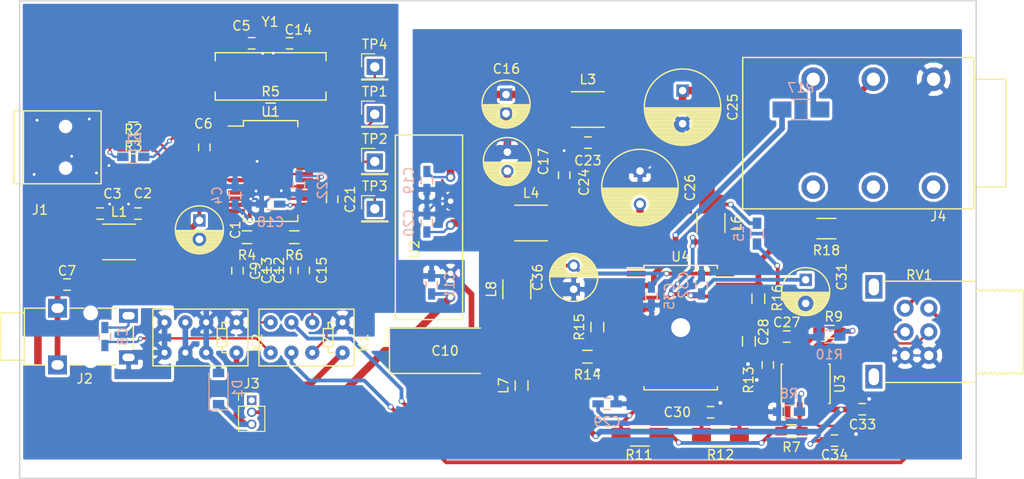
<source format=kicad_pcb>
(kicad_pcb (version 4) (host pcbnew 4.0.6)

  (general
    (links 163)
    (no_connects 0)
    (area 12.924999 12.924999 114.075001 63.575001)
    (thickness 1.6)
    (drawings 5)
    (tracks 662)
    (zones 0)
    (modules 78)
    (nets 64)
  )

  (page A4)
  (layers
    (0 F.Cu signal)
    (31 B.Cu signal)
    (32 B.Adhes user)
    (33 F.Adhes user)
    (34 B.Paste user)
    (35 F.Paste user)
    (36 B.SilkS user)
    (37 F.SilkS user)
    (38 B.Mask user)
    (39 F.Mask user)
    (40 Dwgs.User user)
    (41 Cmts.User user)
    (42 Eco1.User user)
    (43 Eco2.User user)
    (44 Edge.Cuts user)
    (45 Margin user)
    (46 B.CrtYd user)
    (47 F.CrtYd user)
    (48 B.Fab user hide)
    (49 F.Fab user hide)
  )

  (setup
    (last_trace_width 0.4)
    (user_trace_width 0.2)
    (user_trace_width 0.25)
    (user_trace_width 0.6)
    (user_trace_width 0.8)
    (user_trace_width 1.5)
    (trace_clearance 0.2)
    (zone_clearance 0.3)
    (zone_45_only no)
    (trace_min 0.2)
    (segment_width 0.2)
    (edge_width 0.15)
    (via_size 0.6)
    (via_drill 0.4)
    (via_min_size 0.4)
    (via_min_drill 0.3)
    (user_via 0.5 0.3)
    (user_via 1.3 1)
    (uvia_size 0.3)
    (uvia_drill 0.1)
    (uvias_allowed no)
    (uvia_min_size 0.2)
    (uvia_min_drill 0.1)
    (pcb_text_width 0.3)
    (pcb_text_size 1.5 1.5)
    (mod_edge_width 0.15)
    (mod_text_size 1 1)
    (mod_text_width 0.15)
    (pad_size 1.524 1.524)
    (pad_drill 0.762)
    (pad_to_mask_clearance 0.2)
    (aux_axis_origin 0 0)
    (visible_elements FFFFFFFF)
    (pcbplotparams
      (layerselection 0x00030_80000001)
      (usegerberextensions false)
      (excludeedgelayer true)
      (linewidth 0.100000)
      (plotframeref false)
      (viasonmask false)
      (mode 1)
      (useauxorigin false)
      (hpglpennumber 1)
      (hpglpenspeed 20)
      (hpglpendiameter 15)
      (hpglpenoverlay 2)
      (psnegative false)
      (psa4output false)
      (plotreference true)
      (plotvalue true)
      (plotinvisibletext false)
      (padsonsilk false)
      (subtractmaskfromsilk false)
      (outputformat 1)
      (mirror false)
      (drillshape 1)
      (scaleselection 1)
      (outputdirectory ""))
  )

  (net 0 "")
  (net 1 Earth)
  (net 2 "Net-(C1-Pad1)")
  (net 3 +5V)
  (net 4 "Net-(C4-Pad2)")
  (net 5 "Net-(C5-Pad1)")
  (net 6 +3V3)
  (net 7 "Net-(C7-Pad2)")
  (net 8 "Net-(C7-Pad1)")
  (net 9 "Net-(C8-Pad2)")
  (net 10 "Net-(C8-Pad1)")
  (net 11 /LUSB)
  (net 12 "Net-(C9-Pad1)")
  (net 13 "Net-(C12-Pad1)")
  (net 14 "Net-(C13-Pad2)")
  (net 15 "Net-(C14-Pad1)")
  (net 16 /RUSB)
  (net 17 "Net-(C15-Pad1)")
  (net 18 GNDPWR)
  (net 19 "Net-(C16-Pad1)")
  (net 20 "Net-(C17-Pad2)")
  (net 21 "Net-(C18-Pad2)")
  (net 22 "Net-(C21-Pad1)")
  (net 23 "Net-(C22-Pad2)")
  (net 24 +12V)
  (net 25 -12V)
  (net 26 "Net-(C27-Pad1)")
  (net 27 "Net-(C29-Pad1)")
  (net 28 "Net-(C30-Pad1)")
  (net 29 "Net-(C31-Pad1)")
  (net 30 "Net-(C33-Pad2)")
  (net 31 "Net-(C35-Pad2)")
  (net 32 "Net-(D1-Pad1)")
  (net 33 "Net-(J1-Pad4)")
  (net 34 /D+)
  (net 35 /D-)
  (net 36 GNDA)
  (net 37 "Net-(J3-Pad1)")
  (net 38 "Net-(J4-Pad4)")
  (net 39 "Net-(J4-Pad6)")
  (net 40 "Net-(J4-Pad5)")
  (net 41 "Net-(J4-Pad2)")
  (net 42 "Net-(J4-Pad3)")
  (net 43 "Net-(K1-Pad6)")
  (net 44 "Net-(K1-Pad3)")
  (net 45 "Net-(R2-Pad2)")
  (net 46 "Net-(R3-Pad1)")
  (net 47 "Net-(R7-Pad2)")
  (net 48 "Net-(R11-Pad2)")
  (net 49 "Net-(R10-Pad2)")
  (net 50 "Net-(R12-Pad2)")
  (net 51 "Net-(R13-Pad2)")
  (net 52 "Net-(R14-Pad1)")
  (net 53 "Net-(R15-Pad2)")
  (net 54 "Net-(R16-Pad1)")
  (net 55 "Net-(RV1-Pad12)")
  (net 56 "Net-(RV1-Pad22)")
  (net 57 "Net-(TP1-Pad1)")
  (net 58 "Net-(TP2-Pad1)")
  (net 59 "Net-(TP3-Pad1)")
  (net 60 "Net-(U1-Pad5)")
  (net 61 "Net-(U1-Pad3)")
  (net 62 "Net-(U1-Pad2)")
  (net 63 "Net-(TP4-Pad1)")

  (net_class Default "This is the default net class."
    (clearance 0.2)
    (trace_width 0.4)
    (via_dia 0.6)
    (via_drill 0.4)
    (uvia_dia 0.3)
    (uvia_drill 0.1)
    (add_net +12V)
    (add_net +3V3)
    (add_net +5V)
    (add_net -12V)
    (add_net /D+)
    (add_net /D-)
    (add_net /LUSB)
    (add_net /RUSB)
    (add_net Earth)
    (add_net GNDA)
    (add_net GNDPWR)
    (add_net "Net-(C1-Pad1)")
    (add_net "Net-(C12-Pad1)")
    (add_net "Net-(C13-Pad2)")
    (add_net "Net-(C14-Pad1)")
    (add_net "Net-(C15-Pad1)")
    (add_net "Net-(C16-Pad1)")
    (add_net "Net-(C17-Pad2)")
    (add_net "Net-(C18-Pad2)")
    (add_net "Net-(C21-Pad1)")
    (add_net "Net-(C22-Pad2)")
    (add_net "Net-(C27-Pad1)")
    (add_net "Net-(C29-Pad1)")
    (add_net "Net-(C30-Pad1)")
    (add_net "Net-(C31-Pad1)")
    (add_net "Net-(C33-Pad2)")
    (add_net "Net-(C35-Pad2)")
    (add_net "Net-(C4-Pad2)")
    (add_net "Net-(C5-Pad1)")
    (add_net "Net-(C7-Pad1)")
    (add_net "Net-(C7-Pad2)")
    (add_net "Net-(C8-Pad1)")
    (add_net "Net-(C8-Pad2)")
    (add_net "Net-(C9-Pad1)")
    (add_net "Net-(D1-Pad1)")
    (add_net "Net-(J1-Pad4)")
    (add_net "Net-(J3-Pad1)")
    (add_net "Net-(J4-Pad2)")
    (add_net "Net-(J4-Pad3)")
    (add_net "Net-(J4-Pad4)")
    (add_net "Net-(J4-Pad5)")
    (add_net "Net-(J4-Pad6)")
    (add_net "Net-(K1-Pad3)")
    (add_net "Net-(K1-Pad6)")
    (add_net "Net-(R10-Pad2)")
    (add_net "Net-(R11-Pad2)")
    (add_net "Net-(R12-Pad2)")
    (add_net "Net-(R13-Pad2)")
    (add_net "Net-(R14-Pad1)")
    (add_net "Net-(R15-Pad2)")
    (add_net "Net-(R16-Pad1)")
    (add_net "Net-(R2-Pad2)")
    (add_net "Net-(R3-Pad1)")
    (add_net "Net-(R7-Pad2)")
    (add_net "Net-(RV1-Pad12)")
    (add_net "Net-(RV1-Pad22)")
    (add_net "Net-(TP1-Pad1)")
    (add_net "Net-(TP2-Pad1)")
    (add_net "Net-(TP3-Pad1)")
    (add_net "Net-(TP4-Pad1)")
    (add_net "Net-(U1-Pad2)")
    (add_net "Net-(U1-Pad3)")
    (add_net "Net-(U1-Pad5)")
  )

  (module Connectors:USB_Mini-B (layer F.Cu) (tedit 5543E571) (tstamp 5978A85A)
    (at 17 28.5)
    (descr "USB Mini-B 5-pin SMD connector")
    (tags "USB USB_B USB_Mini connector")
    (path /5976A1B4)
    (attr smd)
    (fp_text reference J1 (at -1.85 6.61) (layer F.SilkS)
      (effects (font (size 1 1) (thickness 0.15)))
    )
    (fp_text value USB_OTG (at 0 -7.0993) (layer F.Fab)
      (effects (font (size 1 1) (thickness 0.15)))
    )
    (fp_line (start 4.59994 -3.85064) (end -4.59994 -3.85064) (layer F.SilkS) (width 0.15))
    (fp_line (start 4.59994 3.85064) (end 4.59994 -3.85064) (layer F.SilkS) (width 0.15))
    (fp_line (start -4.59994 3.85064) (end 4.59994 3.85064) (layer F.SilkS) (width 0.15))
    (fp_line (start -4.59994 -3.85064) (end -4.59994 3.85064) (layer F.SilkS) (width 0.15))
    (fp_line (start -3.59918 -3.85064) (end -3.59918 3.85064) (layer F.SilkS) (width 0.15))
    (fp_line (start -4.85 5.7) (end -4.85 -5.7) (layer F.CrtYd) (width 0.05))
    (fp_line (start 4.85 5.7) (end -4.85 5.7) (layer F.CrtYd) (width 0.05))
    (fp_line (start 4.85 -5.7) (end 4.85 5.7) (layer F.CrtYd) (width 0.05))
    (fp_line (start -4.85 -5.7) (end 4.85 -5.7) (layer F.CrtYd) (width 0.05))
    (pad "" np_thru_hole circle (at 0.8509 2.19964) (size 0.89916 0.89916) (drill 0.89916) (layers *.Cu *.Mask))
    (pad "" np_thru_hole circle (at 0.8509 -2.19964) (size 0.89916 0.89916) (drill 0.89916) (layers *.Cu *.Mask))
    (pad 6 smd rect (at -2.14884 4.45008) (size 2.49936 1.99898) (layers F.Cu F.Paste F.Mask)
      (net 1 Earth))
    (pad 6 smd rect (at 3.35026 4.45008) (size 2.49936 1.99898) (layers F.Cu F.Paste F.Mask)
      (net 1 Earth))
    (pad 6 smd rect (at -2.14884 -4.45008) (size 2.49936 1.99898) (layers F.Cu F.Paste F.Mask)
      (net 1 Earth))
    (pad 6 smd rect (at 3.35026 -4.45008) (size 2.49936 1.99898) (layers F.Cu F.Paste F.Mask)
      (net 1 Earth))
    (pad 5 smd rect (at 3.44932 1.6002) (size 2.30124 0.50038) (layers F.Cu F.Paste F.Mask)
      (net 1 Earth))
    (pad 4 smd rect (at 3.44932 0.8001) (size 2.30124 0.50038) (layers F.Cu F.Paste F.Mask)
      (net 33 "Net-(J1-Pad4)"))
    (pad 3 smd rect (at 3.44932 0) (size 2.30124 0.50038) (layers F.Cu F.Paste F.Mask)
      (net 34 /D+))
    (pad 2 smd rect (at 3.44932 -0.8001) (size 2.30124 0.50038) (layers F.Cu F.Paste F.Mask)
      (net 35 /D-))
    (pad 1 smd rect (at 3.44932 -1.6002) (size 2.30124 0.50038) (layers F.Cu F.Paste F.Mask)
      (net 3 +5V))
  )

  (module Capacitors_THT:C_Radial_D5_L11_P2 (layer F.Cu) (tedit 0) (tstamp 5978A773)
    (at 31.98 36.22 270)
    (descr "Radial Electrolytic Capacitor 5mm x Length 11mm, Pitch 2mm")
    (tags "Electrolytic Capacitor")
    (path /5934B839)
    (fp_text reference C1 (at 1 -3.8 270) (layer F.SilkS)
      (effects (font (size 1 1) (thickness 0.15)))
    )
    (fp_text value 10u (at 1 3.8 270) (layer F.Fab)
      (effects (font (size 1 1) (thickness 0.15)))
    )
    (fp_circle (center 1 0) (end 1 -2.8) (layer F.CrtYd) (width 0.05))
    (fp_circle (center 1 0) (end 1 -2.5375) (layer F.SilkS) (width 0.15))
    (fp_circle (center 2 0) (end 2 -0.8) (layer F.SilkS) (width 0.15))
    (fp_line (start 3.455 -0.472) (end 3.455 0.472) (layer F.SilkS) (width 0.15))
    (fp_line (start 3.315 -0.944) (end 3.315 0.944) (layer F.SilkS) (width 0.15))
    (fp_line (start 3.175 -1.233) (end 3.175 1.233) (layer F.SilkS) (width 0.15))
    (fp_line (start 3.035 -1.452) (end 3.035 1.452) (layer F.SilkS) (width 0.15))
    (fp_line (start 2.895 -1.631) (end 2.895 1.631) (layer F.SilkS) (width 0.15))
    (fp_line (start 2.755 0.265) (end 2.755 1.78) (layer F.SilkS) (width 0.15))
    (fp_line (start 2.755 -1.78) (end 2.755 -0.265) (layer F.SilkS) (width 0.15))
    (fp_line (start 2.615 0.512) (end 2.615 1.908) (layer F.SilkS) (width 0.15))
    (fp_line (start 2.615 -1.908) (end 2.615 -0.512) (layer F.SilkS) (width 0.15))
    (fp_line (start 2.475 0.644) (end 2.475 2.019) (layer F.SilkS) (width 0.15))
    (fp_line (start 2.475 -2.019) (end 2.475 -0.644) (layer F.SilkS) (width 0.15))
    (fp_line (start 2.335 0.726) (end 2.335 2.114) (layer F.SilkS) (width 0.15))
    (fp_line (start 2.335 -2.114) (end 2.335 -0.726) (layer F.SilkS) (width 0.15))
    (fp_line (start 2.195 0.776) (end 2.195 2.196) (layer F.SilkS) (width 0.15))
    (fp_line (start 2.195 -2.196) (end 2.195 -0.776) (layer F.SilkS) (width 0.15))
    (fp_line (start 2.055 0.798) (end 2.055 2.266) (layer F.SilkS) (width 0.15))
    (fp_line (start 2.055 -2.266) (end 2.055 -0.798) (layer F.SilkS) (width 0.15))
    (fp_line (start 1.915 0.795) (end 1.915 2.327) (layer F.SilkS) (width 0.15))
    (fp_line (start 1.915 -2.327) (end 1.915 -0.795) (layer F.SilkS) (width 0.15))
    (fp_line (start 1.775 0.768) (end 1.775 2.377) (layer F.SilkS) (width 0.15))
    (fp_line (start 1.775 -2.377) (end 1.775 -0.768) (layer F.SilkS) (width 0.15))
    (fp_line (start 1.635 0.712) (end 1.635 2.418) (layer F.SilkS) (width 0.15))
    (fp_line (start 1.635 -2.418) (end 1.635 -0.712) (layer F.SilkS) (width 0.15))
    (fp_line (start 1.495 0.62) (end 1.495 2.451) (layer F.SilkS) (width 0.15))
    (fp_line (start 1.495 -2.451) (end 1.495 -0.62) (layer F.SilkS) (width 0.15))
    (fp_line (start 1.355 0.473) (end 1.355 2.475) (layer F.SilkS) (width 0.15))
    (fp_line (start 1.355 -2.475) (end 1.355 -0.473) (layer F.SilkS) (width 0.15))
    (fp_line (start 1.215 0.154) (end 1.215 2.491) (layer F.SilkS) (width 0.15))
    (fp_line (start 1.215 -2.491) (end 1.215 -0.154) (layer F.SilkS) (width 0.15))
    (fp_line (start 1.075 -2.499) (end 1.075 2.499) (layer F.SilkS) (width 0.15))
    (pad 2 thru_hole circle (at 2 0 270) (size 1.3 1.3) (drill 0.8) (layers *.Cu *.Mask)
      (net 1 Earth))
    (pad 1 thru_hole rect (at 0 0 270) (size 1.3 1.3) (drill 0.8) (layers *.Cu *.Mask)
      (net 2 "Net-(C1-Pad1)"))
    (model Capacitors_ThroughHole.3dshapes/C_Radial_D5_L11_P2.wrl
      (at (xyz 0 0 0))
      (scale (xyz 1 1 1))
      (rotate (xyz 0 0 0))
    )
  )

  (module Capacitors_SMD:C_0603_HandSoldering (layer F.Cu) (tedit 541A9B4D) (tstamp 5978A779)
    (at 25.5 35.5)
    (descr "Capacitor SMD 0603, hand soldering")
    (tags "capacitor 0603")
    (path /5934BF3E)
    (attr smd)
    (fp_text reference C2 (at 0.51 -2.14) (layer F.SilkS)
      (effects (font (size 1 1) (thickness 0.15)))
    )
    (fp_text value 100n (at 0 1.9) (layer F.Fab)
      (effects (font (size 1 1) (thickness 0.15)))
    )
    (fp_line (start 0.35 0.6) (end -0.35 0.6) (layer F.SilkS) (width 0.15))
    (fp_line (start -0.35 -0.6) (end 0.35 -0.6) (layer F.SilkS) (width 0.15))
    (fp_line (start 1.85 -0.75) (end 1.85 0.75) (layer F.CrtYd) (width 0.05))
    (fp_line (start -1.85 -0.75) (end -1.85 0.75) (layer F.CrtYd) (width 0.05))
    (fp_line (start -1.85 0.75) (end 1.85 0.75) (layer F.CrtYd) (width 0.05))
    (fp_line (start -1.85 -0.75) (end 1.85 -0.75) (layer F.CrtYd) (width 0.05))
    (fp_line (start -0.8 -0.4) (end 0.8 -0.4) (layer F.Fab) (width 0.15))
    (fp_line (start 0.8 -0.4) (end 0.8 0.4) (layer F.Fab) (width 0.15))
    (fp_line (start 0.8 0.4) (end -0.8 0.4) (layer F.Fab) (width 0.15))
    (fp_line (start -0.8 0.4) (end -0.8 -0.4) (layer F.Fab) (width 0.15))
    (pad 2 smd rect (at 0.95 0) (size 1.2 0.75) (layers F.Cu F.Paste F.Mask)
      (net 2 "Net-(C1-Pad1)"))
    (pad 1 smd rect (at -0.95 0) (size 1.2 0.75) (layers F.Cu F.Paste F.Mask)
      (net 1 Earth))
    (model Capacitors_SMD.3dshapes/C_0603_HandSoldering.wrl
      (at (xyz 0 0 0))
      (scale (xyz 1 1 1))
      (rotate (xyz 0 0 0))
    )
  )

  (module Capacitors_SMD:C_0603_HandSoldering (layer F.Cu) (tedit 541A9B4D) (tstamp 5978A77F)
    (at 21.5 35.5)
    (descr "Capacitor SMD 0603, hand soldering")
    (tags "capacitor 0603")
    (path /59305590)
    (attr smd)
    (fp_text reference C3 (at 1.3 -2.1) (layer F.SilkS)
      (effects (font (size 1 1) (thickness 0.15)))
    )
    (fp_text value 200n (at 0 1.9) (layer F.Fab)
      (effects (font (size 1 1) (thickness 0.15)))
    )
    (fp_line (start 0.35 0.6) (end -0.35 0.6) (layer F.SilkS) (width 0.15))
    (fp_line (start -0.35 -0.6) (end 0.35 -0.6) (layer F.SilkS) (width 0.15))
    (fp_line (start 1.85 -0.75) (end 1.85 0.75) (layer F.CrtYd) (width 0.05))
    (fp_line (start -1.85 -0.75) (end -1.85 0.75) (layer F.CrtYd) (width 0.05))
    (fp_line (start -1.85 0.75) (end 1.85 0.75) (layer F.CrtYd) (width 0.05))
    (fp_line (start -1.85 -0.75) (end 1.85 -0.75) (layer F.CrtYd) (width 0.05))
    (fp_line (start -0.8 -0.4) (end 0.8 -0.4) (layer F.Fab) (width 0.15))
    (fp_line (start 0.8 -0.4) (end 0.8 0.4) (layer F.Fab) (width 0.15))
    (fp_line (start 0.8 0.4) (end -0.8 0.4) (layer F.Fab) (width 0.15))
    (fp_line (start -0.8 0.4) (end -0.8 -0.4) (layer F.Fab) (width 0.15))
    (pad 2 smd rect (at 0.95 0) (size 1.2 0.75) (layers F.Cu F.Paste F.Mask)
      (net 1 Earth))
    (pad 1 smd rect (at -0.95 0) (size 1.2 0.75) (layers F.Cu F.Paste F.Mask)
      (net 3 +5V))
    (model Capacitors_SMD.3dshapes/C_0603_HandSoldering.wrl
      (at (xyz 0 0 0))
      (scale (xyz 1 1 1))
      (rotate (xyz 0 0 0))
    )
  )

  (module Capacitors_SMD:C_0603_HandSoldering (layer B.Cu) (tedit 541A9B4D) (tstamp 5978A785)
    (at 35.75 33.59 270)
    (descr "Capacitor SMD 0603, hand soldering")
    (tags "capacitor 0603")
    (path /5934A4BD)
    (attr smd)
    (fp_text reference C4 (at 0 1.9 270) (layer B.SilkS)
      (effects (font (size 1 1) (thickness 0.15)) (justify mirror))
    )
    (fp_text value 1u (at 0 -1.9 270) (layer B.Fab)
      (effects (font (size 1 1) (thickness 0.15)) (justify mirror))
    )
    (fp_line (start 0.35 -0.6) (end -0.35 -0.6) (layer B.SilkS) (width 0.15))
    (fp_line (start -0.35 0.6) (end 0.35 0.6) (layer B.SilkS) (width 0.15))
    (fp_line (start 1.85 0.75) (end 1.85 -0.75) (layer B.CrtYd) (width 0.05))
    (fp_line (start -1.85 0.75) (end -1.85 -0.75) (layer B.CrtYd) (width 0.05))
    (fp_line (start -1.85 -0.75) (end 1.85 -0.75) (layer B.CrtYd) (width 0.05))
    (fp_line (start -1.85 0.75) (end 1.85 0.75) (layer B.CrtYd) (width 0.05))
    (fp_line (start -0.8 0.4) (end 0.8 0.4) (layer B.Fab) (width 0.15))
    (fp_line (start 0.8 0.4) (end 0.8 -0.4) (layer B.Fab) (width 0.15))
    (fp_line (start 0.8 -0.4) (end -0.8 -0.4) (layer B.Fab) (width 0.15))
    (fp_line (start -0.8 -0.4) (end -0.8 0.4) (layer B.Fab) (width 0.15))
    (pad 2 smd rect (at 0.95 0 270) (size 1.2 0.75) (layers B.Cu B.Paste B.Mask)
      (net 4 "Net-(C4-Pad2)"))
    (pad 1 smd rect (at -0.95 0 270) (size 1.2 0.75) (layers B.Cu B.Paste B.Mask)
      (net 1 Earth))
    (model Capacitors_SMD.3dshapes/C_0603_HandSoldering.wrl
      (at (xyz 0 0 0))
      (scale (xyz 1 1 1))
      (rotate (xyz 0 0 0))
    )
  )

  (module Capacitors_SMD:C_0603_HandSoldering (layer F.Cu) (tedit 541A9B4D) (tstamp 5978A78B)
    (at 37.5 17.5)
    (descr "Capacitor SMD 0603, hand soldering")
    (tags "capacitor 0603")
    (path /59348C90)
    (attr smd)
    (fp_text reference C5 (at -1.08 -1.85) (layer F.SilkS)
      (effects (font (size 1 1) (thickness 0.15)))
    )
    (fp_text value 27p (at 0 1.9) (layer F.Fab)
      (effects (font (size 1 1) (thickness 0.15)))
    )
    (fp_line (start 0.35 0.6) (end -0.35 0.6) (layer F.SilkS) (width 0.15))
    (fp_line (start -0.35 -0.6) (end 0.35 -0.6) (layer F.SilkS) (width 0.15))
    (fp_line (start 1.85 -0.75) (end 1.85 0.75) (layer F.CrtYd) (width 0.05))
    (fp_line (start -1.85 -0.75) (end -1.85 0.75) (layer F.CrtYd) (width 0.05))
    (fp_line (start -1.85 0.75) (end 1.85 0.75) (layer F.CrtYd) (width 0.05))
    (fp_line (start -1.85 -0.75) (end 1.85 -0.75) (layer F.CrtYd) (width 0.05))
    (fp_line (start -0.8 -0.4) (end 0.8 -0.4) (layer F.Fab) (width 0.15))
    (fp_line (start 0.8 -0.4) (end 0.8 0.4) (layer F.Fab) (width 0.15))
    (fp_line (start 0.8 0.4) (end -0.8 0.4) (layer F.Fab) (width 0.15))
    (fp_line (start -0.8 0.4) (end -0.8 -0.4) (layer F.Fab) (width 0.15))
    (pad 2 smd rect (at 0.95 0) (size 1.2 0.75) (layers F.Cu F.Paste F.Mask)
      (net 1 Earth))
    (pad 1 smd rect (at -0.95 0) (size 1.2 0.75) (layers F.Cu F.Paste F.Mask)
      (net 5 "Net-(C5-Pad1)"))
    (model Capacitors_SMD.3dshapes/C_0603_HandSoldering.wrl
      (at (xyz 0 0 0))
      (scale (xyz 1 1 1))
      (rotate (xyz 0 0 0))
    )
  )

  (module Capacitors_SMD:C_0603_HandSoldering (layer F.Cu) (tedit 541A9B4D) (tstamp 5978A791)
    (at 32.5 28.5 90)
    (descr "Capacitor SMD 0603, hand soldering")
    (tags "capacitor 0603")
    (path /5934D473)
    (attr smd)
    (fp_text reference C6 (at 2.5 -0.1 180) (layer F.SilkS)
      (effects (font (size 1 1) (thickness 0.15)))
    )
    (fp_text value 200n (at 0 1.9 90) (layer F.Fab)
      (effects (font (size 1 1) (thickness 0.15)))
    )
    (fp_line (start 0.35 0.6) (end -0.35 0.6) (layer F.SilkS) (width 0.15))
    (fp_line (start -0.35 -0.6) (end 0.35 -0.6) (layer F.SilkS) (width 0.15))
    (fp_line (start 1.85 -0.75) (end 1.85 0.75) (layer F.CrtYd) (width 0.05))
    (fp_line (start -1.85 -0.75) (end -1.85 0.75) (layer F.CrtYd) (width 0.05))
    (fp_line (start -1.85 0.75) (end 1.85 0.75) (layer F.CrtYd) (width 0.05))
    (fp_line (start -1.85 -0.75) (end 1.85 -0.75) (layer F.CrtYd) (width 0.05))
    (fp_line (start -0.8 -0.4) (end 0.8 -0.4) (layer F.Fab) (width 0.15))
    (fp_line (start 0.8 -0.4) (end 0.8 0.4) (layer F.Fab) (width 0.15))
    (fp_line (start 0.8 0.4) (end -0.8 0.4) (layer F.Fab) (width 0.15))
    (fp_line (start -0.8 0.4) (end -0.8 -0.4) (layer F.Fab) (width 0.15))
    (pad 2 smd rect (at 0.95 0 90) (size 1.2 0.75) (layers F.Cu F.Paste F.Mask)
      (net 6 +3V3))
    (pad 1 smd rect (at -0.95 0 90) (size 1.2 0.75) (layers F.Cu F.Paste F.Mask)
      (net 1 Earth))
    (model Capacitors_SMD.3dshapes/C_0603_HandSoldering.wrl
      (at (xyz 0 0 0))
      (scale (xyz 1 1 1))
      (rotate (xyz 0 0 0))
    )
  )

  (module Capacitors_SMD:C_0603_HandSoldering (layer F.Cu) (tedit 541A9B4D) (tstamp 5978A797)
    (at 18 43 180)
    (descr "Capacitor SMD 0603, hand soldering")
    (tags "capacitor 0603")
    (path /5935AC3B)
    (attr smd)
    (fp_text reference C7 (at 0 1.45 180) (layer F.SilkS)
      (effects (font (size 1 1) (thickness 0.15)))
    )
    (fp_text value 1u (at 0 1.9 180) (layer F.Fab)
      (effects (font (size 1 1) (thickness 0.15)))
    )
    (fp_line (start 0.35 0.6) (end -0.35 0.6) (layer F.SilkS) (width 0.15))
    (fp_line (start -0.35 -0.6) (end 0.35 -0.6) (layer F.SilkS) (width 0.15))
    (fp_line (start 1.85 -0.75) (end 1.85 0.75) (layer F.CrtYd) (width 0.05))
    (fp_line (start -1.85 -0.75) (end -1.85 0.75) (layer F.CrtYd) (width 0.05))
    (fp_line (start -1.85 0.75) (end 1.85 0.75) (layer F.CrtYd) (width 0.05))
    (fp_line (start -1.85 -0.75) (end 1.85 -0.75) (layer F.CrtYd) (width 0.05))
    (fp_line (start -0.8 -0.4) (end 0.8 -0.4) (layer F.Fab) (width 0.15))
    (fp_line (start 0.8 -0.4) (end 0.8 0.4) (layer F.Fab) (width 0.15))
    (fp_line (start 0.8 0.4) (end -0.8 0.4) (layer F.Fab) (width 0.15))
    (fp_line (start -0.8 0.4) (end -0.8 -0.4) (layer F.Fab) (width 0.15))
    (pad 2 smd rect (at 0.95 0 180) (size 1.2 0.75) (layers F.Cu F.Paste F.Mask)
      (net 7 "Net-(C7-Pad2)"))
    (pad 1 smd rect (at -0.95 0 180) (size 1.2 0.75) (layers F.Cu F.Paste F.Mask)
      (net 8 "Net-(C7-Pad1)"))
    (model Capacitors_SMD.3dshapes/C_0603_HandSoldering.wrl
      (at (xyz 0 0 0))
      (scale (xyz 1 1 1))
      (rotate (xyz 0 0 0))
    )
  )

  (module Capacitors_SMD:C_0603_HandSoldering (layer B.Cu) (tedit 541A9B4D) (tstamp 5978A79D)
    (at 22 48.5 90)
    (descr "Capacitor SMD 0603, hand soldering")
    (tags "capacitor 0603")
    (path /5935A9B7)
    (attr smd)
    (fp_text reference C8 (at 0 1.9 90) (layer B.SilkS)
      (effects (font (size 1 1) (thickness 0.15)) (justify mirror))
    )
    (fp_text value 1u (at 0 -1.9 90) (layer B.Fab)
      (effects (font (size 1 1) (thickness 0.15)) (justify mirror))
    )
    (fp_line (start 0.35 -0.6) (end -0.35 -0.6) (layer B.SilkS) (width 0.15))
    (fp_line (start -0.35 0.6) (end 0.35 0.6) (layer B.SilkS) (width 0.15))
    (fp_line (start 1.85 0.75) (end 1.85 -0.75) (layer B.CrtYd) (width 0.05))
    (fp_line (start -1.85 0.75) (end -1.85 -0.75) (layer B.CrtYd) (width 0.05))
    (fp_line (start -1.85 -0.75) (end 1.85 -0.75) (layer B.CrtYd) (width 0.05))
    (fp_line (start -1.85 0.75) (end 1.85 0.75) (layer B.CrtYd) (width 0.05))
    (fp_line (start -0.8 0.4) (end 0.8 0.4) (layer B.Fab) (width 0.15))
    (fp_line (start 0.8 0.4) (end 0.8 -0.4) (layer B.Fab) (width 0.15))
    (fp_line (start 0.8 -0.4) (end -0.8 -0.4) (layer B.Fab) (width 0.15))
    (fp_line (start -0.8 -0.4) (end -0.8 0.4) (layer B.Fab) (width 0.15))
    (pad 2 smd rect (at 0.95 0 90) (size 1.2 0.75) (layers B.Cu B.Paste B.Mask)
      (net 9 "Net-(C8-Pad2)"))
    (pad 1 smd rect (at -0.95 0 90) (size 1.2 0.75) (layers B.Cu B.Paste B.Mask)
      (net 10 "Net-(C8-Pad1)"))
    (model Capacitors_SMD.3dshapes/C_0603_HandSoldering.wrl
      (at (xyz 0 0 0))
      (scale (xyz 1 1 1))
      (rotate (xyz 0 0 0))
    )
  )

  (module Capacitors_SMD:C_0603_HandSoldering (layer F.Cu) (tedit 541A9B4D) (tstamp 5978A7A3)
    (at 36 41.55 270)
    (descr "Capacitor SMD 0603, hand soldering")
    (tags "capacitor 0603")
    (path /593501B5)
    (attr smd)
    (fp_text reference C9 (at 0 -1.9 270) (layer F.SilkS)
      (effects (font (size 1 1) (thickness 0.15)))
    )
    (fp_text value 1u (at 0 1.9 270) (layer F.Fab)
      (effects (font (size 1 1) (thickness 0.15)))
    )
    (fp_line (start 0.35 0.6) (end -0.35 0.6) (layer F.SilkS) (width 0.15))
    (fp_line (start -0.35 -0.6) (end 0.35 -0.6) (layer F.SilkS) (width 0.15))
    (fp_line (start 1.85 -0.75) (end 1.85 0.75) (layer F.CrtYd) (width 0.05))
    (fp_line (start -1.85 -0.75) (end -1.85 0.75) (layer F.CrtYd) (width 0.05))
    (fp_line (start -1.85 0.75) (end 1.85 0.75) (layer F.CrtYd) (width 0.05))
    (fp_line (start -1.85 -0.75) (end 1.85 -0.75) (layer F.CrtYd) (width 0.05))
    (fp_line (start -0.8 -0.4) (end 0.8 -0.4) (layer F.Fab) (width 0.15))
    (fp_line (start 0.8 -0.4) (end 0.8 0.4) (layer F.Fab) (width 0.15))
    (fp_line (start 0.8 0.4) (end -0.8 0.4) (layer F.Fab) (width 0.15))
    (fp_line (start -0.8 0.4) (end -0.8 -0.4) (layer F.Fab) (width 0.15))
    (pad 2 smd rect (at 0.95 0 270) (size 1.2 0.75) (layers F.Cu F.Paste F.Mask)
      (net 11 /LUSB))
    (pad 1 smd rect (at -0.95 0 270) (size 1.2 0.75) (layers F.Cu F.Paste F.Mask)
      (net 12 "Net-(C9-Pad1)"))
    (model Capacitors_SMD.3dshapes/C_0603_HandSoldering.wrl
      (at (xyz 0 0 0))
      (scale (xyz 1 1 1))
      (rotate (xyz 0 0 0))
    )
  )

  (module Capacitors_Tantalum_SMD:Tantalum_Case-D_EIA-7343-31_Hand (layer F.Cu) (tedit 57B6E980) (tstamp 5978A7A9)
    (at 58 50)
    (descr "Tantalum capacitor, Case D, EIA 7343-31, 7.3x4.3x2.8mm, Hand soldering footprint")
    (tags "capacitor tantalum smd")
    (path /593055F7)
    (attr smd)
    (fp_text reference C10 (at -0.08 0.01) (layer F.SilkS)
      (effects (font (size 1 1) (thickness 0.15)))
    )
    (fp_text value 100u (at 0 3.9) (layer F.Fab)
      (effects (font (size 1 1) (thickness 0.15)))
    )
    (fp_line (start -5.95 -2.4) (end -5.95 2.4) (layer F.SilkS) (width 0.15))
    (fp_line (start -5.95 2.4) (end 3.65 2.4) (layer F.SilkS) (width 0.15))
    (fp_line (start -5.95 -2.4) (end 3.65 -2.4) (layer F.SilkS) (width 0.15))
    (fp_line (start -2.555 -2.15) (end -2.555 2.15) (layer F.Fab) (width 0.15))
    (fp_line (start -2.92 -2.15) (end -2.92 2.15) (layer F.Fab) (width 0.15))
    (fp_line (start 3.65 -2.15) (end -3.65 -2.15) (layer F.Fab) (width 0.15))
    (fp_line (start 3.65 2.15) (end 3.65 -2.15) (layer F.Fab) (width 0.15))
    (fp_line (start -3.65 2.15) (end 3.65 2.15) (layer F.Fab) (width 0.15))
    (fp_line (start -3.65 -2.15) (end -3.65 2.15) (layer F.Fab) (width 0.15))
    (fp_line (start 6.05 -2.5) (end -6.05 -2.5) (layer F.CrtYd) (width 0.05))
    (fp_line (start 6.05 2.5) (end 6.05 -2.5) (layer F.CrtYd) (width 0.05))
    (fp_line (start -6.05 2.5) (end 6.05 2.5) (layer F.CrtYd) (width 0.05))
    (fp_line (start -6.05 -2.5) (end -6.05 2.5) (layer F.CrtYd) (width 0.05))
    (pad 2 smd rect (at 3.775 0) (size 3.75 2.7) (layers F.Cu F.Paste F.Mask)
      (net 1 Earth))
    (pad 1 smd rect (at -3.775 0) (size 3.75 2.7) (layers F.Cu F.Paste F.Mask)
      (net 3 +5V))
    (model Capacitors_Tantalum_SMD.3dshapes/Tantalum_Case-D_EIA-7343-31.wrl
      (at (xyz 0 0 0))
      (scale (xyz 1 1 1))
      (rotate (xyz 0 0 0))
    )
  )

  (module Capacitors_SMD:C_0603_HandSoldering (layer B.Cu) (tedit 541A9B4D) (tstamp 5978A7AF)
    (at 56.5 43.05 90)
    (descr "Capacitor SMD 0603, hand soldering")
    (tags "capacitor 0603")
    (path /5930565F)
    (attr smd)
    (fp_text reference C11 (at 0 1.9 90) (layer B.SilkS)
      (effects (font (size 1 1) (thickness 0.15)) (justify mirror))
    )
    (fp_text value 100n (at 0 -1.9 90) (layer B.Fab)
      (effects (font (size 1 1) (thickness 0.15)) (justify mirror))
    )
    (fp_line (start 0.35 -0.6) (end -0.35 -0.6) (layer B.SilkS) (width 0.15))
    (fp_line (start -0.35 0.6) (end 0.35 0.6) (layer B.SilkS) (width 0.15))
    (fp_line (start 1.85 0.75) (end 1.85 -0.75) (layer B.CrtYd) (width 0.05))
    (fp_line (start -1.85 0.75) (end -1.85 -0.75) (layer B.CrtYd) (width 0.05))
    (fp_line (start -1.85 -0.75) (end 1.85 -0.75) (layer B.CrtYd) (width 0.05))
    (fp_line (start -1.85 0.75) (end 1.85 0.75) (layer B.CrtYd) (width 0.05))
    (fp_line (start -0.8 0.4) (end 0.8 0.4) (layer B.Fab) (width 0.15))
    (fp_line (start 0.8 0.4) (end 0.8 -0.4) (layer B.Fab) (width 0.15))
    (fp_line (start 0.8 -0.4) (end -0.8 -0.4) (layer B.Fab) (width 0.15))
    (fp_line (start -0.8 -0.4) (end -0.8 0.4) (layer B.Fab) (width 0.15))
    (pad 2 smd rect (at 0.95 0 90) (size 1.2 0.75) (layers B.Cu B.Paste B.Mask)
      (net 1 Earth))
    (pad 1 smd rect (at -0.95 0 90) (size 1.2 0.75) (layers B.Cu B.Paste B.Mask)
      (net 3 +5V))
    (model Capacitors_SMD.3dshapes/C_0603_HandSoldering.wrl
      (at (xyz 0 0 0))
      (scale (xyz 1 1 1))
      (rotate (xyz 0 0 0))
    )
  )

  (module Capacitors_SMD:C_0603_HandSoldering (layer F.Cu) (tedit 541A9B4D) (tstamp 5978A7B5)
    (at 38.5 41.5 270)
    (descr "Capacitor SMD 0603, hand soldering")
    (tags "capacitor 0603")
    (path /5934FA03)
    (attr smd)
    (fp_text reference C12 (at 0 -1.9 270) (layer F.SilkS)
      (effects (font (size 1 1) (thickness 0.15)))
    )
    (fp_text value 22n (at 0 1.9 270) (layer F.Fab)
      (effects (font (size 1 1) (thickness 0.15)))
    )
    (fp_line (start 0.35 0.6) (end -0.35 0.6) (layer F.SilkS) (width 0.15))
    (fp_line (start -0.35 -0.6) (end 0.35 -0.6) (layer F.SilkS) (width 0.15))
    (fp_line (start 1.85 -0.75) (end 1.85 0.75) (layer F.CrtYd) (width 0.05))
    (fp_line (start -1.85 -0.75) (end -1.85 0.75) (layer F.CrtYd) (width 0.05))
    (fp_line (start -1.85 0.75) (end 1.85 0.75) (layer F.CrtYd) (width 0.05))
    (fp_line (start -1.85 -0.75) (end 1.85 -0.75) (layer F.CrtYd) (width 0.05))
    (fp_line (start -0.8 -0.4) (end 0.8 -0.4) (layer F.Fab) (width 0.15))
    (fp_line (start 0.8 -0.4) (end 0.8 0.4) (layer F.Fab) (width 0.15))
    (fp_line (start 0.8 0.4) (end -0.8 0.4) (layer F.Fab) (width 0.15))
    (fp_line (start -0.8 0.4) (end -0.8 -0.4) (layer F.Fab) (width 0.15))
    (pad 2 smd rect (at 0.95 0 270) (size 1.2 0.75) (layers F.Cu F.Paste F.Mask)
      (net 1 Earth))
    (pad 1 smd rect (at -0.95 0 270) (size 1.2 0.75) (layers F.Cu F.Paste F.Mask)
      (net 13 "Net-(C12-Pad1)"))
    (model Capacitors_SMD.3dshapes/C_0603_HandSoldering.wrl
      (at (xyz 0 0 0))
      (scale (xyz 1 1 1))
      (rotate (xyz 0 0 0))
    )
  )

  (module Capacitors_SMD:C_0603_HandSoldering (layer F.Cu) (tedit 541A9B4D) (tstamp 5978A7BB)
    (at 41 41.5 90)
    (descr "Capacitor SMD 0603, hand soldering")
    (tags "capacitor 0603")
    (path /5934F029)
    (attr smd)
    (fp_text reference C13 (at 0 -1.9 90) (layer F.SilkS)
      (effects (font (size 1 1) (thickness 0.15)))
    )
    (fp_text value 22n (at 0 1.9 90) (layer F.Fab)
      (effects (font (size 1 1) (thickness 0.15)))
    )
    (fp_line (start 0.35 0.6) (end -0.35 0.6) (layer F.SilkS) (width 0.15))
    (fp_line (start -0.35 -0.6) (end 0.35 -0.6) (layer F.SilkS) (width 0.15))
    (fp_line (start 1.85 -0.75) (end 1.85 0.75) (layer F.CrtYd) (width 0.05))
    (fp_line (start -1.85 -0.75) (end -1.85 0.75) (layer F.CrtYd) (width 0.05))
    (fp_line (start -1.85 0.75) (end 1.85 0.75) (layer F.CrtYd) (width 0.05))
    (fp_line (start -1.85 -0.75) (end 1.85 -0.75) (layer F.CrtYd) (width 0.05))
    (fp_line (start -0.8 -0.4) (end 0.8 -0.4) (layer F.Fab) (width 0.15))
    (fp_line (start 0.8 -0.4) (end 0.8 0.4) (layer F.Fab) (width 0.15))
    (fp_line (start 0.8 0.4) (end -0.8 0.4) (layer F.Fab) (width 0.15))
    (fp_line (start -0.8 0.4) (end -0.8 -0.4) (layer F.Fab) (width 0.15))
    (pad 2 smd rect (at 0.95 0 90) (size 1.2 0.75) (layers F.Cu F.Paste F.Mask)
      (net 14 "Net-(C13-Pad2)"))
    (pad 1 smd rect (at -0.95 0 90) (size 1.2 0.75) (layers F.Cu F.Paste F.Mask)
      (net 1 Earth))
    (model Capacitors_SMD.3dshapes/C_0603_HandSoldering.wrl
      (at (xyz 0 0 0))
      (scale (xyz 1 1 1))
      (rotate (xyz 0 0 0))
    )
  )

  (module Capacitors_SMD:C_0603_HandSoldering (layer F.Cu) (tedit 541A9B4D) (tstamp 5978A7C1)
    (at 41.5 17.5 180)
    (descr "Capacitor SMD 0603, hand soldering")
    (tags "capacitor 0603")
    (path /59348F37)
    (attr smd)
    (fp_text reference C14 (at -0.93 1.43 180) (layer F.SilkS)
      (effects (font (size 1 1) (thickness 0.15)))
    )
    (fp_text value 27p (at 0 1.9 180) (layer F.Fab)
      (effects (font (size 1 1) (thickness 0.15)))
    )
    (fp_line (start 0.35 0.6) (end -0.35 0.6) (layer F.SilkS) (width 0.15))
    (fp_line (start -0.35 -0.6) (end 0.35 -0.6) (layer F.SilkS) (width 0.15))
    (fp_line (start 1.85 -0.75) (end 1.85 0.75) (layer F.CrtYd) (width 0.05))
    (fp_line (start -1.85 -0.75) (end -1.85 0.75) (layer F.CrtYd) (width 0.05))
    (fp_line (start -1.85 0.75) (end 1.85 0.75) (layer F.CrtYd) (width 0.05))
    (fp_line (start -1.85 -0.75) (end 1.85 -0.75) (layer F.CrtYd) (width 0.05))
    (fp_line (start -0.8 -0.4) (end 0.8 -0.4) (layer F.Fab) (width 0.15))
    (fp_line (start 0.8 -0.4) (end 0.8 0.4) (layer F.Fab) (width 0.15))
    (fp_line (start 0.8 0.4) (end -0.8 0.4) (layer F.Fab) (width 0.15))
    (fp_line (start -0.8 0.4) (end -0.8 -0.4) (layer F.Fab) (width 0.15))
    (pad 2 smd rect (at 0.95 0 180) (size 1.2 0.75) (layers F.Cu F.Paste F.Mask)
      (net 1 Earth))
    (pad 1 smd rect (at -0.95 0 180) (size 1.2 0.75) (layers F.Cu F.Paste F.Mask)
      (net 15 "Net-(C14-Pad1)"))
    (model Capacitors_SMD.3dshapes/C_0603_HandSoldering.wrl
      (at (xyz 0 0 0))
      (scale (xyz 1 1 1))
      (rotate (xyz 0 0 0))
    )
  )

  (module Capacitors_SMD:C_0603_HandSoldering (layer F.Cu) (tedit 541A9B4D) (tstamp 5978A7C7)
    (at 43 41.5 270)
    (descr "Capacitor SMD 0603, hand soldering")
    (tags "capacitor 0603")
    (path /5934F52B)
    (attr smd)
    (fp_text reference C15 (at 0 -1.9 270) (layer F.SilkS)
      (effects (font (size 1 1) (thickness 0.15)))
    )
    (fp_text value 1u (at 0 1.9 270) (layer F.Fab)
      (effects (font (size 1 1) (thickness 0.15)))
    )
    (fp_line (start 0.35 0.6) (end -0.35 0.6) (layer F.SilkS) (width 0.15))
    (fp_line (start -0.35 -0.6) (end 0.35 -0.6) (layer F.SilkS) (width 0.15))
    (fp_line (start 1.85 -0.75) (end 1.85 0.75) (layer F.CrtYd) (width 0.05))
    (fp_line (start -1.85 -0.75) (end -1.85 0.75) (layer F.CrtYd) (width 0.05))
    (fp_line (start -1.85 0.75) (end 1.85 0.75) (layer F.CrtYd) (width 0.05))
    (fp_line (start -1.85 -0.75) (end 1.85 -0.75) (layer F.CrtYd) (width 0.05))
    (fp_line (start -0.8 -0.4) (end 0.8 -0.4) (layer F.Fab) (width 0.15))
    (fp_line (start 0.8 -0.4) (end 0.8 0.4) (layer F.Fab) (width 0.15))
    (fp_line (start 0.8 0.4) (end -0.8 0.4) (layer F.Fab) (width 0.15))
    (fp_line (start -0.8 0.4) (end -0.8 -0.4) (layer F.Fab) (width 0.15))
    (pad 2 smd rect (at 0.95 0 270) (size 1.2 0.75) (layers F.Cu F.Paste F.Mask)
      (net 16 /RUSB))
    (pad 1 smd rect (at -0.95 0 270) (size 1.2 0.75) (layers F.Cu F.Paste F.Mask)
      (net 17 "Net-(C15-Pad1)"))
    (model Capacitors_SMD.3dshapes/C_0603_HandSoldering.wrl
      (at (xyz 0 0 0))
      (scale (xyz 1 1 1))
      (rotate (xyz 0 0 0))
    )
  )

  (module Capacitors_THT:C_Radial_D5_L11_P2 (layer F.Cu) (tedit 0) (tstamp 5978A7CD)
    (at 64.36 22.92 270)
    (descr "Radial Electrolytic Capacitor 5mm x Length 11mm, Pitch 2mm")
    (tags "Electrolytic Capacitor")
    (path /59305A96)
    (fp_text reference C16 (at -2.72 -0.04 360) (layer F.SilkS)
      (effects (font (size 1 1) (thickness 0.15)))
    )
    (fp_text value 10u (at 1 3.8 270) (layer F.Fab)
      (effects (font (size 1 1) (thickness 0.15)))
    )
    (fp_circle (center 1 0) (end 1 -2.8) (layer F.CrtYd) (width 0.05))
    (fp_circle (center 1 0) (end 1 -2.5375) (layer F.SilkS) (width 0.15))
    (fp_circle (center 2 0) (end 2 -0.8) (layer F.SilkS) (width 0.15))
    (fp_line (start 3.455 -0.472) (end 3.455 0.472) (layer F.SilkS) (width 0.15))
    (fp_line (start 3.315 -0.944) (end 3.315 0.944) (layer F.SilkS) (width 0.15))
    (fp_line (start 3.175 -1.233) (end 3.175 1.233) (layer F.SilkS) (width 0.15))
    (fp_line (start 3.035 -1.452) (end 3.035 1.452) (layer F.SilkS) (width 0.15))
    (fp_line (start 2.895 -1.631) (end 2.895 1.631) (layer F.SilkS) (width 0.15))
    (fp_line (start 2.755 0.265) (end 2.755 1.78) (layer F.SilkS) (width 0.15))
    (fp_line (start 2.755 -1.78) (end 2.755 -0.265) (layer F.SilkS) (width 0.15))
    (fp_line (start 2.615 0.512) (end 2.615 1.908) (layer F.SilkS) (width 0.15))
    (fp_line (start 2.615 -1.908) (end 2.615 -0.512) (layer F.SilkS) (width 0.15))
    (fp_line (start 2.475 0.644) (end 2.475 2.019) (layer F.SilkS) (width 0.15))
    (fp_line (start 2.475 -2.019) (end 2.475 -0.644) (layer F.SilkS) (width 0.15))
    (fp_line (start 2.335 0.726) (end 2.335 2.114) (layer F.SilkS) (width 0.15))
    (fp_line (start 2.335 -2.114) (end 2.335 -0.726) (layer F.SilkS) (width 0.15))
    (fp_line (start 2.195 0.776) (end 2.195 2.196) (layer F.SilkS) (width 0.15))
    (fp_line (start 2.195 -2.196) (end 2.195 -0.776) (layer F.SilkS) (width 0.15))
    (fp_line (start 2.055 0.798) (end 2.055 2.266) (layer F.SilkS) (width 0.15))
    (fp_line (start 2.055 -2.266) (end 2.055 -0.798) (layer F.SilkS) (width 0.15))
    (fp_line (start 1.915 0.795) (end 1.915 2.327) (layer F.SilkS) (width 0.15))
    (fp_line (start 1.915 -2.327) (end 1.915 -0.795) (layer F.SilkS) (width 0.15))
    (fp_line (start 1.775 0.768) (end 1.775 2.377) (layer F.SilkS) (width 0.15))
    (fp_line (start 1.775 -2.377) (end 1.775 -0.768) (layer F.SilkS) (width 0.15))
    (fp_line (start 1.635 0.712) (end 1.635 2.418) (layer F.SilkS) (width 0.15))
    (fp_line (start 1.635 -2.418) (end 1.635 -0.712) (layer F.SilkS) (width 0.15))
    (fp_line (start 1.495 0.62) (end 1.495 2.451) (layer F.SilkS) (width 0.15))
    (fp_line (start 1.495 -2.451) (end 1.495 -0.62) (layer F.SilkS) (width 0.15))
    (fp_line (start 1.355 0.473) (end 1.355 2.475) (layer F.SilkS) (width 0.15))
    (fp_line (start 1.355 -2.475) (end 1.355 -0.473) (layer F.SilkS) (width 0.15))
    (fp_line (start 1.215 0.154) (end 1.215 2.491) (layer F.SilkS) (width 0.15))
    (fp_line (start 1.215 -2.491) (end 1.215 -0.154) (layer F.SilkS) (width 0.15))
    (fp_line (start 1.075 -2.499) (end 1.075 2.499) (layer F.SilkS) (width 0.15))
    (pad 2 thru_hole circle (at 2 0 270) (size 1.3 1.3) (drill 0.8) (layers *.Cu *.Mask)
      (net 18 GNDPWR))
    (pad 1 thru_hole rect (at 0 0 270) (size 1.3 1.3) (drill 0.8) (layers *.Cu *.Mask)
      (net 19 "Net-(C16-Pad1)"))
    (model Capacitors_ThroughHole.3dshapes/C_Radial_D5_L11_P2.wrl
      (at (xyz 0 0 0))
      (scale (xyz 1 1 1))
      (rotate (xyz 0 0 0))
    )
  )

  (module Capacitors_THT:C_Radial_D5_L11_P2 (layer F.Cu) (tedit 0) (tstamp 5978A7D3)
    (at 64.5 29 270)
    (descr "Radial Electrolytic Capacitor 5mm x Length 11mm, Pitch 2mm")
    (tags "Electrolytic Capacitor")
    (path /59305B29)
    (fp_text reference C17 (at 1 -3.8 270) (layer F.SilkS)
      (effects (font (size 1 1) (thickness 0.15)))
    )
    (fp_text value 10u (at 1 3.8 270) (layer F.Fab)
      (effects (font (size 1 1) (thickness 0.15)))
    )
    (fp_circle (center 1 0) (end 1 -2.8) (layer F.CrtYd) (width 0.05))
    (fp_circle (center 1 0) (end 1 -2.5375) (layer F.SilkS) (width 0.15))
    (fp_circle (center 2 0) (end 2 -0.8) (layer F.SilkS) (width 0.15))
    (fp_line (start 3.455 -0.472) (end 3.455 0.472) (layer F.SilkS) (width 0.15))
    (fp_line (start 3.315 -0.944) (end 3.315 0.944) (layer F.SilkS) (width 0.15))
    (fp_line (start 3.175 -1.233) (end 3.175 1.233) (layer F.SilkS) (width 0.15))
    (fp_line (start 3.035 -1.452) (end 3.035 1.452) (layer F.SilkS) (width 0.15))
    (fp_line (start 2.895 -1.631) (end 2.895 1.631) (layer F.SilkS) (width 0.15))
    (fp_line (start 2.755 0.265) (end 2.755 1.78) (layer F.SilkS) (width 0.15))
    (fp_line (start 2.755 -1.78) (end 2.755 -0.265) (layer F.SilkS) (width 0.15))
    (fp_line (start 2.615 0.512) (end 2.615 1.908) (layer F.SilkS) (width 0.15))
    (fp_line (start 2.615 -1.908) (end 2.615 -0.512) (layer F.SilkS) (width 0.15))
    (fp_line (start 2.475 0.644) (end 2.475 2.019) (layer F.SilkS) (width 0.15))
    (fp_line (start 2.475 -2.019) (end 2.475 -0.644) (layer F.SilkS) (width 0.15))
    (fp_line (start 2.335 0.726) (end 2.335 2.114) (layer F.SilkS) (width 0.15))
    (fp_line (start 2.335 -2.114) (end 2.335 -0.726) (layer F.SilkS) (width 0.15))
    (fp_line (start 2.195 0.776) (end 2.195 2.196) (layer F.SilkS) (width 0.15))
    (fp_line (start 2.195 -2.196) (end 2.195 -0.776) (layer F.SilkS) (width 0.15))
    (fp_line (start 2.055 0.798) (end 2.055 2.266) (layer F.SilkS) (width 0.15))
    (fp_line (start 2.055 -2.266) (end 2.055 -0.798) (layer F.SilkS) (width 0.15))
    (fp_line (start 1.915 0.795) (end 1.915 2.327) (layer F.SilkS) (width 0.15))
    (fp_line (start 1.915 -2.327) (end 1.915 -0.795) (layer F.SilkS) (width 0.15))
    (fp_line (start 1.775 0.768) (end 1.775 2.377) (layer F.SilkS) (width 0.15))
    (fp_line (start 1.775 -2.377) (end 1.775 -0.768) (layer F.SilkS) (width 0.15))
    (fp_line (start 1.635 0.712) (end 1.635 2.418) (layer F.SilkS) (width 0.15))
    (fp_line (start 1.635 -2.418) (end 1.635 -0.712) (layer F.SilkS) (width 0.15))
    (fp_line (start 1.495 0.62) (end 1.495 2.451) (layer F.SilkS) (width 0.15))
    (fp_line (start 1.495 -2.451) (end 1.495 -0.62) (layer F.SilkS) (width 0.15))
    (fp_line (start 1.355 0.473) (end 1.355 2.475) (layer F.SilkS) (width 0.15))
    (fp_line (start 1.355 -2.475) (end 1.355 -0.473) (layer F.SilkS) (width 0.15))
    (fp_line (start 1.215 0.154) (end 1.215 2.491) (layer F.SilkS) (width 0.15))
    (fp_line (start 1.215 -2.491) (end 1.215 -0.154) (layer F.SilkS) (width 0.15))
    (fp_line (start 1.075 -2.499) (end 1.075 2.499) (layer F.SilkS) (width 0.15))
    (pad 2 thru_hole circle (at 2 0 270) (size 1.3 1.3) (drill 0.8) (layers *.Cu *.Mask)
      (net 20 "Net-(C17-Pad2)"))
    (pad 1 thru_hole rect (at 0 0 270) (size 1.3 1.3) (drill 0.8) (layers *.Cu *.Mask)
      (net 18 GNDPWR))
    (model Capacitors_ThroughHole.3dshapes/C_Radial_D5_L11_P2.wrl
      (at (xyz 0 0 0))
      (scale (xyz 1 1 1))
      (rotate (xyz 0 0 0))
    )
  )

  (module Capacitors_SMD:C_0603_HandSoldering (layer B.Cu) (tedit 541A9B4D) (tstamp 5978A7D9)
    (at 39.5 34.5)
    (descr "Capacitor SMD 0603, hand soldering")
    (tags "capacitor 0603")
    (path /5934A59B)
    (attr smd)
    (fp_text reference C18 (at 0 1.9) (layer B.SilkS)
      (effects (font (size 1 1) (thickness 0.15)) (justify mirror))
    )
    (fp_text value 1u (at 0 -1.9) (layer B.Fab)
      (effects (font (size 1 1) (thickness 0.15)) (justify mirror))
    )
    (fp_line (start 0.35 -0.6) (end -0.35 -0.6) (layer B.SilkS) (width 0.15))
    (fp_line (start -0.35 0.6) (end 0.35 0.6) (layer B.SilkS) (width 0.15))
    (fp_line (start 1.85 0.75) (end 1.85 -0.75) (layer B.CrtYd) (width 0.05))
    (fp_line (start -1.85 0.75) (end -1.85 -0.75) (layer B.CrtYd) (width 0.05))
    (fp_line (start -1.85 -0.75) (end 1.85 -0.75) (layer B.CrtYd) (width 0.05))
    (fp_line (start -1.85 0.75) (end 1.85 0.75) (layer B.CrtYd) (width 0.05))
    (fp_line (start -0.8 0.4) (end 0.8 0.4) (layer B.Fab) (width 0.15))
    (fp_line (start 0.8 0.4) (end 0.8 -0.4) (layer B.Fab) (width 0.15))
    (fp_line (start 0.8 -0.4) (end -0.8 -0.4) (layer B.Fab) (width 0.15))
    (fp_line (start -0.8 -0.4) (end -0.8 0.4) (layer B.Fab) (width 0.15))
    (pad 2 smd rect (at 0.95 0) (size 1.2 0.75) (layers B.Cu B.Paste B.Mask)
      (net 21 "Net-(C18-Pad2)"))
    (pad 1 smd rect (at -0.95 0) (size 1.2 0.75) (layers B.Cu B.Paste B.Mask)
      (net 1 Earth))
    (model Capacitors_SMD.3dshapes/C_0603_HandSoldering.wrl
      (at (xyz 0 0 0))
      (scale (xyz 1 1 1))
      (rotate (xyz 0 0 0))
    )
  )

  (module Capacitors_SMD:C_0603_HandSoldering (layer B.Cu) (tedit 541A9B4D) (tstamp 5978A7DF)
    (at 56 32 270)
    (descr "Capacitor SMD 0603, hand soldering")
    (tags "capacitor 0603")
    (path /59305CF8)
    (attr smd)
    (fp_text reference C19 (at 0 1.9 270) (layer B.SilkS)
      (effects (font (size 1 1) (thickness 0.15)) (justify mirror))
    )
    (fp_text value 100n (at 0 -1.9 270) (layer B.Fab)
      (effects (font (size 1 1) (thickness 0.15)) (justify mirror))
    )
    (fp_line (start 0.35 -0.6) (end -0.35 -0.6) (layer B.SilkS) (width 0.15))
    (fp_line (start -0.35 0.6) (end 0.35 0.6) (layer B.SilkS) (width 0.15))
    (fp_line (start 1.85 0.75) (end 1.85 -0.75) (layer B.CrtYd) (width 0.05))
    (fp_line (start -1.85 0.75) (end -1.85 -0.75) (layer B.CrtYd) (width 0.05))
    (fp_line (start -1.85 -0.75) (end 1.85 -0.75) (layer B.CrtYd) (width 0.05))
    (fp_line (start -1.85 0.75) (end 1.85 0.75) (layer B.CrtYd) (width 0.05))
    (fp_line (start -0.8 0.4) (end 0.8 0.4) (layer B.Fab) (width 0.15))
    (fp_line (start 0.8 0.4) (end 0.8 -0.4) (layer B.Fab) (width 0.15))
    (fp_line (start 0.8 -0.4) (end -0.8 -0.4) (layer B.Fab) (width 0.15))
    (fp_line (start -0.8 -0.4) (end -0.8 0.4) (layer B.Fab) (width 0.15))
    (pad 2 smd rect (at 0.95 0 270) (size 1.2 0.75) (layers B.Cu B.Paste B.Mask)
      (net 18 GNDPWR))
    (pad 1 smd rect (at -0.95 0 270) (size 1.2 0.75) (layers B.Cu B.Paste B.Mask)
      (net 19 "Net-(C16-Pad1)"))
    (model Capacitors_SMD.3dshapes/C_0603_HandSoldering.wrl
      (at (xyz 0 0 0))
      (scale (xyz 1 1 1))
      (rotate (xyz 0 0 0))
    )
  )

  (module Capacitors_SMD:C_0603_HandSoldering (layer B.Cu) (tedit 541A9B4D) (tstamp 5978A7E5)
    (at 56 36.5 270)
    (descr "Capacitor SMD 0603, hand soldering")
    (tags "capacitor 0603")
    (path /59305D6F)
    (attr smd)
    (fp_text reference C20 (at 0 1.9 270) (layer B.SilkS)
      (effects (font (size 1 1) (thickness 0.15)) (justify mirror))
    )
    (fp_text value 100n (at 0 -1.9 270) (layer B.Fab)
      (effects (font (size 1 1) (thickness 0.15)) (justify mirror))
    )
    (fp_line (start 0.35 -0.6) (end -0.35 -0.6) (layer B.SilkS) (width 0.15))
    (fp_line (start -0.35 0.6) (end 0.35 0.6) (layer B.SilkS) (width 0.15))
    (fp_line (start 1.85 0.75) (end 1.85 -0.75) (layer B.CrtYd) (width 0.05))
    (fp_line (start -1.85 0.75) (end -1.85 -0.75) (layer B.CrtYd) (width 0.05))
    (fp_line (start -1.85 -0.75) (end 1.85 -0.75) (layer B.CrtYd) (width 0.05))
    (fp_line (start -1.85 0.75) (end 1.85 0.75) (layer B.CrtYd) (width 0.05))
    (fp_line (start -0.8 0.4) (end 0.8 0.4) (layer B.Fab) (width 0.15))
    (fp_line (start 0.8 0.4) (end 0.8 -0.4) (layer B.Fab) (width 0.15))
    (fp_line (start 0.8 -0.4) (end -0.8 -0.4) (layer B.Fab) (width 0.15))
    (fp_line (start -0.8 -0.4) (end -0.8 0.4) (layer B.Fab) (width 0.15))
    (pad 2 smd rect (at 0.95 0 270) (size 1.2 0.75) (layers B.Cu B.Paste B.Mask)
      (net 20 "Net-(C17-Pad2)"))
    (pad 1 smd rect (at -0.95 0 270) (size 1.2 0.75) (layers B.Cu B.Paste B.Mask)
      (net 18 GNDPWR))
    (model Capacitors_SMD.3dshapes/C_0603_HandSoldering.wrl
      (at (xyz 0 0 0))
      (scale (xyz 1 1 1))
      (rotate (xyz 0 0 0))
    )
  )

  (module Capacitors_SMD:C_0603_HandSoldering (layer F.Cu) (tedit 541A9B4D) (tstamp 5978A7EB)
    (at 46 34 270)
    (descr "Capacitor SMD 0603, hand soldering")
    (tags "capacitor 0603")
    (path /5934A14D)
    (attr smd)
    (fp_text reference C21 (at 0 -1.9 270) (layer F.SilkS)
      (effects (font (size 1 1) (thickness 0.15)))
    )
    (fp_text value 1u (at 0 1.9 270) (layer F.Fab)
      (effects (font (size 1 1) (thickness 0.15)))
    )
    (fp_line (start 0.35 0.6) (end -0.35 0.6) (layer F.SilkS) (width 0.15))
    (fp_line (start -0.35 -0.6) (end 0.35 -0.6) (layer F.SilkS) (width 0.15))
    (fp_line (start 1.85 -0.75) (end 1.85 0.75) (layer F.CrtYd) (width 0.05))
    (fp_line (start -1.85 -0.75) (end -1.85 0.75) (layer F.CrtYd) (width 0.05))
    (fp_line (start -1.85 0.75) (end 1.85 0.75) (layer F.CrtYd) (width 0.05))
    (fp_line (start -1.85 -0.75) (end 1.85 -0.75) (layer F.CrtYd) (width 0.05))
    (fp_line (start -0.8 -0.4) (end 0.8 -0.4) (layer F.Fab) (width 0.15))
    (fp_line (start 0.8 -0.4) (end 0.8 0.4) (layer F.Fab) (width 0.15))
    (fp_line (start 0.8 0.4) (end -0.8 0.4) (layer F.Fab) (width 0.15))
    (fp_line (start -0.8 0.4) (end -0.8 -0.4) (layer F.Fab) (width 0.15))
    (pad 2 smd rect (at 0.95 0 270) (size 1.2 0.75) (layers F.Cu F.Paste F.Mask)
      (net 1 Earth))
    (pad 1 smd rect (at -0.95 0 270) (size 1.2 0.75) (layers F.Cu F.Paste F.Mask)
      (net 22 "Net-(C21-Pad1)"))
    (model Capacitors_SMD.3dshapes/C_0603_HandSoldering.wrl
      (at (xyz 0 0 0))
      (scale (xyz 1 1 1))
      (rotate (xyz 0 0 0))
    )
  )

  (module Capacitors_SMD:C_0603_HandSoldering (layer B.Cu) (tedit 541A9B4D) (tstamp 5978A7F1)
    (at 42.5 32.5 90)
    (descr "Capacitor SMD 0603, hand soldering")
    (tags "capacitor 0603")
    (path /59349E35)
    (attr smd)
    (fp_text reference C22 (at -0.03 2.48 90) (layer B.SilkS)
      (effects (font (size 1 1) (thickness 0.15)) (justify mirror))
    )
    (fp_text value 1u (at 0 -1.9 90) (layer B.Fab)
      (effects (font (size 1 1) (thickness 0.15)) (justify mirror))
    )
    (fp_line (start 0.35 -0.6) (end -0.35 -0.6) (layer B.SilkS) (width 0.15))
    (fp_line (start -0.35 0.6) (end 0.35 0.6) (layer B.SilkS) (width 0.15))
    (fp_line (start 1.85 0.75) (end 1.85 -0.75) (layer B.CrtYd) (width 0.05))
    (fp_line (start -1.85 0.75) (end -1.85 -0.75) (layer B.CrtYd) (width 0.05))
    (fp_line (start -1.85 -0.75) (end 1.85 -0.75) (layer B.CrtYd) (width 0.05))
    (fp_line (start -1.85 0.75) (end 1.85 0.75) (layer B.CrtYd) (width 0.05))
    (fp_line (start -0.8 0.4) (end 0.8 0.4) (layer B.Fab) (width 0.15))
    (fp_line (start 0.8 0.4) (end 0.8 -0.4) (layer B.Fab) (width 0.15))
    (fp_line (start 0.8 -0.4) (end -0.8 -0.4) (layer B.Fab) (width 0.15))
    (fp_line (start -0.8 -0.4) (end -0.8 0.4) (layer B.Fab) (width 0.15))
    (pad 2 smd rect (at 0.95 0 90) (size 1.2 0.75) (layers B.Cu B.Paste B.Mask)
      (net 23 "Net-(C22-Pad2)"))
    (pad 1 smd rect (at -0.95 0 90) (size 1.2 0.75) (layers B.Cu B.Paste B.Mask)
      (net 1 Earth))
    (model Capacitors_SMD.3dshapes/C_0603_HandSoldering.wrl
      (at (xyz 0 0 0))
      (scale (xyz 1 1 1))
      (rotate (xyz 0 0 0))
    )
  )

  (module Capacitors_SMD:C_0603_HandSoldering (layer F.Cu) (tedit 541A9B4D) (tstamp 5978A7F7)
    (at 73 28 180)
    (descr "Capacitor SMD 0603, hand soldering")
    (tags "capacitor 0603")
    (path /59306354)
    (attr smd)
    (fp_text reference C23 (at 0 -1.9 180) (layer F.SilkS)
      (effects (font (size 1 1) (thickness 0.15)))
    )
    (fp_text value 100n (at 0 1.9 180) (layer F.Fab)
      (effects (font (size 1 1) (thickness 0.15)))
    )
    (fp_line (start 0.35 0.6) (end -0.35 0.6) (layer F.SilkS) (width 0.15))
    (fp_line (start -0.35 -0.6) (end 0.35 -0.6) (layer F.SilkS) (width 0.15))
    (fp_line (start 1.85 -0.75) (end 1.85 0.75) (layer F.CrtYd) (width 0.05))
    (fp_line (start -1.85 -0.75) (end -1.85 0.75) (layer F.CrtYd) (width 0.05))
    (fp_line (start -1.85 0.75) (end 1.85 0.75) (layer F.CrtYd) (width 0.05))
    (fp_line (start -1.85 -0.75) (end 1.85 -0.75) (layer F.CrtYd) (width 0.05))
    (fp_line (start -0.8 -0.4) (end 0.8 -0.4) (layer F.Fab) (width 0.15))
    (fp_line (start 0.8 -0.4) (end 0.8 0.4) (layer F.Fab) (width 0.15))
    (fp_line (start 0.8 0.4) (end -0.8 0.4) (layer F.Fab) (width 0.15))
    (fp_line (start -0.8 0.4) (end -0.8 -0.4) (layer F.Fab) (width 0.15))
    (pad 2 smd rect (at 0.95 0 180) (size 1.2 0.75) (layers F.Cu F.Paste F.Mask)
      (net 18 GNDPWR))
    (pad 1 smd rect (at -0.95 0 180) (size 1.2 0.75) (layers F.Cu F.Paste F.Mask)
      (net 24 +12V))
    (model Capacitors_SMD.3dshapes/C_0603_HandSoldering.wrl
      (at (xyz 0 0 0))
      (scale (xyz 1 1 1))
      (rotate (xyz 0 0 0))
    )
  )

  (module Capacitors_SMD:C_0603_HandSoldering (layer F.Cu) (tedit 541A9B4D) (tstamp 5978A7FD)
    (at 70.5 31.45 270)
    (descr "Capacitor SMD 0603, hand soldering")
    (tags "capacitor 0603")
    (path /59306303)
    (attr smd)
    (fp_text reference C24 (at 0.75 -2.1 270) (layer F.SilkS)
      (effects (font (size 1 1) (thickness 0.15)))
    )
    (fp_text value 100n (at 0 1.9 270) (layer F.Fab)
      (effects (font (size 1 1) (thickness 0.15)))
    )
    (fp_line (start 0.35 0.6) (end -0.35 0.6) (layer F.SilkS) (width 0.15))
    (fp_line (start -0.35 -0.6) (end 0.35 -0.6) (layer F.SilkS) (width 0.15))
    (fp_line (start 1.85 -0.75) (end 1.85 0.75) (layer F.CrtYd) (width 0.05))
    (fp_line (start -1.85 -0.75) (end -1.85 0.75) (layer F.CrtYd) (width 0.05))
    (fp_line (start -1.85 0.75) (end 1.85 0.75) (layer F.CrtYd) (width 0.05))
    (fp_line (start -1.85 -0.75) (end 1.85 -0.75) (layer F.CrtYd) (width 0.05))
    (fp_line (start -0.8 -0.4) (end 0.8 -0.4) (layer F.Fab) (width 0.15))
    (fp_line (start 0.8 -0.4) (end 0.8 0.4) (layer F.Fab) (width 0.15))
    (fp_line (start 0.8 0.4) (end -0.8 0.4) (layer F.Fab) (width 0.15))
    (fp_line (start -0.8 0.4) (end -0.8 -0.4) (layer F.Fab) (width 0.15))
    (pad 2 smd rect (at 0.95 0 270) (size 1.2 0.75) (layers F.Cu F.Paste F.Mask)
      (net 25 -12V))
    (pad 1 smd rect (at -0.95 0 270) (size 1.2 0.75) (layers F.Cu F.Paste F.Mask)
      (net 18 GNDPWR))
    (model Capacitors_SMD.3dshapes/C_0603_HandSoldering.wrl
      (at (xyz 0 0 0))
      (scale (xyz 1 1 1))
      (rotate (xyz 0 0 0))
    )
  )

  (module Capacitors_THT:C_Radial_D8_L11.5_P3.5 (layer F.Cu) (tedit 0) (tstamp 5978A803)
    (at 83 22.5 270)
    (descr "Radial Electrolytic Capacitor Diameter 8mm x Length 11.5mm, Pitch 3.5mm")
    (tags "Electrolytic Capacitor")
    (path /593064DB)
    (fp_text reference C25 (at 1.75 -5.3 270) (layer F.SilkS)
      (effects (font (size 1 1) (thickness 0.15)))
    )
    (fp_text value 100u (at 1.75 5.3 270) (layer F.Fab)
      (effects (font (size 1 1) (thickness 0.15)))
    )
    (fp_circle (center 1.75 0) (end 1.75 -4.3) (layer F.CrtYd) (width 0.05))
    (fp_circle (center 1.75 0) (end 1.75 -4.0375) (layer F.SilkS) (width 0.15))
    (fp_circle (center 3.5 0) (end 3.5 -1) (layer F.SilkS) (width 0.15))
    (fp_line (start 5.745 -0.2) (end 5.745 0.2) (layer F.SilkS) (width 0.15))
    (fp_line (start 5.605 -1.067) (end 5.605 1.067) (layer F.SilkS) (width 0.15))
    (fp_line (start 5.465 -1.483) (end 5.465 1.483) (layer F.SilkS) (width 0.15))
    (fp_line (start 5.325 -1.794) (end 5.325 1.794) (layer F.SilkS) (width 0.15))
    (fp_line (start 5.185 -2.05) (end 5.185 2.05) (layer F.SilkS) (width 0.15))
    (fp_line (start 5.045 -2.268) (end 5.045 2.268) (layer F.SilkS) (width 0.15))
    (fp_line (start 4.905 -2.459) (end 4.905 2.459) (layer F.SilkS) (width 0.15))
    (fp_line (start 4.765 -2.629) (end 4.765 2.629) (layer F.SilkS) (width 0.15))
    (fp_line (start 4.625 -2.781) (end 4.625 2.781) (layer F.SilkS) (width 0.15))
    (fp_line (start 4.485 0.173) (end 4.485 2.919) (layer F.SilkS) (width 0.15))
    (fp_line (start 4.485 -2.919) (end 4.485 -0.173) (layer F.SilkS) (width 0.15))
    (fp_line (start 4.345 0.535) (end 4.345 3.044) (layer F.SilkS) (width 0.15))
    (fp_line (start 4.345 -3.044) (end 4.345 -0.535) (layer F.SilkS) (width 0.15))
    (fp_line (start 4.205 0.709) (end 4.205 3.158) (layer F.SilkS) (width 0.15))
    (fp_line (start 4.205 -3.158) (end 4.205 -0.709) (layer F.SilkS) (width 0.15))
    (fp_line (start 4.065 0.825) (end 4.065 3.262) (layer F.SilkS) (width 0.15))
    (fp_line (start 4.065 -3.262) (end 4.065 -0.825) (layer F.SilkS) (width 0.15))
    (fp_line (start 3.925 0.905) (end 3.925 3.357) (layer F.SilkS) (width 0.15))
    (fp_line (start 3.925 -3.357) (end 3.925 -0.905) (layer F.SilkS) (width 0.15))
    (fp_line (start 3.785 0.959) (end 3.785 3.444) (layer F.SilkS) (width 0.15))
    (fp_line (start 3.785 -3.444) (end 3.785 -0.959) (layer F.SilkS) (width 0.15))
    (fp_line (start 3.645 0.989) (end 3.645 3.523) (layer F.SilkS) (width 0.15))
    (fp_line (start 3.645 -3.523) (end 3.645 -0.989) (layer F.SilkS) (width 0.15))
    (fp_line (start 3.505 1) (end 3.505 3.594) (layer F.SilkS) (width 0.15))
    (fp_line (start 3.505 -3.594) (end 3.505 -1) (layer F.SilkS) (width 0.15))
    (fp_line (start 3.365 0.991) (end 3.365 3.659) (layer F.SilkS) (width 0.15))
    (fp_line (start 3.365 -3.659) (end 3.365 -0.991) (layer F.SilkS) (width 0.15))
    (fp_line (start 3.225 0.961) (end 3.225 3.718) (layer F.SilkS) (width 0.15))
    (fp_line (start 3.225 -3.718) (end 3.225 -0.961) (layer F.SilkS) (width 0.15))
    (fp_line (start 3.085 0.91) (end 3.085 3.771) (layer F.SilkS) (width 0.15))
    (fp_line (start 3.085 -3.771) (end 3.085 -0.91) (layer F.SilkS) (width 0.15))
    (fp_line (start 2.945 0.832) (end 2.945 3.817) (layer F.SilkS) (width 0.15))
    (fp_line (start 2.945 -3.817) (end 2.945 -0.832) (layer F.SilkS) (width 0.15))
    (fp_line (start 2.805 0.719) (end 2.805 3.858) (layer F.SilkS) (width 0.15))
    (fp_line (start 2.805 -3.858) (end 2.805 -0.719) (layer F.SilkS) (width 0.15))
    (fp_line (start 2.665 0.55) (end 2.665 3.894) (layer F.SilkS) (width 0.15))
    (fp_line (start 2.665 -3.894) (end 2.665 -0.55) (layer F.SilkS) (width 0.15))
    (fp_line (start 2.525 0.222) (end 2.525 3.924) (layer F.SilkS) (width 0.15))
    (fp_line (start 2.525 -3.924) (end 2.525 -0.222) (layer F.SilkS) (width 0.15))
    (fp_line (start 2.385 -3.949) (end 2.385 3.949) (layer F.SilkS) (width 0.15))
    (fp_line (start 2.245 -3.969) (end 2.245 3.969) (layer F.SilkS) (width 0.15))
    (fp_line (start 2.105 -3.984) (end 2.105 3.984) (layer F.SilkS) (width 0.15))
    (fp_line (start 1.965 -3.994) (end 1.965 3.994) (layer F.SilkS) (width 0.15))
    (fp_line (start 1.825 -3.999) (end 1.825 3.999) (layer F.SilkS) (width 0.15))
    (pad 1 thru_hole rect (at 0 0 270) (size 1.3 1.3) (drill 0.8) (layers *.Cu *.Mask)
      (net 24 +12V))
    (pad 2 thru_hole circle (at 3.5 0 270) (size 1.3 1.3) (drill 0.8) (layers *.Cu *.Mask)
      (net 18 GNDPWR))
    (model Capacitors_ThroughHole.3dshapes/C_Radial_D8_L11.5_P3.5.wrl
      (at (xyz 0 0 0))
      (scale (xyz 1 1 1))
      (rotate (xyz 0 0 0))
    )
  )

  (module Capacitors_THT:C_Radial_D8_L11.5_P3.5 (layer F.Cu) (tedit 0) (tstamp 5978A809)
    (at 78.5 31 270)
    (descr "Radial Electrolytic Capacitor Diameter 8mm x Length 11.5mm, Pitch 3.5mm")
    (tags "Electrolytic Capacitor")
    (path /59306550)
    (fp_text reference C26 (at 1.75 -5.3 270) (layer F.SilkS)
      (effects (font (size 1 1) (thickness 0.15)))
    )
    (fp_text value 100u (at 1.75 5.3 270) (layer F.Fab)
      (effects (font (size 1 1) (thickness 0.15)))
    )
    (fp_circle (center 1.75 0) (end 1.75 -4.3) (layer F.CrtYd) (width 0.05))
    (fp_circle (center 1.75 0) (end 1.75 -4.0375) (layer F.SilkS) (width 0.15))
    (fp_circle (center 3.5 0) (end 3.5 -1) (layer F.SilkS) (width 0.15))
    (fp_line (start 5.745 -0.2) (end 5.745 0.2) (layer F.SilkS) (width 0.15))
    (fp_line (start 5.605 -1.067) (end 5.605 1.067) (layer F.SilkS) (width 0.15))
    (fp_line (start 5.465 -1.483) (end 5.465 1.483) (layer F.SilkS) (width 0.15))
    (fp_line (start 5.325 -1.794) (end 5.325 1.794) (layer F.SilkS) (width 0.15))
    (fp_line (start 5.185 -2.05) (end 5.185 2.05) (layer F.SilkS) (width 0.15))
    (fp_line (start 5.045 -2.268) (end 5.045 2.268) (layer F.SilkS) (width 0.15))
    (fp_line (start 4.905 -2.459) (end 4.905 2.459) (layer F.SilkS) (width 0.15))
    (fp_line (start 4.765 -2.629) (end 4.765 2.629) (layer F.SilkS) (width 0.15))
    (fp_line (start 4.625 -2.781) (end 4.625 2.781) (layer F.SilkS) (width 0.15))
    (fp_line (start 4.485 0.173) (end 4.485 2.919) (layer F.SilkS) (width 0.15))
    (fp_line (start 4.485 -2.919) (end 4.485 -0.173) (layer F.SilkS) (width 0.15))
    (fp_line (start 4.345 0.535) (end 4.345 3.044) (layer F.SilkS) (width 0.15))
    (fp_line (start 4.345 -3.044) (end 4.345 -0.535) (layer F.SilkS) (width 0.15))
    (fp_line (start 4.205 0.709) (end 4.205 3.158) (layer F.SilkS) (width 0.15))
    (fp_line (start 4.205 -3.158) (end 4.205 -0.709) (layer F.SilkS) (width 0.15))
    (fp_line (start 4.065 0.825) (end 4.065 3.262) (layer F.SilkS) (width 0.15))
    (fp_line (start 4.065 -3.262) (end 4.065 -0.825) (layer F.SilkS) (width 0.15))
    (fp_line (start 3.925 0.905) (end 3.925 3.357) (layer F.SilkS) (width 0.15))
    (fp_line (start 3.925 -3.357) (end 3.925 -0.905) (layer F.SilkS) (width 0.15))
    (fp_line (start 3.785 0.959) (end 3.785 3.444) (layer F.SilkS) (width 0.15))
    (fp_line (start 3.785 -3.444) (end 3.785 -0.959) (layer F.SilkS) (width 0.15))
    (fp_line (start 3.645 0.989) (end 3.645 3.523) (layer F.SilkS) (width 0.15))
    (fp_line (start 3.645 -3.523) (end 3.645 -0.989) (layer F.SilkS) (width 0.15))
    (fp_line (start 3.505 1) (end 3.505 3.594) (layer F.SilkS) (width 0.15))
    (fp_line (start 3.505 -3.594) (end 3.505 -1) (layer F.SilkS) (width 0.15))
    (fp_line (start 3.365 0.991) (end 3.365 3.659) (layer F.SilkS) (width 0.15))
    (fp_line (start 3.365 -3.659) (end 3.365 -0.991) (layer F.SilkS) (width 0.15))
    (fp_line (start 3.225 0.961) (end 3.225 3.718) (layer F.SilkS) (width 0.15))
    (fp_line (start 3.225 -3.718) (end 3.225 -0.961) (layer F.SilkS) (width 0.15))
    (fp_line (start 3.085 0.91) (end 3.085 3.771) (layer F.SilkS) (width 0.15))
    (fp_line (start 3.085 -3.771) (end 3.085 -0.91) (layer F.SilkS) (width 0.15))
    (fp_line (start 2.945 0.832) (end 2.945 3.817) (layer F.SilkS) (width 0.15))
    (fp_line (start 2.945 -3.817) (end 2.945 -0.832) (layer F.SilkS) (width 0.15))
    (fp_line (start 2.805 0.719) (end 2.805 3.858) (layer F.SilkS) (width 0.15))
    (fp_line (start 2.805 -3.858) (end 2.805 -0.719) (layer F.SilkS) (width 0.15))
    (fp_line (start 2.665 0.55) (end 2.665 3.894) (layer F.SilkS) (width 0.15))
    (fp_line (start 2.665 -3.894) (end 2.665 -0.55) (layer F.SilkS) (width 0.15))
    (fp_line (start 2.525 0.222) (end 2.525 3.924) (layer F.SilkS) (width 0.15))
    (fp_line (start 2.525 -3.924) (end 2.525 -0.222) (layer F.SilkS) (width 0.15))
    (fp_line (start 2.385 -3.949) (end 2.385 3.949) (layer F.SilkS) (width 0.15))
    (fp_line (start 2.245 -3.969) (end 2.245 3.969) (layer F.SilkS) (width 0.15))
    (fp_line (start 2.105 -3.984) (end 2.105 3.984) (layer F.SilkS) (width 0.15))
    (fp_line (start 1.965 -3.994) (end 1.965 3.994) (layer F.SilkS) (width 0.15))
    (fp_line (start 1.825 -3.999) (end 1.825 3.999) (layer F.SilkS) (width 0.15))
    (pad 1 thru_hole rect (at 0 0 270) (size 1.3 1.3) (drill 0.8) (layers *.Cu *.Mask)
      (net 18 GNDPWR))
    (pad 2 thru_hole circle (at 3.5 0 270) (size 1.3 1.3) (drill 0.8) (layers *.Cu *.Mask)
      (net 25 -12V))
    (model Capacitors_ThroughHole.3dshapes/C_Radial_D8_L11.5_P3.5.wrl
      (at (xyz 0 0 0))
      (scale (xyz 1 1 1))
      (rotate (xyz 0 0 0))
    )
  )

  (module Capacitors_SMD:C_0603_HandSoldering (layer F.Cu) (tedit 541A9B4D) (tstamp 5978A80F)
    (at 94 48.5)
    (descr "Capacitor SMD 0603, hand soldering")
    (tags "capacitor 0603")
    (path /59361C5D)
    (attr smd)
    (fp_text reference C27 (at 0 -1.5) (layer F.SilkS)
      (effects (font (size 1 1) (thickness 0.15)))
    )
    (fp_text value 100n (at 0 1.9) (layer F.Fab)
      (effects (font (size 1 1) (thickness 0.15)))
    )
    (fp_line (start 0.35 0.6) (end -0.35 0.6) (layer F.SilkS) (width 0.15))
    (fp_line (start -0.35 -0.6) (end 0.35 -0.6) (layer F.SilkS) (width 0.15))
    (fp_line (start 1.85 -0.75) (end 1.85 0.75) (layer F.CrtYd) (width 0.05))
    (fp_line (start -1.85 -0.75) (end -1.85 0.75) (layer F.CrtYd) (width 0.05))
    (fp_line (start -1.85 0.75) (end 1.85 0.75) (layer F.CrtYd) (width 0.05))
    (fp_line (start -1.85 -0.75) (end 1.85 -0.75) (layer F.CrtYd) (width 0.05))
    (fp_line (start -0.8 -0.4) (end 0.8 -0.4) (layer F.Fab) (width 0.15))
    (fp_line (start 0.8 -0.4) (end 0.8 0.4) (layer F.Fab) (width 0.15))
    (fp_line (start 0.8 0.4) (end -0.8 0.4) (layer F.Fab) (width 0.15))
    (fp_line (start -0.8 0.4) (end -0.8 -0.4) (layer F.Fab) (width 0.15))
    (pad 2 smd rect (at 0.95 0) (size 1.2 0.75) (layers F.Cu F.Paste F.Mask)
      (net 18 GNDPWR))
    (pad 1 smd rect (at -0.95 0) (size 1.2 0.75) (layers F.Cu F.Paste F.Mask)
      (net 26 "Net-(C27-Pad1)"))
    (model Capacitors_SMD.3dshapes/C_0603_HandSoldering.wrl
      (at (xyz 0 0 0))
      (scale (xyz 1 1 1))
      (rotate (xyz 0 0 0))
    )
  )

  (module Capacitors_SMD:C_0603_HandSoldering (layer F.Cu) (tedit 541A9B4D) (tstamp 5978A815)
    (at 92 51.5 270)
    (descr "Capacitor SMD 0603, hand soldering")
    (tags "capacitor 0603")
    (path /59361F8D)
    (attr smd)
    (fp_text reference C28 (at -3.47 0.45 450) (layer F.SilkS)
      (effects (font (size 1 1) (thickness 0.15)))
    )
    (fp_text value 1u (at 0 1.9 270) (layer F.Fab)
      (effects (font (size 1 1) (thickness 0.15)))
    )
    (fp_line (start 0.35 0.6) (end -0.35 0.6) (layer F.SilkS) (width 0.15))
    (fp_line (start -0.35 -0.6) (end 0.35 -0.6) (layer F.SilkS) (width 0.15))
    (fp_line (start 1.85 -0.75) (end 1.85 0.75) (layer F.CrtYd) (width 0.05))
    (fp_line (start -1.85 -0.75) (end -1.85 0.75) (layer F.CrtYd) (width 0.05))
    (fp_line (start -1.85 0.75) (end 1.85 0.75) (layer F.CrtYd) (width 0.05))
    (fp_line (start -1.85 -0.75) (end 1.85 -0.75) (layer F.CrtYd) (width 0.05))
    (fp_line (start -0.8 -0.4) (end 0.8 -0.4) (layer F.Fab) (width 0.15))
    (fp_line (start 0.8 -0.4) (end 0.8 0.4) (layer F.Fab) (width 0.15))
    (fp_line (start 0.8 0.4) (end -0.8 0.4) (layer F.Fab) (width 0.15))
    (fp_line (start -0.8 0.4) (end -0.8 -0.4) (layer F.Fab) (width 0.15))
    (pad 2 smd rect (at 0.95 0 270) (size 1.2 0.75) (layers F.Cu F.Paste F.Mask)
      (net 18 GNDPWR))
    (pad 1 smd rect (at -0.95 0 270) (size 1.2 0.75) (layers F.Cu F.Paste F.Mask)
      (net 26 "Net-(C27-Pad1)"))
    (model Capacitors_SMD.3dshapes/C_0603_HandSoldering.wrl
      (at (xyz 0 0 0))
      (scale (xyz 1 1 1))
      (rotate (xyz 0 0 0))
    )
  )

  (module Capacitors_SMD:C_0603_HandSoldering (layer B.Cu) (tedit 541A9B4D) (tstamp 5978A81B)
    (at 75.03 55.61)
    (descr "Capacitor SMD 0603, hand soldering")
    (tags "capacitor 0603")
    (path /593775B9)
    (attr smd)
    (fp_text reference C29 (at 0 1.9) (layer B.SilkS)
      (effects (font (size 1 1) (thickness 0.15)) (justify mirror))
    )
    (fp_text value 10n (at 0 -1.9) (layer B.Fab)
      (effects (font (size 1 1) (thickness 0.15)) (justify mirror))
    )
    (fp_line (start 0.35 -0.6) (end -0.35 -0.6) (layer B.SilkS) (width 0.15))
    (fp_line (start -0.35 0.6) (end 0.35 0.6) (layer B.SilkS) (width 0.15))
    (fp_line (start 1.85 0.75) (end 1.85 -0.75) (layer B.CrtYd) (width 0.05))
    (fp_line (start -1.85 0.75) (end -1.85 -0.75) (layer B.CrtYd) (width 0.05))
    (fp_line (start -1.85 -0.75) (end 1.85 -0.75) (layer B.CrtYd) (width 0.05))
    (fp_line (start -1.85 0.75) (end 1.85 0.75) (layer B.CrtYd) (width 0.05))
    (fp_line (start -0.8 0.4) (end 0.8 0.4) (layer B.Fab) (width 0.15))
    (fp_line (start 0.8 0.4) (end 0.8 -0.4) (layer B.Fab) (width 0.15))
    (fp_line (start 0.8 -0.4) (end -0.8 -0.4) (layer B.Fab) (width 0.15))
    (fp_line (start -0.8 -0.4) (end -0.8 0.4) (layer B.Fab) (width 0.15))
    (pad 2 smd rect (at 0.95 0) (size 1.2 0.75) (layers B.Cu B.Paste B.Mask)
      (net 18 GNDPWR))
    (pad 1 smd rect (at -0.95 0) (size 1.2 0.75) (layers B.Cu B.Paste B.Mask)
      (net 27 "Net-(C29-Pad1)"))
    (model Capacitors_SMD.3dshapes/C_0603_HandSoldering.wrl
      (at (xyz 0 0 0))
      (scale (xyz 1 1 1))
      (rotate (xyz 0 0 0))
    )
  )

  (module Capacitors_SMD:C_0603_HandSoldering (layer F.Cu) (tedit 541A9B4D) (tstamp 5978A821)
    (at 85.95 56.5)
    (descr "Capacitor SMD 0603, hand soldering")
    (tags "capacitor 0603")
    (path /593773D6)
    (attr smd)
    (fp_text reference C30 (at -3.5 0) (layer F.SilkS)
      (effects (font (size 1 1) (thickness 0.15)))
    )
    (fp_text value 10n (at 0 1.9) (layer F.Fab)
      (effects (font (size 1 1) (thickness 0.15)))
    )
    (fp_line (start 0.35 0.6) (end -0.35 0.6) (layer F.SilkS) (width 0.15))
    (fp_line (start -0.35 -0.6) (end 0.35 -0.6) (layer F.SilkS) (width 0.15))
    (fp_line (start 1.85 -0.75) (end 1.85 0.75) (layer F.CrtYd) (width 0.05))
    (fp_line (start -1.85 -0.75) (end -1.85 0.75) (layer F.CrtYd) (width 0.05))
    (fp_line (start -1.85 0.75) (end 1.85 0.75) (layer F.CrtYd) (width 0.05))
    (fp_line (start -1.85 -0.75) (end 1.85 -0.75) (layer F.CrtYd) (width 0.05))
    (fp_line (start -0.8 -0.4) (end 0.8 -0.4) (layer F.Fab) (width 0.15))
    (fp_line (start 0.8 -0.4) (end 0.8 0.4) (layer F.Fab) (width 0.15))
    (fp_line (start 0.8 0.4) (end -0.8 0.4) (layer F.Fab) (width 0.15))
    (fp_line (start -0.8 0.4) (end -0.8 -0.4) (layer F.Fab) (width 0.15))
    (pad 2 smd rect (at 0.95 0) (size 1.2 0.75) (layers F.Cu F.Paste F.Mask)
      (net 18 GNDPWR))
    (pad 1 smd rect (at -0.95 0) (size 1.2 0.75) (layers F.Cu F.Paste F.Mask)
      (net 28 "Net-(C30-Pad1)"))
    (model Capacitors_SMD.3dshapes/C_0603_HandSoldering.wrl
      (at (xyz 0 0 0))
      (scale (xyz 1 1 1))
      (rotate (xyz 0 0 0))
    )
  )

  (module Capacitors_THT:C_Radial_D5_L11_P2.5 (layer F.Cu) (tedit 0) (tstamp 5978A827)
    (at 96 42.5 270)
    (descr "Radial Electrolytic Capacitor Diameter 5mm x Length 11mm, Pitch 2.5mm")
    (tags "Electrolytic Capacitor")
    (path /5936D506)
    (fp_text reference C31 (at -0.3 -3.8 270) (layer F.SilkS)
      (effects (font (size 1 1) (thickness 0.15)))
    )
    (fp_text value 22u (at 1.25 3.8 270) (layer F.Fab)
      (effects (font (size 1 1) (thickness 0.15)))
    )
    (fp_circle (center 1.25 0) (end 1.25 -2.8) (layer F.CrtYd) (width 0.05))
    (fp_circle (center 1.25 0) (end 1.25 -2.5375) (layer F.SilkS) (width 0.15))
    (fp_circle (center 2.5 0) (end 2.5 -0.9) (layer F.SilkS) (width 0.15))
    (fp_line (start 3.705 -0.472) (end 3.705 0.472) (layer F.SilkS) (width 0.15))
    (fp_line (start 3.565 -0.944) (end 3.565 0.944) (layer F.SilkS) (width 0.15))
    (fp_line (start 3.425 -1.233) (end 3.425 1.233) (layer F.SilkS) (width 0.15))
    (fp_line (start 3.285 0.44) (end 3.285 1.452) (layer F.SilkS) (width 0.15))
    (fp_line (start 3.285 -1.452) (end 3.285 -0.44) (layer F.SilkS) (width 0.15))
    (fp_line (start 3.145 0.628) (end 3.145 1.631) (layer F.SilkS) (width 0.15))
    (fp_line (start 3.145 -1.631) (end 3.145 -0.628) (layer F.SilkS) (width 0.15))
    (fp_line (start 3.005 0.745) (end 3.005 1.78) (layer F.SilkS) (width 0.15))
    (fp_line (start 3.005 -1.78) (end 3.005 -0.745) (layer F.SilkS) (width 0.15))
    (fp_line (start 2.865 0.823) (end 2.865 1.908) (layer F.SilkS) (width 0.15))
    (fp_line (start 2.865 -1.908) (end 2.865 -0.823) (layer F.SilkS) (width 0.15))
    (fp_line (start 2.725 0.871) (end 2.725 2.019) (layer F.SilkS) (width 0.15))
    (fp_line (start 2.725 -2.019) (end 2.725 -0.871) (layer F.SilkS) (width 0.15))
    (fp_line (start 2.585 0.896) (end 2.585 2.114) (layer F.SilkS) (width 0.15))
    (fp_line (start 2.585 -2.114) (end 2.585 -0.896) (layer F.SilkS) (width 0.15))
    (fp_line (start 2.445 0.898) (end 2.445 2.196) (layer F.SilkS) (width 0.15))
    (fp_line (start 2.445 -2.196) (end 2.445 -0.898) (layer F.SilkS) (width 0.15))
    (fp_line (start 2.305 0.879) (end 2.305 2.266) (layer F.SilkS) (width 0.15))
    (fp_line (start 2.305 -2.266) (end 2.305 -0.879) (layer F.SilkS) (width 0.15))
    (fp_line (start 2.165 0.835) (end 2.165 2.327) (layer F.SilkS) (width 0.15))
    (fp_line (start 2.165 -2.327) (end 2.165 -0.835) (layer F.SilkS) (width 0.15))
    (fp_line (start 2.025 0.764) (end 2.025 2.377) (layer F.SilkS) (width 0.15))
    (fp_line (start 2.025 -2.377) (end 2.025 -0.764) (layer F.SilkS) (width 0.15))
    (fp_line (start 1.885 0.657) (end 1.885 2.418) (layer F.SilkS) (width 0.15))
    (fp_line (start 1.885 -2.418) (end 1.885 -0.657) (layer F.SilkS) (width 0.15))
    (fp_line (start 1.745 0.49) (end 1.745 2.451) (layer F.SilkS) (width 0.15))
    (fp_line (start 1.745 -2.451) (end 1.745 -0.49) (layer F.SilkS) (width 0.15))
    (fp_line (start 1.605 0.095) (end 1.605 2.475) (layer F.SilkS) (width 0.15))
    (fp_line (start 1.605 -2.475) (end 1.605 -0.095) (layer F.SilkS) (width 0.15))
    (fp_line (start 1.465 -2.491) (end 1.465 2.491) (layer F.SilkS) (width 0.15))
    (fp_line (start 1.325 -2.499) (end 1.325 2.499) (layer F.SilkS) (width 0.15))
    (pad 2 thru_hole circle (at 2.5 0 270) (size 1.3 1.3) (drill 0.8) (layers *.Cu *.Mask)
      (net 18 GNDPWR))
    (pad 1 thru_hole rect (at 0 0 270) (size 1.3 1.3) (drill 0.8) (layers *.Cu *.Mask)
      (net 29 "Net-(C31-Pad1)"))
    (model Capacitors_ThroughHole.3dshapes/C_Radial_D5_L11_P2.5.wrl
      (at (xyz 0.049213 0 0))
      (scale (xyz 1 1 1))
      (rotate (xyz 0 0 90))
    )
  )

  (module Capacitors_SMD:C_0603_HandSoldering (layer B.Cu) (tedit 541A9B4D) (tstamp 5978A82D)
    (at 85 43.05 270)
    (descr "Capacitor SMD 0603, hand soldering")
    (tags "capacitor 0603")
    (path /5936ED37)
    (attr smd)
    (fp_text reference C32 (at 0 1.9 270) (layer B.SilkS)
      (effects (font (size 1 1) (thickness 0.15)) (justify mirror))
    )
    (fp_text value 100n (at 0 -1.9 270) (layer B.Fab)
      (effects (font (size 1 1) (thickness 0.15)) (justify mirror))
    )
    (fp_line (start 0.35 -0.6) (end -0.35 -0.6) (layer B.SilkS) (width 0.15))
    (fp_line (start -0.35 0.6) (end 0.35 0.6) (layer B.SilkS) (width 0.15))
    (fp_line (start 1.85 0.75) (end 1.85 -0.75) (layer B.CrtYd) (width 0.05))
    (fp_line (start -1.85 0.75) (end -1.85 -0.75) (layer B.CrtYd) (width 0.05))
    (fp_line (start -1.85 -0.75) (end 1.85 -0.75) (layer B.CrtYd) (width 0.05))
    (fp_line (start -1.85 0.75) (end 1.85 0.75) (layer B.CrtYd) (width 0.05))
    (fp_line (start -0.8 0.4) (end 0.8 0.4) (layer B.Fab) (width 0.15))
    (fp_line (start 0.8 0.4) (end 0.8 -0.4) (layer B.Fab) (width 0.15))
    (fp_line (start 0.8 -0.4) (end -0.8 -0.4) (layer B.Fab) (width 0.15))
    (fp_line (start -0.8 -0.4) (end -0.8 0.4) (layer B.Fab) (width 0.15))
    (pad 2 smd rect (at 0.95 0 270) (size 1.2 0.75) (layers B.Cu B.Paste B.Mask)
      (net 29 "Net-(C31-Pad1)"))
    (pad 1 smd rect (at -0.95 0 270) (size 1.2 0.75) (layers B.Cu B.Paste B.Mask)
      (net 18 GNDPWR))
    (model Capacitors_SMD.3dshapes/C_0603_HandSoldering.wrl
      (at (xyz 0 0 0))
      (scale (xyz 1 1 1))
      (rotate (xyz 0 0 0))
    )
  )

  (module Capacitors_SMD:C_0603_HandSoldering (layer F.Cu) (tedit 541A9B4D) (tstamp 5978A833)
    (at 101.97 56.18 180)
    (descr "Capacitor SMD 0603, hand soldering")
    (tags "capacitor 0603")
    (path /593620C9)
    (attr smd)
    (fp_text reference C33 (at -0.03 -1.62 180) (layer F.SilkS)
      (effects (font (size 1 1) (thickness 0.15)))
    )
    (fp_text value 1u (at 0 1.9 180) (layer F.Fab)
      (effects (font (size 1 1) (thickness 0.15)))
    )
    (fp_line (start 0.35 0.6) (end -0.35 0.6) (layer F.SilkS) (width 0.15))
    (fp_line (start -0.35 -0.6) (end 0.35 -0.6) (layer F.SilkS) (width 0.15))
    (fp_line (start 1.85 -0.75) (end 1.85 0.75) (layer F.CrtYd) (width 0.05))
    (fp_line (start -1.85 -0.75) (end -1.85 0.75) (layer F.CrtYd) (width 0.05))
    (fp_line (start -1.85 0.75) (end 1.85 0.75) (layer F.CrtYd) (width 0.05))
    (fp_line (start -1.85 -0.75) (end 1.85 -0.75) (layer F.CrtYd) (width 0.05))
    (fp_line (start -0.8 -0.4) (end 0.8 -0.4) (layer F.Fab) (width 0.15))
    (fp_line (start 0.8 -0.4) (end 0.8 0.4) (layer F.Fab) (width 0.15))
    (fp_line (start 0.8 0.4) (end -0.8 0.4) (layer F.Fab) (width 0.15))
    (fp_line (start -0.8 0.4) (end -0.8 -0.4) (layer F.Fab) (width 0.15))
    (pad 2 smd rect (at 0.95 0 180) (size 1.2 0.75) (layers F.Cu F.Paste F.Mask)
      (net 30 "Net-(C33-Pad2)"))
    (pad 1 smd rect (at -0.95 0 180) (size 1.2 0.75) (layers F.Cu F.Paste F.Mask)
      (net 18 GNDPWR))
    (model Capacitors_SMD.3dshapes/C_0603_HandSoldering.wrl
      (at (xyz 0 0 0))
      (scale (xyz 1 1 1))
      (rotate (xyz 0 0 0))
    )
  )

  (module Capacitors_SMD:C_0603_HandSoldering (layer F.Cu) (tedit 541A9B4D) (tstamp 5978A839)
    (at 99.05 59.5)
    (descr "Capacitor SMD 0603, hand soldering")
    (tags "capacitor 0603")
    (path /59361D2F)
    (attr smd)
    (fp_text reference C34 (at 0 1.5) (layer F.SilkS)
      (effects (font (size 1 1) (thickness 0.15)))
    )
    (fp_text value 100n (at 0 1.9) (layer F.Fab)
      (effects (font (size 1 1) (thickness 0.15)))
    )
    (fp_line (start 0.35 0.6) (end -0.35 0.6) (layer F.SilkS) (width 0.15))
    (fp_line (start -0.35 -0.6) (end 0.35 -0.6) (layer F.SilkS) (width 0.15))
    (fp_line (start 1.85 -0.75) (end 1.85 0.75) (layer F.CrtYd) (width 0.05))
    (fp_line (start -1.85 -0.75) (end -1.85 0.75) (layer F.CrtYd) (width 0.05))
    (fp_line (start -1.85 0.75) (end 1.85 0.75) (layer F.CrtYd) (width 0.05))
    (fp_line (start -1.85 -0.75) (end 1.85 -0.75) (layer F.CrtYd) (width 0.05))
    (fp_line (start -0.8 -0.4) (end 0.8 -0.4) (layer F.Fab) (width 0.15))
    (fp_line (start 0.8 -0.4) (end 0.8 0.4) (layer F.Fab) (width 0.15))
    (fp_line (start 0.8 0.4) (end -0.8 0.4) (layer F.Fab) (width 0.15))
    (fp_line (start -0.8 0.4) (end -0.8 -0.4) (layer F.Fab) (width 0.15))
    (pad 2 smd rect (at 0.95 0) (size 1.2 0.75) (layers F.Cu F.Paste F.Mask)
      (net 18 GNDPWR))
    (pad 1 smd rect (at -0.95 0) (size 1.2 0.75) (layers F.Cu F.Paste F.Mask)
      (net 30 "Net-(C33-Pad2)"))
    (model Capacitors_SMD.3dshapes/C_0603_HandSoldering.wrl
      (at (xyz 0 0 0))
      (scale (xyz 1 1 1))
      (rotate (xyz 0 0 0))
    )
  )

  (module Capacitors_SMD:C_0603_HandSoldering (layer B.Cu) (tedit 541A9B4D) (tstamp 5978A83F)
    (at 79.71 44.23 90)
    (descr "Capacitor SMD 0603, hand soldering")
    (tags "capacitor 0603")
    (path /5936EFE5)
    (attr smd)
    (fp_text reference C35 (at 0 1.9 90) (layer B.SilkS)
      (effects (font (size 1 1) (thickness 0.15)) (justify mirror))
    )
    (fp_text value 100n (at 0 -1.9 90) (layer B.Fab)
      (effects (font (size 1 1) (thickness 0.15)) (justify mirror))
    )
    (fp_line (start 0.35 -0.6) (end -0.35 -0.6) (layer B.SilkS) (width 0.15))
    (fp_line (start -0.35 0.6) (end 0.35 0.6) (layer B.SilkS) (width 0.15))
    (fp_line (start 1.85 0.75) (end 1.85 -0.75) (layer B.CrtYd) (width 0.05))
    (fp_line (start -1.85 0.75) (end -1.85 -0.75) (layer B.CrtYd) (width 0.05))
    (fp_line (start -1.85 -0.75) (end 1.85 -0.75) (layer B.CrtYd) (width 0.05))
    (fp_line (start -1.85 0.75) (end 1.85 0.75) (layer B.CrtYd) (width 0.05))
    (fp_line (start -0.8 0.4) (end 0.8 0.4) (layer B.Fab) (width 0.15))
    (fp_line (start 0.8 0.4) (end 0.8 -0.4) (layer B.Fab) (width 0.15))
    (fp_line (start 0.8 -0.4) (end -0.8 -0.4) (layer B.Fab) (width 0.15))
    (fp_line (start -0.8 -0.4) (end -0.8 0.4) (layer B.Fab) (width 0.15))
    (pad 2 smd rect (at 0.95 0 90) (size 1.2 0.75) (layers B.Cu B.Paste B.Mask)
      (net 31 "Net-(C35-Pad2)"))
    (pad 1 smd rect (at -0.95 0 90) (size 1.2 0.75) (layers B.Cu B.Paste B.Mask)
      (net 18 GNDPWR))
    (model Capacitors_SMD.3dshapes/C_0603_HandSoldering.wrl
      (at (xyz 0 0 0))
      (scale (xyz 1 1 1))
      (rotate (xyz 0 0 0))
    )
  )

  (module Capacitors_THT:C_Radial_D5_L11_P2.5 (layer F.Cu) (tedit 0) (tstamp 5978A845)
    (at 71.5 43.5 90)
    (descr "Radial Electrolytic Capacitor Diameter 5mm x Length 11mm, Pitch 2.5mm")
    (tags "Electrolytic Capacitor")
    (path /5936E4FB)
    (fp_text reference C36 (at 1.25 -3.8 90) (layer F.SilkS)
      (effects (font (size 1 1) (thickness 0.15)))
    )
    (fp_text value 22u (at 1.25 3.8 90) (layer F.Fab)
      (effects (font (size 1 1) (thickness 0.15)))
    )
    (fp_circle (center 1.25 0) (end 1.25 -2.8) (layer F.CrtYd) (width 0.05))
    (fp_circle (center 1.25 0) (end 1.25 -2.5375) (layer F.SilkS) (width 0.15))
    (fp_circle (center 2.5 0) (end 2.5 -0.9) (layer F.SilkS) (width 0.15))
    (fp_line (start 3.705 -0.472) (end 3.705 0.472) (layer F.SilkS) (width 0.15))
    (fp_line (start 3.565 -0.944) (end 3.565 0.944) (layer F.SilkS) (width 0.15))
    (fp_line (start 3.425 -1.233) (end 3.425 1.233) (layer F.SilkS) (width 0.15))
    (fp_line (start 3.285 0.44) (end 3.285 1.452) (layer F.SilkS) (width 0.15))
    (fp_line (start 3.285 -1.452) (end 3.285 -0.44) (layer F.SilkS) (width 0.15))
    (fp_line (start 3.145 0.628) (end 3.145 1.631) (layer F.SilkS) (width 0.15))
    (fp_line (start 3.145 -1.631) (end 3.145 -0.628) (layer F.SilkS) (width 0.15))
    (fp_line (start 3.005 0.745) (end 3.005 1.78) (layer F.SilkS) (width 0.15))
    (fp_line (start 3.005 -1.78) (end 3.005 -0.745) (layer F.SilkS) (width 0.15))
    (fp_line (start 2.865 0.823) (end 2.865 1.908) (layer F.SilkS) (width 0.15))
    (fp_line (start 2.865 -1.908) (end 2.865 -0.823) (layer F.SilkS) (width 0.15))
    (fp_line (start 2.725 0.871) (end 2.725 2.019) (layer F.SilkS) (width 0.15))
    (fp_line (start 2.725 -2.019) (end 2.725 -0.871) (layer F.SilkS) (width 0.15))
    (fp_line (start 2.585 0.896) (end 2.585 2.114) (layer F.SilkS) (width 0.15))
    (fp_line (start 2.585 -2.114) (end 2.585 -0.896) (layer F.SilkS) (width 0.15))
    (fp_line (start 2.445 0.898) (end 2.445 2.196) (layer F.SilkS) (width 0.15))
    (fp_line (start 2.445 -2.196) (end 2.445 -0.898) (layer F.SilkS) (width 0.15))
    (fp_line (start 2.305 0.879) (end 2.305 2.266) (layer F.SilkS) (width 0.15))
    (fp_line (start 2.305 -2.266) (end 2.305 -0.879) (layer F.SilkS) (width 0.15))
    (fp_line (start 2.165 0.835) (end 2.165 2.327) (layer F.SilkS) (width 0.15))
    (fp_line (start 2.165 -2.327) (end 2.165 -0.835) (layer F.SilkS) (width 0.15))
    (fp_line (start 2.025 0.764) (end 2.025 2.377) (layer F.SilkS) (width 0.15))
    (fp_line (start 2.025 -2.377) (end 2.025 -0.764) (layer F.SilkS) (width 0.15))
    (fp_line (start 1.885 0.657) (end 1.885 2.418) (layer F.SilkS) (width 0.15))
    (fp_line (start 1.885 -2.418) (end 1.885 -0.657) (layer F.SilkS) (width 0.15))
    (fp_line (start 1.745 0.49) (end 1.745 2.451) (layer F.SilkS) (width 0.15))
    (fp_line (start 1.745 -2.451) (end 1.745 -0.49) (layer F.SilkS) (width 0.15))
    (fp_line (start 1.605 0.095) (end 1.605 2.475) (layer F.SilkS) (width 0.15))
    (fp_line (start 1.605 -2.475) (end 1.605 -0.095) (layer F.SilkS) (width 0.15))
    (fp_line (start 1.465 -2.491) (end 1.465 2.491) (layer F.SilkS) (width 0.15))
    (fp_line (start 1.325 -2.499) (end 1.325 2.499) (layer F.SilkS) (width 0.15))
    (pad 2 thru_hole circle (at 2.5 0 90) (size 1.3 1.3) (drill 0.8) (layers *.Cu *.Mask)
      (net 31 "Net-(C35-Pad2)"))
    (pad 1 thru_hole rect (at 0 0 90) (size 1.3 1.3) (drill 0.8) (layers *.Cu *.Mask)
      (net 18 GNDPWR))
    (model Capacitors_ThroughHole.3dshapes/C_Radial_D5_L11_P2.5.wrl
      (at (xyz 0.049213 0 0))
      (scale (xyz 1 1 1))
      (rotate (xyz 0 0 90))
    )
  )

  (module Diodes_SMD:SOD-123 (layer B.Cu) (tedit 58645DC7) (tstamp 5978A84B)
    (at 34 54 90)
    (descr SOD-123)
    (tags SOD-123)
    (path /5935E5FB)
    (attr smd)
    (fp_text reference D1 (at 0 2 90) (layer B.SilkS)
      (effects (font (size 1 1) (thickness 0.15)) (justify mirror))
    )
    (fp_text value SK15-DIO (at 0 -2.1 90) (layer B.Fab)
      (effects (font (size 1 1) (thickness 0.15)) (justify mirror))
    )
    (fp_line (start -2.25 1) (end 1.65 1) (layer B.SilkS) (width 0.12))
    (fp_line (start -2.25 -1) (end 1.65 -1) (layer B.SilkS) (width 0.12))
    (fp_line (start -2.35 1.15) (end -2.35 -1.15) (layer B.CrtYd) (width 0.05))
    (fp_line (start 2.35 -1.15) (end -2.35 -1.15) (layer B.CrtYd) (width 0.05))
    (fp_line (start 2.35 1.15) (end 2.35 -1.15) (layer B.CrtYd) (width 0.05))
    (fp_line (start -2.35 1.15) (end 2.35 1.15) (layer B.CrtYd) (width 0.05))
    (fp_line (start -1.4 0.9) (end 1.4 0.9) (layer B.Fab) (width 0.1))
    (fp_line (start 1.4 0.9) (end 1.4 -0.9) (layer B.Fab) (width 0.1))
    (fp_line (start 1.4 -0.9) (end -1.4 -0.9) (layer B.Fab) (width 0.1))
    (fp_line (start -1.4 -0.9) (end -1.4 0.9) (layer B.Fab) (width 0.1))
    (fp_line (start -0.75 0) (end -0.35 0) (layer B.Fab) (width 0.1))
    (fp_line (start -0.35 0) (end -0.35 0.55) (layer B.Fab) (width 0.1))
    (fp_line (start -0.35 0) (end -0.35 -0.55) (layer B.Fab) (width 0.1))
    (fp_line (start -0.35 0) (end 0.25 0.4) (layer B.Fab) (width 0.1))
    (fp_line (start 0.25 0.4) (end 0.25 -0.4) (layer B.Fab) (width 0.1))
    (fp_line (start 0.25 -0.4) (end -0.35 0) (layer B.Fab) (width 0.1))
    (fp_line (start 0.25 0) (end 0.75 0) (layer B.Fab) (width 0.1))
    (fp_line (start -2.25 1) (end -2.25 -1) (layer B.SilkS) (width 0.12))
    (pad 2 smd rect (at 1.65 0 90) (size 0.9 1.2) (layers B.Cu B.Paste B.Mask)
      (net 1 Earth))
    (pad 1 smd rect (at -1.65 0 90) (size 0.9 1.2) (layers B.Cu B.Paste B.Mask)
      (net 32 "Net-(D1-Pad1)"))
    (model ${KISYS3DMOD}/Diodes_SMD.3dshapes/SOD-123.wrl
      (at (xyz 0 0 0))
      (scale (xyz 1 1 1))
      (rotate (xyz 0 0 0))
    )
  )

  (module tht:AMPHENOL-ACJS-HHDR (layer F.Cu) (tedit 59397A20) (tstamp 5978A88B)
    (at 103.15 27)
    (path /593770B0)
    (fp_text reference J4 (at 6.85 8.8) (layer F.SilkS)
      (effects (font (size 1 1) (thickness 0.15)))
    )
    (fp_text value JACK_TRS_6PINS (at -0.5 1.5) (layer F.Fab)
      (effects (font (size 1 1) (thickness 0.15)))
    )
    (fp_line (start -13.8 -8) (end 10.6 -8) (layer F.SilkS) (width 0.15))
    (fp_line (start -13.8 8) (end -13.8 -8) (layer F.SilkS) (width 0.15))
    (fp_line (start 10.6 8) (end -13.8 8) (layer F.SilkS) (width 0.15))
    (fp_line (start 14 -5.7) (end 14 5.7) (layer F.SilkS) (width 0.15))
    (fp_line (start 10.6 5.7) (end 14 5.7) (layer F.SilkS) (width 0.15))
    (fp_line (start 10.6 -8) (end 10.6 8) (layer F.SilkS) (width 0.15))
    (fp_line (start 10.6 -5.7) (end 14 -5.7) (layer F.SilkS) (width 0.15))
    (pad 4 thru_hole circle (at 6.35 5.7) (size 2.5 2.5) (drill 1.4) (layers *.Cu *.Mask)
      (net 38 "Net-(J4-Pad4)"))
    (pad 6 thru_hole circle (at 0 5.7) (size 2.5 2.5) (drill 1.4) (layers *.Cu *.Mask)
      (net 39 "Net-(J4-Pad6)"))
    (pad 5 thru_hole circle (at -6.35 5.7) (size 2.5 2.5) (drill 1.4) (layers *.Cu *.Mask)
      (net 40 "Net-(J4-Pad5)"))
    (pad 2 thru_hole circle (at -6.35 -5.7) (size 2.5 2.5) (drill 1.4) (layers *.Cu *.Mask)
      (net 41 "Net-(J4-Pad2)"))
    (pad 3 thru_hole circle (at 0 -5.7) (size 2.5 2.5) (drill 1.4) (layers *.Cu *.Mask)
      (net 42 "Net-(J4-Pad3)"))
    (pad 1 thru_hole circle (at 6.35 -5.7) (size 2.5 2.5) (drill 1.4) (layers *.Cu *.Mask)
      (net 18 GNDPWR))
  )

  (module "Relays_THT:Relay_DPDT_IM0(3,6,7)NS" (layer F.Cu) (tedit 55FAC2CB) (tstamp 5978A897)
    (at 47.1 47 270)
    (descr "IM Signal Relay, DPDT, IM0(3,6,7)NS, narrow footprint")
    (tags "Relay DPDT IM-relay")
    (path /59346B99)
    (fp_text reference K1 (at 2.15 -2.2 270) (layer F.SilkS)
      (effects (font (size 1 1) (thickness 0.15)))
    )
    (fp_text value Relais-2 (at 1.95 10.25 270) (layer F.Fab)
      (effects (font (size 1 1) (thickness 0.15)))
    )
    (fp_line (start 4.597 -1.2065) (end -1.372 -1.2065) (layer F.SilkS) (width 0.15))
    (fp_line (start -1.4 -1.2) (end -1.4 8.8) (layer F.SilkS) (width 0.15))
    (fp_line (start 4.597 8.8265) (end -1.372 8.8265) (layer F.SilkS) (width 0.15))
    (fp_line (start 4.6 -1.2) (end 4.6 8.8) (layer F.SilkS) (width 0.15))
    (fp_line (start -1.65 -1.45) (end 4.85 -1.45) (layer F.CrtYd) (width 0.05))
    (fp_line (start -1.65 9.05) (end -1.65 -1.45) (layer F.CrtYd) (width 0.05))
    (fp_line (start 4.85 9.05) (end -1.65 9.05) (layer F.CrtYd) (width 0.05))
    (fp_line (start 4.85 -1.45) (end 4.85 9.05) (layer F.CrtYd) (width 0.05))
    (fp_line (start 2.565 1.016) (end 2.565 2.032) (layer F.SilkS) (width 0.15))
    (fp_line (start 0.66 2.032) (end 2.565 2.032) (layer F.SilkS) (width 0.15))
    (fp_line (start 0.66 1.016) (end 0.66 2.032) (layer F.SilkS) (width 0.15))
    (fp_line (start 2.565 1.016) (end 0.66 1.016) (layer F.SilkS) (width 0.15))
    (fp_line (start 3.2 1.524) (end 2.565 1.524) (layer F.SilkS) (width 0.15))
    (fp_line (start 3.2 0.889) (end 3.2 1.524) (layer F.SilkS) (width 0.15))
    (fp_line (start 0 1.524) (end 0.66 1.524) (layer F.SilkS) (width 0.15))
    (fp_line (start 0 0.889) (end 0 1.524) (layer F.SilkS) (width 0.15))
    (fp_line (start 2.184 1.016) (end 1.549 2.032) (layer F.SilkS) (width 0.15))
    (pad 5 thru_hole circle (at 3.2 7.6 180) (size 1.5 1.5) (drill 0.65) (layers *.Cu *.Mask)
      (net 10 "Net-(C8-Pad1)"))
    (pad 6 thru_hole circle (at 3.2 5.4 180) (size 1.5 1.5) (drill 0.65) (layers *.Cu *.Mask)
      (net 43 "Net-(K1-Pad6)"))
    (pad 7 thru_hole circle (at 3.2 3.2 180) (size 1.5 1.5) (drill 0.65) (layers *.Cu *.Mask)
      (net 16 /RUSB))
    (pad 4 thru_hole circle (at 0 7.6 180) (size 1.5 1.5) (drill 0.65) (layers *.Cu *.Mask)
      (net 8 "Net-(C7-Pad1)"))
    (pad 3 thru_hole circle (at 0 5.4 180) (size 1.5 1.5) (drill 0.65) (layers *.Cu *.Mask)
      (net 44 "Net-(K1-Pad3)"))
    (pad 2 thru_hole circle (at 0 3.2 180) (size 1.5 1.5) (drill 0.65) (layers *.Cu *.Mask)
      (net 11 /LUSB))
    (pad 1 thru_hole circle (at 0 0 180) (size 1.5 1.5) (drill 0.65) (layers *.Cu *.Mask)
      (net 1 Earth))
    (pad 8 thru_hole circle (at 3.2 0 180) (size 1.5 1.5) (drill 0.65) (layers *.Cu *.Mask)
      (net 32 "Net-(D1-Pad1)"))
    (model "Relays_ThroughHole.3dshapes/Relay_DPDT_IM0(3,6,7)NS.wrl"
      (at (xyz 0.0625 -0.15 -0.128))
      (scale (xyz 0.39 0.39 0.39))
      (rotate (xyz 180 0 90))
    )
  )

  (module "Relays_THT:Relay_DPDT_IM0(3,6,7)NS" (layer F.Cu) (tedit 55FAC2CB) (tstamp 5978A8A3)
    (at 35.9 47 270)
    (descr "IM Signal Relay, DPDT, IM0(3,6,7)NS, narrow footprint")
    (tags "Relay DPDT IM-relay")
    (path /5934743F)
    (fp_text reference K2 (at 2.15 -2.2 270) (layer F.SilkS)
      (effects (font (size 1 1) (thickness 0.15)))
    )
    (fp_text value Relais-2 (at 1.95 10.25 270) (layer F.Fab)
      (effects (font (size 1 1) (thickness 0.15)))
    )
    (fp_line (start 4.597 -1.2065) (end -1.372 -1.2065) (layer F.SilkS) (width 0.15))
    (fp_line (start -1.4 -1.2) (end -1.4 8.8) (layer F.SilkS) (width 0.15))
    (fp_line (start 4.597 8.8265) (end -1.372 8.8265) (layer F.SilkS) (width 0.15))
    (fp_line (start 4.6 -1.2) (end 4.6 8.8) (layer F.SilkS) (width 0.15))
    (fp_line (start -1.65 -1.45) (end 4.85 -1.45) (layer F.CrtYd) (width 0.05))
    (fp_line (start -1.65 9.05) (end -1.65 -1.45) (layer F.CrtYd) (width 0.05))
    (fp_line (start 4.85 9.05) (end -1.65 9.05) (layer F.CrtYd) (width 0.05))
    (fp_line (start 4.85 -1.45) (end 4.85 9.05) (layer F.CrtYd) (width 0.05))
    (fp_line (start 2.565 1.016) (end 2.565 2.032) (layer F.SilkS) (width 0.15))
    (fp_line (start 0.66 2.032) (end 2.565 2.032) (layer F.SilkS) (width 0.15))
    (fp_line (start 0.66 1.016) (end 0.66 2.032) (layer F.SilkS) (width 0.15))
    (fp_line (start 2.565 1.016) (end 0.66 1.016) (layer F.SilkS) (width 0.15))
    (fp_line (start 3.2 1.524) (end 2.565 1.524) (layer F.SilkS) (width 0.15))
    (fp_line (start 3.2 0.889) (end 3.2 1.524) (layer F.SilkS) (width 0.15))
    (fp_line (start 0 1.524) (end 0.66 1.524) (layer F.SilkS) (width 0.15))
    (fp_line (start 0 0.889) (end 0 1.524) (layer F.SilkS) (width 0.15))
    (fp_line (start 2.184 1.016) (end 1.549 2.032) (layer F.SilkS) (width 0.15))
    (pad 5 thru_hole circle (at 3.2 7.6 180) (size 1.5 1.5) (drill 0.65) (layers *.Cu *.Mask)
      (net 36 GNDA))
    (pad 6 thru_hole circle (at 3.2 5.4 180) (size 1.5 1.5) (drill 0.65) (layers *.Cu *.Mask)
      (net 18 GNDPWR))
    (pad 7 thru_hole circle (at 3.2 3.2 180) (size 1.5 1.5) (drill 0.65) (layers *.Cu *.Mask)
      (net 1 Earth))
    (pad 4 thru_hole circle (at 0 7.6 180) (size 1.5 1.5) (drill 0.65) (layers *.Cu *.Mask)
      (net 36 GNDA))
    (pad 3 thru_hole circle (at 0 5.4 180) (size 1.5 1.5) (drill 0.65) (layers *.Cu *.Mask)
      (net 18 GNDPWR))
    (pad 2 thru_hole circle (at 0 3.2 180) (size 1.5 1.5) (drill 0.65) (layers *.Cu *.Mask)
      (net 1 Earth))
    (pad 1 thru_hole circle (at 0 0 180) (size 1.5 1.5) (drill 0.65) (layers *.Cu *.Mask)
      (net 1 Earth))
    (pad 8 thru_hole circle (at 3.2 0 180) (size 1.5 1.5) (drill 0.65) (layers *.Cu *.Mask)
      (net 32 "Net-(D1-Pad1)"))
    (model "Relays_ThroughHole.3dshapes/Relay_DPDT_IM0(3,6,7)NS.wrl"
      (at (xyz 0.0625 -0.15 -0.128))
      (scale (xyz 0.39 0.39 0.39))
      (rotate (xyz 180 0 90))
    )
  )

  (module Resistors_SMD:R_1812_HandSoldering (layer F.Cu) (tedit 58307D36) (tstamp 5978A8A9)
    (at 23.5 38.5)
    (descr "Resistor SMD 1812, hand soldering, Panasonic (see ERJ12)")
    (tags "resistor 1812")
    (path /5934B57E)
    (attr smd)
    (fp_text reference L1 (at 0 -3.175) (layer F.SilkS)
      (effects (font (size 1 1) (thickness 0.15)))
    )
    (fp_text value 47u (at 0 3.175) (layer F.Fab)
      (effects (font (size 1 1) (thickness 0.15)))
    )
    (fp_line (start -1.7272 -1.8796) (end 1.7272 -1.8796) (layer F.SilkS) (width 0.15))
    (fp_line (start -1.7272 1.8796) (end 1.7272 1.8796) (layer F.SilkS) (width 0.15))
    (fp_line (start -5.4356 2.2352) (end -5.4356 -2.2352) (layer F.CrtYd) (width 0.05))
    (fp_line (start 5.4356 2.2352) (end -5.4356 2.2352) (layer F.CrtYd) (width 0.05))
    (fp_line (start 5.4356 -2.2352) (end 5.4356 2.2352) (layer F.CrtYd) (width 0.05))
    (fp_line (start -5.4356 -2.2352) (end 5.4356 -2.2352) (layer F.CrtYd) (width 0.05))
    (fp_line (start -2.25 -1.6) (end 2.25 -1.6) (layer F.Fab) (width 0.1))
    (fp_line (start 2.25 -1.6) (end 2.25 1.6) (layer F.Fab) (width 0.1))
    (fp_line (start 2.25 1.6) (end -2.25 1.6) (layer F.Fab) (width 0.1))
    (fp_line (start -2.25 1.6) (end -2.25 -1.6) (layer F.Fab) (width 0.1))
    (pad 2 smd rect (at 3.4036 0) (size 3.5 3.5) (layers F.Cu F.Paste F.Mask)
      (net 2 "Net-(C1-Pad1)"))
    (pad 1 smd rect (at -3.4036 0) (size 3.5 3.5) (layers F.Cu F.Paste F.Mask)
      (net 3 +5V))
  )

  (module Resistors_SMD:R_1812_HandSoldering (layer F.Cu) (tedit 58307D36) (tstamp 5978A8B5)
    (at 73 24.5)
    (descr "Resistor SMD 1812, hand soldering, Panasonic (see ERJ12)")
    (tags "resistor 1812")
    (path /593060EE)
    (attr smd)
    (fp_text reference L3 (at 0 -3.175) (layer F.SilkS)
      (effects (font (size 1 1) (thickness 0.15)))
    )
    (fp_text value 120u (at 0 3.175) (layer F.Fab)
      (effects (font (size 1 1) (thickness 0.15)))
    )
    (fp_line (start -1.7272 -1.8796) (end 1.7272 -1.8796) (layer F.SilkS) (width 0.15))
    (fp_line (start -1.7272 1.8796) (end 1.7272 1.8796) (layer F.SilkS) (width 0.15))
    (fp_line (start -5.4356 2.2352) (end -5.4356 -2.2352) (layer F.CrtYd) (width 0.05))
    (fp_line (start 5.4356 2.2352) (end -5.4356 2.2352) (layer F.CrtYd) (width 0.05))
    (fp_line (start 5.4356 -2.2352) (end 5.4356 2.2352) (layer F.CrtYd) (width 0.05))
    (fp_line (start -5.4356 -2.2352) (end 5.4356 -2.2352) (layer F.CrtYd) (width 0.05))
    (fp_line (start -2.25 -1.6) (end 2.25 -1.6) (layer F.Fab) (width 0.1))
    (fp_line (start 2.25 -1.6) (end 2.25 1.6) (layer F.Fab) (width 0.1))
    (fp_line (start 2.25 1.6) (end -2.25 1.6) (layer F.Fab) (width 0.1))
    (fp_line (start -2.25 1.6) (end -2.25 -1.6) (layer F.Fab) (width 0.1))
    (pad 2 smd rect (at 3.4036 0) (size 3.5 3.5) (layers F.Cu F.Paste F.Mask)
      (net 24 +12V))
    (pad 1 smd rect (at -3.4036 0) (size 3.5 3.5) (layers F.Cu F.Paste F.Mask)
      (net 19 "Net-(C16-Pad1)"))
  )

  (module Resistors_SMD:R_1812_HandSoldering (layer F.Cu) (tedit 58307D36) (tstamp 5978A8BB)
    (at 67 36.5)
    (descr "Resistor SMD 1812, hand soldering, Panasonic (see ERJ12)")
    (tags "resistor 1812")
    (path /59305E94)
    (attr smd)
    (fp_text reference L4 (at 0 -3.175) (layer F.SilkS)
      (effects (font (size 1 1) (thickness 0.15)))
    )
    (fp_text value 120u (at 0 3.175) (layer F.Fab)
      (effects (font (size 1 1) (thickness 0.15)))
    )
    (fp_line (start -1.7272 -1.8796) (end 1.7272 -1.8796) (layer F.SilkS) (width 0.15))
    (fp_line (start -1.7272 1.8796) (end 1.7272 1.8796) (layer F.SilkS) (width 0.15))
    (fp_line (start -5.4356 2.2352) (end -5.4356 -2.2352) (layer F.CrtYd) (width 0.05))
    (fp_line (start 5.4356 2.2352) (end -5.4356 2.2352) (layer F.CrtYd) (width 0.05))
    (fp_line (start 5.4356 -2.2352) (end 5.4356 2.2352) (layer F.CrtYd) (width 0.05))
    (fp_line (start -5.4356 -2.2352) (end 5.4356 -2.2352) (layer F.CrtYd) (width 0.05))
    (fp_line (start -2.25 -1.6) (end 2.25 -1.6) (layer F.Fab) (width 0.1))
    (fp_line (start 2.25 -1.6) (end 2.25 1.6) (layer F.Fab) (width 0.1))
    (fp_line (start 2.25 1.6) (end -2.25 1.6) (layer F.Fab) (width 0.1))
    (fp_line (start -2.25 1.6) (end -2.25 -1.6) (layer F.Fab) (width 0.1))
    (pad 2 smd rect (at 3.4036 0) (size 3.5 3.5) (layers F.Cu F.Paste F.Mask)
      (net 25 -12V))
    (pad 1 smd rect (at -3.4036 0) (size 3.5 3.5) (layers F.Cu F.Paste F.Mask)
      (net 20 "Net-(C17-Pad2)"))
  )

  (module Resistors_SMD:R_0603_HandSoldering (layer B.Cu) (tedit 58307AEF) (tstamp 5978A8C1)
    (at 90.86 37.62 270)
    (descr "Resistor SMD 0603, hand soldering")
    (tags "resistor 0603")
    (path /59360759)
    (attr smd)
    (fp_text reference L5 (at 0 1.9 270) (layer B.SilkS)
      (effects (font (size 1 1) (thickness 0.15)) (justify mirror))
    )
    (fp_text value 10u (at 0 -1.9 270) (layer B.Fab)
      (effects (font (size 1 1) (thickness 0.15)) (justify mirror))
    )
    (fp_line (start -0.5 0.675) (end 0.5 0.675) (layer B.SilkS) (width 0.15))
    (fp_line (start 0.5 -0.675) (end -0.5 -0.675) (layer B.SilkS) (width 0.15))
    (fp_line (start 2 0.8) (end 2 -0.8) (layer B.CrtYd) (width 0.05))
    (fp_line (start -2 0.8) (end -2 -0.8) (layer B.CrtYd) (width 0.05))
    (fp_line (start -2 -0.8) (end 2 -0.8) (layer B.CrtYd) (width 0.05))
    (fp_line (start -2 0.8) (end 2 0.8) (layer B.CrtYd) (width 0.05))
    (fp_line (start -0.8 0.4) (end 0.8 0.4) (layer B.Fab) (width 0.1))
    (fp_line (start 0.8 0.4) (end 0.8 -0.4) (layer B.Fab) (width 0.1))
    (fp_line (start 0.8 -0.4) (end -0.8 -0.4) (layer B.Fab) (width 0.1))
    (fp_line (start -0.8 -0.4) (end -0.8 0.4) (layer B.Fab) (width 0.1))
    (pad 2 smd rect (at 1.1 0 270) (size 1.2 0.9) (layers B.Cu B.Paste B.Mask)
      (net 26 "Net-(C27-Pad1)"))
    (pad 1 smd rect (at -1.1 0 270) (size 1.2 0.9) (layers B.Cu B.Paste B.Mask)
      (net 24 +12V))
    (model Resistors_SMD.3dshapes/R_0603_HandSoldering.wrl
      (at (xyz 0 0 0))
      (scale (xyz 1 1 1))
      (rotate (xyz 0 0 0))
    )
  )

  (module Resistors_SMD:R_1210_HandSoldering (layer F.Cu) (tedit 58307C8D) (tstamp 5978A8C7)
    (at 86 36.5 270)
    (descr "Resistor SMD 1210, hand soldering")
    (tags "resistor 1210")
    (path /5936CC12)
    (attr smd)
    (fp_text reference L6 (at 0 -2.7 270) (layer F.SilkS)
      (effects (font (size 1 1) (thickness 0.15)))
    )
    (fp_text value 1u (at 0 2.7 270) (layer F.Fab)
      (effects (font (size 1 1) (thickness 0.15)))
    )
    (fp_line (start -1 -1.475) (end 1 -1.475) (layer F.SilkS) (width 0.15))
    (fp_line (start 1 1.475) (end -1 1.475) (layer F.SilkS) (width 0.15))
    (fp_line (start 3.3 -1.6) (end 3.3 1.6) (layer F.CrtYd) (width 0.05))
    (fp_line (start -3.3 -1.6) (end -3.3 1.6) (layer F.CrtYd) (width 0.05))
    (fp_line (start -3.3 1.6) (end 3.3 1.6) (layer F.CrtYd) (width 0.05))
    (fp_line (start -3.3 -1.6) (end 3.3 -1.6) (layer F.CrtYd) (width 0.05))
    (fp_line (start -1.6 -1.25) (end 1.6 -1.25) (layer F.Fab) (width 0.1))
    (fp_line (start 1.6 -1.25) (end 1.6 1.25) (layer F.Fab) (width 0.1))
    (fp_line (start 1.6 1.25) (end -1.6 1.25) (layer F.Fab) (width 0.1))
    (fp_line (start -1.6 1.25) (end -1.6 -1.25) (layer F.Fab) (width 0.1))
    (pad 2 smd rect (at 2 0 270) (size 2 2.5) (layers F.Cu F.Paste F.Mask)
      (net 29 "Net-(C31-Pad1)"))
    (pad 1 smd rect (at -2 0 270) (size 2 2.5) (layers F.Cu F.Paste F.Mask)
      (net 24 +12V))
    (model Resistors_SMD.3dshapes/R_1210_HandSoldering.wrl
      (at (xyz 0 0 0))
      (scale (xyz 1 1 1))
      (rotate (xyz 0 0 0))
    )
  )

  (module Resistors_SMD:R_0603_HandSoldering (layer F.Cu) (tedit 58307AEF) (tstamp 5978A8CD)
    (at 66 53.69 90)
    (descr "Resistor SMD 0603, hand soldering")
    (tags "resistor 0603")
    (path /59360894)
    (attr smd)
    (fp_text reference L7 (at 0 -1.9 90) (layer F.SilkS)
      (effects (font (size 1 1) (thickness 0.15)))
    )
    (fp_text value 10u (at 0 1.9 90) (layer F.Fab)
      (effects (font (size 1 1) (thickness 0.15)))
    )
    (fp_line (start -0.5 -0.675) (end 0.5 -0.675) (layer F.SilkS) (width 0.15))
    (fp_line (start 0.5 0.675) (end -0.5 0.675) (layer F.SilkS) (width 0.15))
    (fp_line (start 2 -0.8) (end 2 0.8) (layer F.CrtYd) (width 0.05))
    (fp_line (start -2 -0.8) (end -2 0.8) (layer F.CrtYd) (width 0.05))
    (fp_line (start -2 0.8) (end 2 0.8) (layer F.CrtYd) (width 0.05))
    (fp_line (start -2 -0.8) (end 2 -0.8) (layer F.CrtYd) (width 0.05))
    (fp_line (start -0.8 -0.4) (end 0.8 -0.4) (layer F.Fab) (width 0.1))
    (fp_line (start 0.8 -0.4) (end 0.8 0.4) (layer F.Fab) (width 0.1))
    (fp_line (start 0.8 0.4) (end -0.8 0.4) (layer F.Fab) (width 0.1))
    (fp_line (start -0.8 0.4) (end -0.8 -0.4) (layer F.Fab) (width 0.1))
    (pad 2 smd rect (at 1.1 0 90) (size 1.2 0.9) (layers F.Cu F.Paste F.Mask)
      (net 25 -12V))
    (pad 1 smd rect (at -1.1 0 90) (size 1.2 0.9) (layers F.Cu F.Paste F.Mask)
      (net 30 "Net-(C33-Pad2)"))
    (model Resistors_SMD.3dshapes/R_0603_HandSoldering.wrl
      (at (xyz 0 0 0))
      (scale (xyz 1 1 1))
      (rotate (xyz 0 0 0))
    )
  )

  (module Resistors_SMD:R_1210_HandSoldering (layer F.Cu) (tedit 58307C8D) (tstamp 5978A8D3)
    (at 65.5 43.5 90)
    (descr "Resistor SMD 1210, hand soldering")
    (tags "resistor 1210")
    (path /5936CF7D)
    (attr smd)
    (fp_text reference L8 (at 0 -2.7 90) (layer F.SilkS)
      (effects (font (size 1 1) (thickness 0.15)))
    )
    (fp_text value 1u (at 0 2.7 90) (layer F.Fab)
      (effects (font (size 1 1) (thickness 0.15)))
    )
    (fp_line (start -1 -1.475) (end 1 -1.475) (layer F.SilkS) (width 0.15))
    (fp_line (start 1 1.475) (end -1 1.475) (layer F.SilkS) (width 0.15))
    (fp_line (start 3.3 -1.6) (end 3.3 1.6) (layer F.CrtYd) (width 0.05))
    (fp_line (start -3.3 -1.6) (end -3.3 1.6) (layer F.CrtYd) (width 0.05))
    (fp_line (start -3.3 1.6) (end 3.3 1.6) (layer F.CrtYd) (width 0.05))
    (fp_line (start -3.3 -1.6) (end 3.3 -1.6) (layer F.CrtYd) (width 0.05))
    (fp_line (start -1.6 -1.25) (end 1.6 -1.25) (layer F.Fab) (width 0.1))
    (fp_line (start 1.6 -1.25) (end 1.6 1.25) (layer F.Fab) (width 0.1))
    (fp_line (start 1.6 1.25) (end -1.6 1.25) (layer F.Fab) (width 0.1))
    (fp_line (start -1.6 1.25) (end -1.6 -1.25) (layer F.Fab) (width 0.1))
    (pad 2 smd rect (at 2 0 90) (size 2 2.5) (layers F.Cu F.Paste F.Mask)
      (net 25 -12V))
    (pad 1 smd rect (at -2 0 90) (size 2 2.5) (layers F.Cu F.Paste F.Mask)
      (net 31 "Net-(C35-Pad2)"))
    (model Resistors_SMD.3dshapes/R_1210_HandSoldering.wrl
      (at (xyz 0 0 0))
      (scale (xyz 1 1 1))
      (rotate (xyz 0 0 0))
    )
  )

  (module Resistors_SMD:R_0603_HandSoldering (layer B.Cu) (tedit 58307AEF) (tstamp 5978A8D9)
    (at 25 29.5 180)
    (descr "Resistor SMD 0603, hand soldering")
    (tags "resistor 0603")
    (path /5934E5F3)
    (attr smd)
    (fp_text reference R1 (at 0 1.9 180) (layer B.SilkS)
      (effects (font (size 1 1) (thickness 0.15)) (justify mirror))
    )
    (fp_text value 1k5 (at 0 -1.9 180) (layer B.Fab)
      (effects (font (size 1 1) (thickness 0.15)) (justify mirror))
    )
    (fp_line (start -0.5 0.675) (end 0.5 0.675) (layer B.SilkS) (width 0.15))
    (fp_line (start 0.5 -0.675) (end -0.5 -0.675) (layer B.SilkS) (width 0.15))
    (fp_line (start 2 0.8) (end 2 -0.8) (layer B.CrtYd) (width 0.05))
    (fp_line (start -2 0.8) (end -2 -0.8) (layer B.CrtYd) (width 0.05))
    (fp_line (start -2 -0.8) (end 2 -0.8) (layer B.CrtYd) (width 0.05))
    (fp_line (start -2 0.8) (end 2 0.8) (layer B.CrtYd) (width 0.05))
    (fp_line (start -0.8 0.4) (end 0.8 0.4) (layer B.Fab) (width 0.1))
    (fp_line (start 0.8 0.4) (end 0.8 -0.4) (layer B.Fab) (width 0.1))
    (fp_line (start 0.8 -0.4) (end -0.8 -0.4) (layer B.Fab) (width 0.1))
    (fp_line (start -0.8 -0.4) (end -0.8 0.4) (layer B.Fab) (width 0.1))
    (pad 2 smd rect (at 1.1 0 180) (size 1.2 0.9) (layers B.Cu B.Paste B.Mask)
      (net 34 /D+))
    (pad 1 smd rect (at -1.1 0 180) (size 1.2 0.9) (layers B.Cu B.Paste B.Mask)
      (net 6 +3V3))
    (model Resistors_SMD.3dshapes/R_0603_HandSoldering.wrl
      (at (xyz 0 0 0))
      (scale (xyz 1 1 1))
      (rotate (xyz 0 0 0))
    )
  )

  (module Resistors_SMD:R_0603_HandSoldering (layer F.Cu) (tedit 58307AEF) (tstamp 5978A8DF)
    (at 25 28.5)
    (descr "Resistor SMD 0603, hand soldering")
    (tags "resistor 0603")
    (path /5934E1D2)
    (attr smd)
    (fp_text reference R2 (at 0 -1.9) (layer F.SilkS)
      (effects (font (size 1 1) (thickness 0.15)))
    )
    (fp_text value 22 (at 0 1.9) (layer F.Fab)
      (effects (font (size 1 1) (thickness 0.15)))
    )
    (fp_line (start -0.5 -0.675) (end 0.5 -0.675) (layer F.SilkS) (width 0.15))
    (fp_line (start 0.5 0.675) (end -0.5 0.675) (layer F.SilkS) (width 0.15))
    (fp_line (start 2 -0.8) (end 2 0.8) (layer F.CrtYd) (width 0.05))
    (fp_line (start -2 -0.8) (end -2 0.8) (layer F.CrtYd) (width 0.05))
    (fp_line (start -2 0.8) (end 2 0.8) (layer F.CrtYd) (width 0.05))
    (fp_line (start -2 -0.8) (end 2 -0.8) (layer F.CrtYd) (width 0.05))
    (fp_line (start -0.8 -0.4) (end 0.8 -0.4) (layer F.Fab) (width 0.1))
    (fp_line (start 0.8 -0.4) (end 0.8 0.4) (layer F.Fab) (width 0.1))
    (fp_line (start 0.8 0.4) (end -0.8 0.4) (layer F.Fab) (width 0.1))
    (fp_line (start -0.8 0.4) (end -0.8 -0.4) (layer F.Fab) (width 0.1))
    (pad 2 smd rect (at 1.1 0) (size 1.2 0.9) (layers F.Cu F.Paste F.Mask)
      (net 45 "Net-(R2-Pad2)"))
    (pad 1 smd rect (at -1.1 0) (size 1.2 0.9) (layers F.Cu F.Paste F.Mask)
      (net 34 /D+))
    (model Resistors_SMD.3dshapes/R_0603_HandSoldering.wrl
      (at (xyz 0 0 0))
      (scale (xyz 1 1 1))
      (rotate (xyz 0 0 0))
    )
  )

  (module Resistors_SMD:R_0603_HandSoldering (layer F.Cu) (tedit 58307AEF) (tstamp 5978A8E5)
    (at 25 26.5 180)
    (descr "Resistor SMD 0603, hand soldering")
    (tags "resistor 0603")
    (path /5934E099)
    (attr smd)
    (fp_text reference R3 (at 0 -1.9 180) (layer F.SilkS)
      (effects (font (size 1 1) (thickness 0.15)))
    )
    (fp_text value 22 (at 0 1.9 180) (layer F.Fab)
      (effects (font (size 1 1) (thickness 0.15)))
    )
    (fp_line (start -0.5 -0.675) (end 0.5 -0.675) (layer F.SilkS) (width 0.15))
    (fp_line (start 0.5 0.675) (end -0.5 0.675) (layer F.SilkS) (width 0.15))
    (fp_line (start 2 -0.8) (end 2 0.8) (layer F.CrtYd) (width 0.05))
    (fp_line (start -2 -0.8) (end -2 0.8) (layer F.CrtYd) (width 0.05))
    (fp_line (start -2 0.8) (end 2 0.8) (layer F.CrtYd) (width 0.05))
    (fp_line (start -2 -0.8) (end 2 -0.8) (layer F.CrtYd) (width 0.05))
    (fp_line (start -0.8 -0.4) (end 0.8 -0.4) (layer F.Fab) (width 0.1))
    (fp_line (start 0.8 -0.4) (end 0.8 0.4) (layer F.Fab) (width 0.1))
    (fp_line (start 0.8 0.4) (end -0.8 0.4) (layer F.Fab) (width 0.1))
    (fp_line (start -0.8 0.4) (end -0.8 -0.4) (layer F.Fab) (width 0.1))
    (pad 2 smd rect (at 1.1 0 180) (size 1.2 0.9) (layers F.Cu F.Paste F.Mask)
      (net 35 /D-))
    (pad 1 smd rect (at -1.1 0 180) (size 1.2 0.9) (layers F.Cu F.Paste F.Mask)
      (net 46 "Net-(R3-Pad1)"))
    (model Resistors_SMD.3dshapes/R_0603_HandSoldering.wrl
      (at (xyz 0 0 0))
      (scale (xyz 1 1 1))
      (rotate (xyz 0 0 0))
    )
  )

  (module Resistors_SMD:R_0603_HandSoldering (layer F.Cu) (tedit 58307AEF) (tstamp 5978A8EB)
    (at 37 38 180)
    (descr "Resistor SMD 0603, hand soldering")
    (tags "resistor 0603")
    (path /5934FAAF)
    (attr smd)
    (fp_text reference R4 (at 0 -1.9 180) (layer F.SilkS)
      (effects (font (size 1 1) (thickness 0.15)))
    )
    (fp_text value 16 (at 0 1.9 180) (layer F.Fab)
      (effects (font (size 1 1) (thickness 0.15)))
    )
    (fp_line (start -0.5 -0.675) (end 0.5 -0.675) (layer F.SilkS) (width 0.15))
    (fp_line (start 0.5 0.675) (end -0.5 0.675) (layer F.SilkS) (width 0.15))
    (fp_line (start 2 -0.8) (end 2 0.8) (layer F.CrtYd) (width 0.05))
    (fp_line (start -2 -0.8) (end -2 0.8) (layer F.CrtYd) (width 0.05))
    (fp_line (start -2 0.8) (end 2 0.8) (layer F.CrtYd) (width 0.05))
    (fp_line (start -2 -0.8) (end 2 -0.8) (layer F.CrtYd) (width 0.05))
    (fp_line (start -0.8 -0.4) (end 0.8 -0.4) (layer F.Fab) (width 0.1))
    (fp_line (start 0.8 -0.4) (end 0.8 0.4) (layer F.Fab) (width 0.1))
    (fp_line (start 0.8 0.4) (end -0.8 0.4) (layer F.Fab) (width 0.1))
    (fp_line (start -0.8 0.4) (end -0.8 -0.4) (layer F.Fab) (width 0.1))
    (pad 2 smd rect (at 1.1 0 180) (size 1.2 0.9) (layers F.Cu F.Paste F.Mask)
      (net 12 "Net-(C9-Pad1)"))
    (pad 1 smd rect (at -1.1 0 180) (size 1.2 0.9) (layers F.Cu F.Paste F.Mask)
      (net 13 "Net-(C12-Pad1)"))
    (model Resistors_SMD.3dshapes/R_0603_HandSoldering.wrl
      (at (xyz 0 0 0))
      (scale (xyz 1 1 1))
      (rotate (xyz 0 0 0))
    )
  )

  (module Resistors_SMD:R_0603_HandSoldering (layer F.Cu) (tedit 58307AEF) (tstamp 5978A8F1)
    (at 39.5 24.5)
    (descr "Resistor SMD 0603, hand soldering")
    (tags "resistor 0603")
    (path /593487DE)
    (attr smd)
    (fp_text reference R5 (at 0 -1.9) (layer F.SilkS)
      (effects (font (size 1 1) (thickness 0.15)))
    )
    (fp_text value 1M (at 0 1.9) (layer F.Fab)
      (effects (font (size 1 1) (thickness 0.15)))
    )
    (fp_line (start -0.5 -0.675) (end 0.5 -0.675) (layer F.SilkS) (width 0.15))
    (fp_line (start 0.5 0.675) (end -0.5 0.675) (layer F.SilkS) (width 0.15))
    (fp_line (start 2 -0.8) (end 2 0.8) (layer F.CrtYd) (width 0.05))
    (fp_line (start -2 -0.8) (end -2 0.8) (layer F.CrtYd) (width 0.05))
    (fp_line (start -2 0.8) (end 2 0.8) (layer F.CrtYd) (width 0.05))
    (fp_line (start -2 -0.8) (end 2 -0.8) (layer F.CrtYd) (width 0.05))
    (fp_line (start -0.8 -0.4) (end 0.8 -0.4) (layer F.Fab) (width 0.1))
    (fp_line (start 0.8 -0.4) (end 0.8 0.4) (layer F.Fab) (width 0.1))
    (fp_line (start 0.8 0.4) (end -0.8 0.4) (layer F.Fab) (width 0.1))
    (fp_line (start -0.8 0.4) (end -0.8 -0.4) (layer F.Fab) (width 0.1))
    (pad 2 smd rect (at 1.1 0) (size 1.2 0.9) (layers F.Cu F.Paste F.Mask)
      (net 15 "Net-(C14-Pad1)"))
    (pad 1 smd rect (at -1.1 0) (size 1.2 0.9) (layers F.Cu F.Paste F.Mask)
      (net 5 "Net-(C5-Pad1)"))
    (model Resistors_SMD.3dshapes/R_0603_HandSoldering.wrl
      (at (xyz 0 0 0))
      (scale (xyz 1 1 1))
      (rotate (xyz 0 0 0))
    )
  )

  (module Resistors_SMD:R_0603_HandSoldering (layer F.Cu) (tedit 58307AEF) (tstamp 5978A8F7)
    (at 42 38 180)
    (descr "Resistor SMD 0603, hand soldering")
    (tags "resistor 0603")
    (path /5934ED7E)
    (attr smd)
    (fp_text reference R6 (at 0 -1.9 180) (layer F.SilkS)
      (effects (font (size 1 1) (thickness 0.15)))
    )
    (fp_text value 16 (at 0 1.9 180) (layer F.Fab)
      (effects (font (size 1 1) (thickness 0.15)))
    )
    (fp_line (start -0.5 -0.675) (end 0.5 -0.675) (layer F.SilkS) (width 0.15))
    (fp_line (start 0.5 0.675) (end -0.5 0.675) (layer F.SilkS) (width 0.15))
    (fp_line (start 2 -0.8) (end 2 0.8) (layer F.CrtYd) (width 0.05))
    (fp_line (start -2 -0.8) (end -2 0.8) (layer F.CrtYd) (width 0.05))
    (fp_line (start -2 0.8) (end 2 0.8) (layer F.CrtYd) (width 0.05))
    (fp_line (start -2 -0.8) (end 2 -0.8) (layer F.CrtYd) (width 0.05))
    (fp_line (start -0.8 -0.4) (end 0.8 -0.4) (layer F.Fab) (width 0.1))
    (fp_line (start 0.8 -0.4) (end 0.8 0.4) (layer F.Fab) (width 0.1))
    (fp_line (start 0.8 0.4) (end -0.8 0.4) (layer F.Fab) (width 0.1))
    (fp_line (start -0.8 0.4) (end -0.8 -0.4) (layer F.Fab) (width 0.1))
    (pad 2 smd rect (at 1.1 0 180) (size 1.2 0.9) (layers F.Cu F.Paste F.Mask)
      (net 14 "Net-(C13-Pad2)"))
    (pad 1 smd rect (at -1.1 0 180) (size 1.2 0.9) (layers F.Cu F.Paste F.Mask)
      (net 17 "Net-(C15-Pad1)"))
    (model Resistors_SMD.3dshapes/R_0603_HandSoldering.wrl
      (at (xyz 0 0 0))
      (scale (xyz 1 1 1))
      (rotate (xyz 0 0 0))
    )
  )

  (module Resistors_SMD:R_0603_HandSoldering (layer F.Cu) (tedit 58307AEF) (tstamp 5978A8FD)
    (at 94.5 58.5)
    (descr "Resistor SMD 0603, hand soldering")
    (tags "resistor 0603")
    (path /5938A1C1)
    (attr smd)
    (fp_text reference R7 (at 0 1.7) (layer F.SilkS)
      (effects (font (size 1 1) (thickness 0.15)))
    )
    (fp_text value 2k (at 0 1.9) (layer F.Fab)
      (effects (font (size 1 1) (thickness 0.15)))
    )
    (fp_line (start -0.5 -0.675) (end 0.5 -0.675) (layer F.SilkS) (width 0.15))
    (fp_line (start 0.5 0.675) (end -0.5 0.675) (layer F.SilkS) (width 0.15))
    (fp_line (start 2 -0.8) (end 2 0.8) (layer F.CrtYd) (width 0.05))
    (fp_line (start -2 -0.8) (end -2 0.8) (layer F.CrtYd) (width 0.05))
    (fp_line (start -2 0.8) (end 2 0.8) (layer F.CrtYd) (width 0.05))
    (fp_line (start -2 -0.8) (end 2 -0.8) (layer F.CrtYd) (width 0.05))
    (fp_line (start -0.8 -0.4) (end 0.8 -0.4) (layer F.Fab) (width 0.1))
    (fp_line (start 0.8 -0.4) (end 0.8 0.4) (layer F.Fab) (width 0.1))
    (fp_line (start 0.8 0.4) (end -0.8 0.4) (layer F.Fab) (width 0.1))
    (fp_line (start -0.8 0.4) (end -0.8 -0.4) (layer F.Fab) (width 0.1))
    (pad 2 smd rect (at 1.1 0) (size 1.2 0.9) (layers F.Cu F.Paste F.Mask)
      (net 47 "Net-(R7-Pad2)"))
    (pad 1 smd rect (at -1.1 0) (size 1.2 0.9) (layers F.Cu F.Paste F.Mask)
      (net 48 "Net-(R11-Pad2)"))
    (model Resistors_SMD.3dshapes/R_0603_HandSoldering.wrl
      (at (xyz 0 0 0))
      (scale (xyz 1 1 1))
      (rotate (xyz 0 0 0))
    )
  )

  (module Resistors_SMD:R_0603_HandSoldering (layer B.Cu) (tedit 58307AEF) (tstamp 5978A903)
    (at 94.24 56.44 180)
    (descr "Resistor SMD 0603, hand soldering")
    (tags "resistor 0603")
    (path /5938AA58)
    (attr smd)
    (fp_text reference R8 (at 0 1.9 180) (layer B.SilkS)
      (effects (font (size 1 1) (thickness 0.15)) (justify mirror))
    )
    (fp_text value 1k (at 0 -1.9 180) (layer B.Fab)
      (effects (font (size 1 1) (thickness 0.15)) (justify mirror))
    )
    (fp_line (start -0.5 0.675) (end 0.5 0.675) (layer B.SilkS) (width 0.15))
    (fp_line (start 0.5 -0.675) (end -0.5 -0.675) (layer B.SilkS) (width 0.15))
    (fp_line (start 2 0.8) (end 2 -0.8) (layer B.CrtYd) (width 0.05))
    (fp_line (start -2 0.8) (end -2 -0.8) (layer B.CrtYd) (width 0.05))
    (fp_line (start -2 -0.8) (end 2 -0.8) (layer B.CrtYd) (width 0.05))
    (fp_line (start -2 0.8) (end 2 0.8) (layer B.CrtYd) (width 0.05))
    (fp_line (start -0.8 0.4) (end 0.8 0.4) (layer B.Fab) (width 0.1))
    (fp_line (start 0.8 0.4) (end 0.8 -0.4) (layer B.Fab) (width 0.1))
    (fp_line (start 0.8 -0.4) (end -0.8 -0.4) (layer B.Fab) (width 0.1))
    (fp_line (start -0.8 -0.4) (end -0.8 0.4) (layer B.Fab) (width 0.1))
    (pad 2 smd rect (at 1.1 0 180) (size 1.2 0.9) (layers B.Cu B.Paste B.Mask)
      (net 18 GNDPWR))
    (pad 1 smd rect (at -1.1 0 180) (size 1.2 0.9) (layers B.Cu B.Paste B.Mask)
      (net 47 "Net-(R7-Pad2)"))
    (model Resistors_SMD.3dshapes/R_0603_HandSoldering.wrl
      (at (xyz 0 0 0))
      (scale (xyz 1 1 1))
      (rotate (xyz 0 0 0))
    )
  )

  (module Resistors_SMD:R_0603_HandSoldering (layer F.Cu) (tedit 58307AEF) (tstamp 5978A909)
    (at 98.5 48)
    (descr "Resistor SMD 0603, hand soldering")
    (tags "resistor 0603")
    (path /59389142)
    (attr smd)
    (fp_text reference R9 (at 0.46 -1.6) (layer F.SilkS)
      (effects (font (size 1 1) (thickness 0.15)))
    )
    (fp_text value 2k (at 0 1.9) (layer F.Fab)
      (effects (font (size 1 1) (thickness 0.15)))
    )
    (fp_line (start -0.5 -0.675) (end 0.5 -0.675) (layer F.SilkS) (width 0.15))
    (fp_line (start 0.5 0.675) (end -0.5 0.675) (layer F.SilkS) (width 0.15))
    (fp_line (start 2 -0.8) (end 2 0.8) (layer F.CrtYd) (width 0.05))
    (fp_line (start -2 -0.8) (end -2 0.8) (layer F.CrtYd) (width 0.05))
    (fp_line (start -2 0.8) (end 2 0.8) (layer F.CrtYd) (width 0.05))
    (fp_line (start -2 -0.8) (end 2 -0.8) (layer F.CrtYd) (width 0.05))
    (fp_line (start -0.8 -0.4) (end 0.8 -0.4) (layer F.Fab) (width 0.1))
    (fp_line (start 0.8 -0.4) (end 0.8 0.4) (layer F.Fab) (width 0.1))
    (fp_line (start 0.8 0.4) (end -0.8 0.4) (layer F.Fab) (width 0.1))
    (fp_line (start -0.8 0.4) (end -0.8 -0.4) (layer F.Fab) (width 0.1))
    (pad 2 smd rect (at 1.1 0) (size 1.2 0.9) (layers F.Cu F.Paste F.Mask)
      (net 49 "Net-(R10-Pad2)"))
    (pad 1 smd rect (at -1.1 0) (size 1.2 0.9) (layers F.Cu F.Paste F.Mask)
      (net 50 "Net-(R12-Pad2)"))
    (model Resistors_SMD.3dshapes/R_0603_HandSoldering.wrl
      (at (xyz 0 0 0))
      (scale (xyz 1 1 1))
      (rotate (xyz 0 0 0))
    )
  )

  (module Resistors_SMD:R_0603_HandSoldering (layer B.Cu) (tedit 58307AEF) (tstamp 5978A90F)
    (at 98.5 48.5)
    (descr "Resistor SMD 0603, hand soldering")
    (tags "resistor 0603")
    (path /593893F1)
    (attr smd)
    (fp_text reference R10 (at 0 1.9) (layer B.SilkS)
      (effects (font (size 1 1) (thickness 0.15)) (justify mirror))
    )
    (fp_text value 1k (at 0 -1.9) (layer B.Fab)
      (effects (font (size 1 1) (thickness 0.15)) (justify mirror))
    )
    (fp_line (start -0.5 0.675) (end 0.5 0.675) (layer B.SilkS) (width 0.15))
    (fp_line (start 0.5 -0.675) (end -0.5 -0.675) (layer B.SilkS) (width 0.15))
    (fp_line (start 2 0.8) (end 2 -0.8) (layer B.CrtYd) (width 0.05))
    (fp_line (start -2 0.8) (end -2 -0.8) (layer B.CrtYd) (width 0.05))
    (fp_line (start -2 -0.8) (end 2 -0.8) (layer B.CrtYd) (width 0.05))
    (fp_line (start -2 0.8) (end 2 0.8) (layer B.CrtYd) (width 0.05))
    (fp_line (start -0.8 0.4) (end 0.8 0.4) (layer B.Fab) (width 0.1))
    (fp_line (start 0.8 0.4) (end 0.8 -0.4) (layer B.Fab) (width 0.1))
    (fp_line (start 0.8 -0.4) (end -0.8 -0.4) (layer B.Fab) (width 0.1))
    (fp_line (start -0.8 -0.4) (end -0.8 0.4) (layer B.Fab) (width 0.1))
    (pad 2 smd rect (at 1.1 0) (size 1.2 0.9) (layers B.Cu B.Paste B.Mask)
      (net 49 "Net-(R10-Pad2)"))
    (pad 1 smd rect (at -1.1 0) (size 1.2 0.9) (layers B.Cu B.Paste B.Mask)
      (net 18 GNDPWR))
    (model Resistors_SMD.3dshapes/R_0603_HandSoldering.wrl
      (at (xyz 0 0 0))
      (scale (xyz 1 1 1))
      (rotate (xyz 0 0 0))
    )
  )

  (module Resistors_SMD:R_1206_HandSoldering (layer F.Cu) (tedit 58307C0D) (tstamp 5978A915)
    (at 78.5 59)
    (descr "Resistor SMD 1206, hand soldering")
    (tags "resistor 1206")
    (path /5937135E)
    (attr smd)
    (fp_text reference R11 (at -0.1 2) (layer F.SilkS)
      (effects (font (size 1 1) (thickness 0.15)))
    )
    (fp_text value 50 (at 0 2.3) (layer F.Fab)
      (effects (font (size 1 1) (thickness 0.15)))
    )
    (fp_line (start -1 -1.075) (end 1 -1.075) (layer F.SilkS) (width 0.15))
    (fp_line (start 1 1.075) (end -1 1.075) (layer F.SilkS) (width 0.15))
    (fp_line (start 3.3 -1.2) (end 3.3 1.2) (layer F.CrtYd) (width 0.05))
    (fp_line (start -3.3 -1.2) (end -3.3 1.2) (layer F.CrtYd) (width 0.05))
    (fp_line (start -3.3 1.2) (end 3.3 1.2) (layer F.CrtYd) (width 0.05))
    (fp_line (start -3.3 -1.2) (end 3.3 -1.2) (layer F.CrtYd) (width 0.05))
    (fp_line (start -1.6 -0.8) (end 1.6 -0.8) (layer F.Fab) (width 0.1))
    (fp_line (start 1.6 -0.8) (end 1.6 0.8) (layer F.Fab) (width 0.1))
    (fp_line (start 1.6 0.8) (end -1.6 0.8) (layer F.Fab) (width 0.1))
    (fp_line (start -1.6 0.8) (end -1.6 -0.8) (layer F.Fab) (width 0.1))
    (pad 2 smd rect (at 2 0) (size 2 1.7) (layers F.Cu F.Paste F.Mask)
      (net 48 "Net-(R11-Pad2)"))
    (pad 1 smd rect (at -2 0) (size 2 1.7) (layers F.Cu F.Paste F.Mask)
      (net 27 "Net-(C29-Pad1)"))
    (model Resistors_SMD.3dshapes/R_1206_HandSoldering.wrl
      (at (xyz 0 0 0))
      (scale (xyz 1 1 1))
      (rotate (xyz 0 0 0))
    )
  )

  (module Resistors_SMD:R_1206_HandSoldering (layer F.Cu) (tedit 58307C0D) (tstamp 5978A91B)
    (at 87 59)
    (descr "Resistor SMD 1206, hand soldering")
    (tags "resistor 1206")
    (path /593721CE)
    (attr smd)
    (fp_text reference R12 (at 0 2) (layer F.SilkS)
      (effects (font (size 1 1) (thickness 0.15)))
    )
    (fp_text value 50 (at 0 2.3) (layer F.Fab)
      (effects (font (size 1 1) (thickness 0.15)))
    )
    (fp_line (start -1 -1.075) (end 1 -1.075) (layer F.SilkS) (width 0.15))
    (fp_line (start 1 1.075) (end -1 1.075) (layer F.SilkS) (width 0.15))
    (fp_line (start 3.3 -1.2) (end 3.3 1.2) (layer F.CrtYd) (width 0.05))
    (fp_line (start -3.3 -1.2) (end -3.3 1.2) (layer F.CrtYd) (width 0.05))
    (fp_line (start -3.3 1.2) (end 3.3 1.2) (layer F.CrtYd) (width 0.05))
    (fp_line (start -3.3 -1.2) (end 3.3 -1.2) (layer F.CrtYd) (width 0.05))
    (fp_line (start -1.6 -0.8) (end 1.6 -0.8) (layer F.Fab) (width 0.1))
    (fp_line (start 1.6 -0.8) (end 1.6 0.8) (layer F.Fab) (width 0.1))
    (fp_line (start 1.6 0.8) (end -1.6 0.8) (layer F.Fab) (width 0.1))
    (fp_line (start -1.6 0.8) (end -1.6 -0.8) (layer F.Fab) (width 0.1))
    (pad 2 smd rect (at 2 0) (size 2 1.7) (layers F.Cu F.Paste F.Mask)
      (net 50 "Net-(R12-Pad2)"))
    (pad 1 smd rect (at -2 0) (size 2 1.7) (layers F.Cu F.Paste F.Mask)
      (net 28 "Net-(C30-Pad1)"))
    (model Resistors_SMD.3dshapes/R_1206_HandSoldering.wrl
      (at (xyz 0 0 0))
      (scale (xyz 1 1 1))
      (rotate (xyz 0 0 0))
    )
  )

  (module Resistors_SMD:R_0603_HandSoldering (layer F.Cu) (tedit 58307AEF) (tstamp 5978A921)
    (at 90 49 90)
    (descr "Resistor SMD 0603, hand soldering")
    (tags "resistor 0603")
    (path /5938E18E)
    (attr smd)
    (fp_text reference R13 (at -4.09 -0.03 90) (layer F.SilkS)
      (effects (font (size 1 1) (thickness 0.15)))
    )
    (fp_text value 1k (at 0 1.9 90) (layer F.Fab)
      (effects (font (size 1 1) (thickness 0.15)))
    )
    (fp_line (start -0.5 -0.675) (end 0.5 -0.675) (layer F.SilkS) (width 0.15))
    (fp_line (start 0.5 0.675) (end -0.5 0.675) (layer F.SilkS) (width 0.15))
    (fp_line (start 2 -0.8) (end 2 0.8) (layer F.CrtYd) (width 0.05))
    (fp_line (start -2 -0.8) (end -2 0.8) (layer F.CrtYd) (width 0.05))
    (fp_line (start -2 0.8) (end 2 0.8) (layer F.CrtYd) (width 0.05))
    (fp_line (start -2 -0.8) (end 2 -0.8) (layer F.CrtYd) (width 0.05))
    (fp_line (start -0.8 -0.4) (end 0.8 -0.4) (layer F.Fab) (width 0.1))
    (fp_line (start 0.8 -0.4) (end 0.8 0.4) (layer F.Fab) (width 0.1))
    (fp_line (start 0.8 0.4) (end -0.8 0.4) (layer F.Fab) (width 0.1))
    (fp_line (start -0.8 0.4) (end -0.8 -0.4) (layer F.Fab) (width 0.1))
    (pad 2 smd rect (at 1.1 0 90) (size 1.2 0.9) (layers F.Cu F.Paste F.Mask)
      (net 51 "Net-(R13-Pad2)"))
    (pad 1 smd rect (at -1.1 0 90) (size 1.2 0.9) (layers F.Cu F.Paste F.Mask)
      (net 18 GNDPWR))
    (model Resistors_SMD.3dshapes/R_0603_HandSoldering.wrl
      (at (xyz 0 0 0))
      (scale (xyz 1 1 1))
      (rotate (xyz 0 0 0))
    )
  )

  (module Resistors_SMD:R_0603_HandSoldering (layer F.Cu) (tedit 58307AEF) (tstamp 5978A927)
    (at 72.95 50.63 180)
    (descr "Resistor SMD 0603, hand soldering")
    (tags "resistor 0603")
    (path /5938D7A2)
    (attr smd)
    (fp_text reference R14 (at 0 -1.9 180) (layer F.SilkS)
      (effects (font (size 1 1) (thickness 0.15)))
    )
    (fp_text value 1k (at 0 1.9 180) (layer F.Fab)
      (effects (font (size 1 1) (thickness 0.15)))
    )
    (fp_line (start -0.5 -0.675) (end 0.5 -0.675) (layer F.SilkS) (width 0.15))
    (fp_line (start 0.5 0.675) (end -0.5 0.675) (layer F.SilkS) (width 0.15))
    (fp_line (start 2 -0.8) (end 2 0.8) (layer F.CrtYd) (width 0.05))
    (fp_line (start -2 -0.8) (end -2 0.8) (layer F.CrtYd) (width 0.05))
    (fp_line (start -2 0.8) (end 2 0.8) (layer F.CrtYd) (width 0.05))
    (fp_line (start -2 -0.8) (end 2 -0.8) (layer F.CrtYd) (width 0.05))
    (fp_line (start -0.8 -0.4) (end 0.8 -0.4) (layer F.Fab) (width 0.1))
    (fp_line (start 0.8 -0.4) (end 0.8 0.4) (layer F.Fab) (width 0.1))
    (fp_line (start 0.8 0.4) (end -0.8 0.4) (layer F.Fab) (width 0.1))
    (fp_line (start -0.8 0.4) (end -0.8 -0.4) (layer F.Fab) (width 0.1))
    (pad 2 smd rect (at 1.1 0 180) (size 1.2 0.9) (layers F.Cu F.Paste F.Mask)
      (net 18 GNDPWR))
    (pad 1 smd rect (at -1.1 0 180) (size 1.2 0.9) (layers F.Cu F.Paste F.Mask)
      (net 52 "Net-(R14-Pad1)"))
    (model Resistors_SMD.3dshapes/R_0603_HandSoldering.wrl
      (at (xyz 0 0 0))
      (scale (xyz 1 1 1))
      (rotate (xyz 0 0 0))
    )
  )

  (module Resistors_SMD:R_0603_HandSoldering (layer F.Cu) (tedit 58307AEF) (tstamp 5978A92D)
    (at 74 47.5 90)
    (descr "Resistor SMD 0603, hand soldering")
    (tags "resistor 0603")
    (path /5938C14D)
    (attr smd)
    (fp_text reference R15 (at 0 -1.9 90) (layer F.SilkS)
      (effects (font (size 1 1) (thickness 0.15)))
    )
    (fp_text value 1k (at 0 1.9 90) (layer F.Fab)
      (effects (font (size 1 1) (thickness 0.15)))
    )
    (fp_line (start -0.5 -0.675) (end 0.5 -0.675) (layer F.SilkS) (width 0.15))
    (fp_line (start 0.5 0.675) (end -0.5 0.675) (layer F.SilkS) (width 0.15))
    (fp_line (start 2 -0.8) (end 2 0.8) (layer F.CrtYd) (width 0.05))
    (fp_line (start -2 -0.8) (end -2 0.8) (layer F.CrtYd) (width 0.05))
    (fp_line (start -2 0.8) (end 2 0.8) (layer F.CrtYd) (width 0.05))
    (fp_line (start -2 -0.8) (end 2 -0.8) (layer F.CrtYd) (width 0.05))
    (fp_line (start -0.8 -0.4) (end 0.8 -0.4) (layer F.Fab) (width 0.1))
    (fp_line (start 0.8 -0.4) (end 0.8 0.4) (layer F.Fab) (width 0.1))
    (fp_line (start 0.8 0.4) (end -0.8 0.4) (layer F.Fab) (width 0.1))
    (fp_line (start -0.8 0.4) (end -0.8 -0.4) (layer F.Fab) (width 0.1))
    (pad 2 smd rect (at 1.1 0 90) (size 1.2 0.9) (layers F.Cu F.Paste F.Mask)
      (net 53 "Net-(R15-Pad2)"))
    (pad 1 smd rect (at -1.1 0 90) (size 1.2 0.9) (layers F.Cu F.Paste F.Mask)
      (net 52 "Net-(R14-Pad1)"))
    (model Resistors_SMD.3dshapes/R_0603_HandSoldering.wrl
      (at (xyz 0 0 0))
      (scale (xyz 1 1 1))
      (rotate (xyz 0 0 0))
    )
  )

  (module Resistors_SMD:R_0603_HandSoldering (layer F.Cu) (tedit 58307AEF) (tstamp 5978A933)
    (at 91 44.5 270)
    (descr "Resistor SMD 0603, hand soldering")
    (tags "resistor 0603")
    (path /5938BE81)
    (attr smd)
    (fp_text reference R16 (at -0.1 -2 270) (layer F.SilkS)
      (effects (font (size 1 1) (thickness 0.15)))
    )
    (fp_text value 1k (at 0 1.9 270) (layer F.Fab)
      (effects (font (size 1 1) (thickness 0.15)))
    )
    (fp_line (start -0.5 -0.675) (end 0.5 -0.675) (layer F.SilkS) (width 0.15))
    (fp_line (start 0.5 0.675) (end -0.5 0.675) (layer F.SilkS) (width 0.15))
    (fp_line (start 2 -0.8) (end 2 0.8) (layer F.CrtYd) (width 0.05))
    (fp_line (start -2 -0.8) (end -2 0.8) (layer F.CrtYd) (width 0.05))
    (fp_line (start -2 0.8) (end 2 0.8) (layer F.CrtYd) (width 0.05))
    (fp_line (start -2 -0.8) (end 2 -0.8) (layer F.CrtYd) (width 0.05))
    (fp_line (start -0.8 -0.4) (end 0.8 -0.4) (layer F.Fab) (width 0.1))
    (fp_line (start 0.8 -0.4) (end 0.8 0.4) (layer F.Fab) (width 0.1))
    (fp_line (start 0.8 0.4) (end -0.8 0.4) (layer F.Fab) (width 0.1))
    (fp_line (start -0.8 0.4) (end -0.8 -0.4) (layer F.Fab) (width 0.1))
    (pad 2 smd rect (at 1.1 0 270) (size 1.2 0.9) (layers F.Cu F.Paste F.Mask)
      (net 51 "Net-(R13-Pad2)"))
    (pad 1 smd rect (at -1.1 0 270) (size 1.2 0.9) (layers F.Cu F.Paste F.Mask)
      (net 54 "Net-(R16-Pad1)"))
    (model Resistors_SMD.3dshapes/R_0603_HandSoldering.wrl
      (at (xyz 0 0 0))
      (scale (xyz 1 1 1))
      (rotate (xyz 0 0 0))
    )
  )

  (module Resistors_SMD:R_1206_HandSoldering (layer B.Cu) (tedit 58307C0D) (tstamp 5978A939)
    (at 95.5 24.5 180)
    (descr "Resistor SMD 1206, hand soldering")
    (tags "resistor 1206")
    (path /59377722)
    (attr smd)
    (fp_text reference R17 (at 0 2.3 180) (layer B.SilkS)
      (effects (font (size 1 1) (thickness 0.15)) (justify mirror))
    )
    (fp_text value 5 (at 0 -2.3 180) (layer B.Fab)
      (effects (font (size 1 1) (thickness 0.15)) (justify mirror))
    )
    (fp_line (start -1 1.075) (end 1 1.075) (layer B.SilkS) (width 0.15))
    (fp_line (start 1 -1.075) (end -1 -1.075) (layer B.SilkS) (width 0.15))
    (fp_line (start 3.3 1.2) (end 3.3 -1.2) (layer B.CrtYd) (width 0.05))
    (fp_line (start -3.3 1.2) (end -3.3 -1.2) (layer B.CrtYd) (width 0.05))
    (fp_line (start -3.3 -1.2) (end 3.3 -1.2) (layer B.CrtYd) (width 0.05))
    (fp_line (start -3.3 1.2) (end 3.3 1.2) (layer B.CrtYd) (width 0.05))
    (fp_line (start -1.6 0.8) (end 1.6 0.8) (layer B.Fab) (width 0.1))
    (fp_line (start 1.6 0.8) (end 1.6 -0.8) (layer B.Fab) (width 0.1))
    (fp_line (start 1.6 -0.8) (end -1.6 -0.8) (layer B.Fab) (width 0.1))
    (fp_line (start -1.6 -0.8) (end -1.6 0.8) (layer B.Fab) (width 0.1))
    (pad 2 smd rect (at 2 0 180) (size 2 1.7) (layers B.Cu B.Paste B.Mask)
      (net 53 "Net-(R15-Pad2)"))
    (pad 1 smd rect (at -2 0 180) (size 2 1.7) (layers B.Cu B.Paste B.Mask)
      (net 41 "Net-(J4-Pad2)"))
    (model Resistors_SMD.3dshapes/R_1206_HandSoldering.wrl
      (at (xyz 0 0 0))
      (scale (xyz 1 1 1))
      (rotate (xyz 0 0 0))
    )
  )

  (module Resistors_SMD:R_1206_HandSoldering (layer F.Cu) (tedit 58307C0D) (tstamp 5978A93F)
    (at 98.19 37.09 180)
    (descr "Resistor SMD 1206, hand soldering")
    (tags "resistor 1206")
    (path /59377880)
    (attr smd)
    (fp_text reference R18 (at 0 -2.3 180) (layer F.SilkS)
      (effects (font (size 1 1) (thickness 0.15)))
    )
    (fp_text value 5 (at 0 2.3 180) (layer F.Fab)
      (effects (font (size 1 1) (thickness 0.15)))
    )
    (fp_line (start -1 -1.075) (end 1 -1.075) (layer F.SilkS) (width 0.15))
    (fp_line (start 1 1.075) (end -1 1.075) (layer F.SilkS) (width 0.15))
    (fp_line (start 3.3 -1.2) (end 3.3 1.2) (layer F.CrtYd) (width 0.05))
    (fp_line (start -3.3 -1.2) (end -3.3 1.2) (layer F.CrtYd) (width 0.05))
    (fp_line (start -3.3 1.2) (end 3.3 1.2) (layer F.CrtYd) (width 0.05))
    (fp_line (start -3.3 -1.2) (end 3.3 -1.2) (layer F.CrtYd) (width 0.05))
    (fp_line (start -1.6 -0.8) (end 1.6 -0.8) (layer F.Fab) (width 0.1))
    (fp_line (start 1.6 -0.8) (end 1.6 0.8) (layer F.Fab) (width 0.1))
    (fp_line (start 1.6 0.8) (end -1.6 0.8) (layer F.Fab) (width 0.1))
    (fp_line (start -1.6 0.8) (end -1.6 -0.8) (layer F.Fab) (width 0.1))
    (pad 2 smd rect (at 2 0 180) (size 2 1.7) (layers F.Cu F.Paste F.Mask)
      (net 54 "Net-(R16-Pad1)"))
    (pad 1 smd rect (at -2 0 180) (size 2 1.7) (layers F.Cu F.Paste F.Mask)
      (net 42 "Net-(J4-Pad3)"))
    (model Resistors_SMD.3dshapes/R_1206_HandSoldering.wrl
      (at (xyz 0 0 0))
      (scale (xyz 1 1 1))
      (rotate (xyz 0 0 0))
    )
  )

  (module tht:ALPS-RK09L12B0 (layer F.Cu) (tedit 5978937F) (tstamp 5978A978)
    (at 106.5 48)
    (path /5935E896)
    (fp_text reference RV1 (at 1.5 -6 180) (layer F.SilkS)
      (effects (font (size 1 1) (thickness 0.15)))
    )
    (fp_text value "ALPS 50k" (at 4.75 -6) (layer F.Fab)
      (effects (font (size 1 1) (thickness 0.15)))
    )
    (fp_line (start 7.5 -5.35) (end -2.25 -5.35) (layer F.SilkS) (width 0.15))
    (fp_line (start 12.25 4.5) (end 12.5 4.25) (layer F.SilkS) (width 0.15))
    (fp_line (start 12 4.25) (end 12.25 4.5) (layer F.SilkS) (width 0.15))
    (fp_line (start 11.75 4.5) (end 12 4.25) (layer F.SilkS) (width 0.15))
    (fp_line (start 11.5 4.25) (end 11.75 4.5) (layer F.SilkS) (width 0.15))
    (fp_line (start 11.25 4.5) (end 11.5 4.25) (layer F.SilkS) (width 0.15))
    (fp_line (start 11 4.25) (end 11.25 4.5) (layer F.SilkS) (width 0.15))
    (fp_line (start 10.75 4.5) (end 11 4.25) (layer F.SilkS) (width 0.15))
    (fp_line (start 10.5 4.25) (end 10.75 4.5) (layer F.SilkS) (width 0.15))
    (fp_line (start 10.25 4.5) (end 10.5 4.25) (layer F.SilkS) (width 0.15))
    (fp_line (start 10 4.25) (end 10.25 4.5) (layer F.SilkS) (width 0.15))
    (fp_line (start 9.75 4.5) (end 10 4.25) (layer F.SilkS) (width 0.15))
    (fp_line (start 9.5 4.25) (end 9.75 4.5) (layer F.SilkS) (width 0.15))
    (fp_line (start 9.25 4.5) (end 9.5 4.25) (layer F.SilkS) (width 0.15))
    (fp_line (start 9 4.25) (end 9.25 4.5) (layer F.SilkS) (width 0.15))
    (fp_line (start 8.75 4.5) (end 9 4.25) (layer F.SilkS) (width 0.15))
    (fp_line (start 8.5 4.25) (end 8.75 4.5) (layer F.SilkS) (width 0.15))
    (fp_line (start 8.25 4.5) (end 8.5 4.25) (layer F.SilkS) (width 0.15))
    (fp_line (start 8 4.25) (end 8.25 4.5) (layer F.SilkS) (width 0.15))
    (fp_line (start 7.75 4.5) (end 8 4.25) (layer F.SilkS) (width 0.15))
    (fp_line (start 7.5 4.25) (end 7.75 4.5) (layer F.SilkS) (width 0.15))
    (fp_line (start 7.75 -4.5) (end 7.5 -4.25) (layer F.SilkS) (width 0.15))
    (fp_line (start 12.25 -4.5) (end 12.5 -4.25) (layer F.SilkS) (width 0.15))
    (fp_line (start 12 -4.25) (end 12.25 -4.5) (layer F.SilkS) (width 0.15))
    (fp_line (start 11.75 -4.5) (end 12 -4.25) (layer F.SilkS) (width 0.15))
    (fp_line (start 11.5 -4.25) (end 11.75 -4.5) (layer F.SilkS) (width 0.15))
    (fp_line (start 11.25 -4.5) (end 11.5 -4.25) (layer F.SilkS) (width 0.15))
    (fp_line (start 11 -4.25) (end 11.25 -4.5) (layer F.SilkS) (width 0.15))
    (fp_line (start 10.75 -4.5) (end 11 -4.25) (layer F.SilkS) (width 0.15))
    (fp_line (start 10.5 -4.25) (end 10.75 -4.5) (layer F.SilkS) (width 0.15))
    (fp_line (start 10.25 -4.5) (end 10.5 -4.25) (layer F.SilkS) (width 0.15))
    (fp_line (start 10 -4.25) (end 10.25 -4.5) (layer F.SilkS) (width 0.15))
    (fp_line (start 9.75 -4.5) (end 10 -4.25) (layer F.SilkS) (width 0.15))
    (fp_line (start 9.5 -4.25) (end 9.75 -4.5) (layer F.SilkS) (width 0.15))
    (fp_line (start 9.25 -4.5) (end 9.5 -4.25) (layer F.SilkS) (width 0.15))
    (fp_line (start 9 -4.25) (end 9.25 -4.5) (layer F.SilkS) (width 0.15))
    (fp_line (start 8.75 -4.5) (end 9 -4.25) (layer F.SilkS) (width 0.15))
    (fp_line (start 8.5 -4.25) (end 8.75 -4.5) (layer F.SilkS) (width 0.15))
    (fp_line (start 8.25 -4.5) (end 8.5 -4.25) (layer F.SilkS) (width 0.15))
    (fp_line (start 8 -4.25) (end 8.25 -4.5) (layer F.SilkS) (width 0.15))
    (fp_line (start 8.25 -4.5) (end 8 -4.25) (layer F.SilkS) (width 0.15))
    (fp_line (start 7.75 -4.5) (end 8 -4.25) (layer F.SilkS) (width 0.15))
    (fp_line (start 12.5 -4.25) (end 12.5 4.25) (layer F.SilkS) (width 0.15))
    (fp_line (start 7.5 -5.35) (end 7.5 5.35) (layer F.SilkS) (width 0.15))
    (fp_line (start 7.5 5.35) (end -2.25 5.35) (layer F.SilkS) (width 0.15))
    (pad 12 thru_hole circle (at 0 0) (size 1.8 1.8) (drill 1) (layers *.Cu *.Mask)
      (net 55 "Net-(RV1-Pad12)"))
    (pad 11 thru_hole circle (at 0 2.5) (size 1.8 1.8) (drill 1) (layers *.Cu *.Mask)
      (net 18 GNDPWR))
    (pad 13 thru_hole circle (at 0 -2.5) (size 1.8 1.8) (drill 1) (layers *.Cu *.Mask)
      (net 43 "Net-(K1-Pad6)"))
    (pad 21 thru_hole circle (at 2.5 2.5) (size 1.8 1.8) (drill 1) (layers *.Cu *.Mask)
      (net 18 GNDPWR))
    (pad 22 thru_hole circle (at 2.5 0) (size 1.8 1.8) (drill 1) (layers *.Cu *.Mask)
      (net 56 "Net-(RV1-Pad22)"))
    (pad 23 thru_hole circle (at 2.5 -2.5) (size 1.8 1.8) (drill 1) (layers *.Cu *.Mask)
      (net 44 "Net-(K1-Pad3)"))
    (pad 30 thru_hole rect (at -3.3 -4.75) (size 1.8 2.5) (drill oval 1.1 1.8) (layers *.Cu *.Mask))
    (pad 30 thru_hole rect (at -3.3 4.75) (size 1.8 2.5) (drill oval 1.1 1.8) (layers *.Cu *.Mask))
  )

  (module Housings_SSOP:SSOP-28_5.3x10.2mm_Pitch0.65mm (layer F.Cu) (tedit 54130A77) (tstamp 5978A9A7)
    (at 39.5 31)
    (descr "28-Lead Plastic Shrink Small Outline (SS)-5.30 mm Body [SSOP] (see Microchip Packaging Specification 00000049BS.pdf)")
    (tags "SSOP 0.65")
    (path /59348397)
    (attr smd)
    (fp_text reference U1 (at 0 -6.25) (layer F.SilkS)
      (effects (font (size 1 1) (thickness 0.15)))
    )
    (fp_text value PCM2704 (at 0 6.25) (layer F.Fab)
      (effects (font (size 1 1) (thickness 0.15)))
    )
    (fp_line (start -2.875 -4.75) (end -4.475 -4.75) (layer F.SilkS) (width 0.15))
    (fp_line (start -2.875 5.325) (end 2.875 5.325) (layer F.SilkS) (width 0.15))
    (fp_line (start -2.875 -5.325) (end 2.875 -5.325) (layer F.SilkS) (width 0.15))
    (fp_line (start -2.875 5.325) (end -2.875 4.675) (layer F.SilkS) (width 0.15))
    (fp_line (start 2.875 5.325) (end 2.875 4.675) (layer F.SilkS) (width 0.15))
    (fp_line (start 2.875 -5.325) (end 2.875 -4.675) (layer F.SilkS) (width 0.15))
    (fp_line (start -2.875 -5.325) (end -2.875 -4.75) (layer F.SilkS) (width 0.15))
    (fp_line (start -4.75 5.5) (end 4.75 5.5) (layer F.CrtYd) (width 0.05))
    (fp_line (start -4.75 -5.5) (end 4.75 -5.5) (layer F.CrtYd) (width 0.05))
    (fp_line (start 4.75 -5.5) (end 4.75 5.5) (layer F.CrtYd) (width 0.05))
    (fp_line (start -4.75 -5.5) (end -4.75 5.5) (layer F.CrtYd) (width 0.05))
    (fp_line (start -2.65 -4.1) (end -1.65 -5.1) (layer F.Fab) (width 0.15))
    (fp_line (start -2.65 5.1) (end -2.65 -4.1) (layer F.Fab) (width 0.15))
    (fp_line (start 2.65 5.1) (end -2.65 5.1) (layer F.Fab) (width 0.15))
    (fp_line (start 2.65 -5.1) (end 2.65 5.1) (layer F.Fab) (width 0.15))
    (fp_line (start -1.65 -5.1) (end 2.65 -5.1) (layer F.Fab) (width 0.15))
    (pad 28 smd rect (at 3.6 -4.225) (size 1.75 0.45) (layers F.Cu F.Paste F.Mask)
      (net 15 "Net-(C14-Pad1)"))
    (pad 27 smd rect (at 3.6 -3.575) (size 1.75 0.45) (layers F.Cu F.Paste F.Mask)
      (net 63 "Net-(TP4-Pad1)"))
    (pad 26 smd rect (at 3.6 -2.925) (size 1.75 0.45) (layers F.Cu F.Paste F.Mask)
      (net 6 +3V3))
    (pad 25 smd rect (at 3.6 -2.275) (size 1.75 0.45) (layers F.Cu F.Paste F.Mask)
      (net 6 +3V3))
    (pad 24 smd rect (at 3.6 -1.625) (size 1.75 0.45) (layers F.Cu F.Paste F.Mask)
      (net 57 "Net-(TP1-Pad1)"))
    (pad 23 smd rect (at 3.6 -0.975) (size 1.75 0.45) (layers F.Cu F.Paste F.Mask)
      (net 58 "Net-(TP2-Pad1)"))
    (pad 22 smd rect (at 3.6 -0.325) (size 1.75 0.45) (layers F.Cu F.Paste F.Mask)
      (net 59 "Net-(TP3-Pad1)"))
    (pad 21 smd rect (at 3.6 0.325) (size 1.75 0.45) (layers F.Cu F.Paste F.Mask)
      (net 6 +3V3))
    (pad 20 smd rect (at 3.6 0.975) (size 1.75 0.45) (layers F.Cu F.Paste F.Mask)
      (net 23 "Net-(C22-Pad2)"))
    (pad 19 smd rect (at 3.6 1.625) (size 1.75 0.45) (layers F.Cu F.Paste F.Mask)
      (net 1 Earth))
    (pad 18 smd rect (at 3.6 2.275) (size 1.75 0.45) (layers F.Cu F.Paste F.Mask)
      (net 22 "Net-(C21-Pad1)"))
    (pad 17 smd rect (at 3.6 2.925) (size 1.75 0.45) (layers F.Cu F.Paste F.Mask)
      (net 1 Earth))
    (pad 16 smd rect (at 3.6 3.575) (size 1.75 0.45) (layers F.Cu F.Paste F.Mask)
      (net 21 "Net-(C18-Pad2)"))
    (pad 15 smd rect (at 3.6 4.225) (size 1.75 0.45) (layers F.Cu F.Paste F.Mask)
      (net 17 "Net-(C15-Pad1)"))
    (pad 14 smd rect (at -3.6 4.225) (size 1.75 0.45) (layers F.Cu F.Paste F.Mask)
      (net 12 "Net-(C9-Pad1)"))
    (pad 13 smd rect (at -3.6 3.575) (size 1.75 0.45) (layers F.Cu F.Paste F.Mask)
      (net 4 "Net-(C4-Pad2)"))
    (pad 12 smd rect (at -3.6 2.925) (size 1.75 0.45) (layers F.Cu F.Paste F.Mask)
      (net 1 Earth))
    (pad 11 smd rect (at -3.6 2.275) (size 1.75 0.45) (layers F.Cu F.Paste F.Mask)
      (net 1 Earth))
    (pad 10 smd rect (at -3.6 1.625) (size 1.75 0.45) (layers F.Cu F.Paste F.Mask)
      (net 2 "Net-(C1-Pad1)"))
    (pad 9 smd rect (at -3.6 0.975) (size 1.75 0.45) (layers F.Cu F.Paste F.Mask)
      (net 45 "Net-(R2-Pad2)"))
    (pad 8 smd rect (at -3.6 0.325) (size 1.75 0.45) (layers F.Cu F.Paste F.Mask)
      (net 46 "Net-(R3-Pad1)"))
    (pad 7 smd rect (at -3.6 -0.325) (size 1.75 0.45) (layers F.Cu F.Paste F.Mask)
      (net 6 +3V3))
    (pad 6 smd rect (at -3.6 -0.975) (size 1.75 0.45) (layers F.Cu F.Paste F.Mask)
      (net 1 Earth))
    (pad 5 smd rect (at -3.6 -1.625) (size 1.75 0.45) (layers F.Cu F.Paste F.Mask)
      (net 60 "Net-(U1-Pad5)"))
    (pad 4 smd rect (at -3.6 -2.275) (size 1.75 0.45) (layers F.Cu F.Paste F.Mask)
      (net 6 +3V3))
    (pad 3 smd rect (at -3.6 -2.925) (size 1.75 0.45) (layers F.Cu F.Paste F.Mask)
      (net 61 "Net-(U1-Pad3)"))
    (pad 2 smd rect (at -3.6 -3.575) (size 1.75 0.45) (layers F.Cu F.Paste F.Mask)
      (net 62 "Net-(U1-Pad2)"))
    (pad 1 smd rect (at -3.6 -4.225) (size 1.75 0.45) (layers F.Cu F.Paste F.Mask)
      (net 5 "Net-(C5-Pad1)"))
    (model Housings_SSOP.3dshapes/SSOP-28_5.3x10.2mm_Pitch0.65mm.wrl
      (at (xyz 0 0 0))
      (scale (xyz 1 1 1))
      (rotate (xyz 0 0 0))
    )
  )

  (module tht:SIL7-reduced (layer F.Cu) (tedit 593895EA) (tstamp 5978A9B4)
    (at 58.5 38 90)
    (path /5930537C)
    (fp_text reference U2 (at -1.27 -3.81 90) (layer F.SilkS)
      (effects (font (size 1 1) (thickness 0.15)))
    )
    (fp_text value SIM2-XXXXD (at 3.81 -5.08 90) (layer F.Fab)
      (effects (font (size 1 1) (thickness 0.15)))
    )
    (fp_line (start 10.8 -5.83) (end 10.8 1.27) (layer F.SilkS) (width 0.15))
    (fp_line (start -8.7 -5.83) (end 10.8 -5.83) (layer F.SilkS) (width 0.15))
    (fp_line (start -8.7 1.27) (end 10.8 1.27) (layer F.SilkS) (width 0.15))
    (fp_line (start -8.7 1.27) (end -8.7 -5.83) (layer F.SilkS) (width 0.15))
    (pad 1 thru_hole circle (at -6.35 0 90) (size 1 1) (drill 0.6) (layers *.Cu *.Mask)
      (net 3 +5V))
    (pad 2 thru_hole circle (at -3.81 0 90) (size 1 1) (drill 0.6) (layers *.Cu *.Mask)
      (net 1 Earth))
    (pad 4 thru_hole circle (at 1.27 0 90) (size 1 1) (drill 0.6) (layers *.Cu *.Mask)
      (net 20 "Net-(C17-Pad2)"))
    (pad 5 thru_hole circle (at 3.81 0 90) (size 1 1) (drill 0.6) (layers *.Cu *.Mask)
      (net 18 GNDPWR))
    (pad 6 thru_hole circle (at 6.35 0 90) (size 1 1) (drill 0.6) (layers *.Cu *.Mask)
      (net 19 "Net-(C16-Pad1)"))
  )

  (module Housings_SOIC:SOIC-8_3.9x4.9mm_Pitch1.27mm (layer F.Cu) (tedit 54130A77) (tstamp 5978A9C0)
    (at 96 53.5 90)
    (descr "8-Lead Plastic Small Outline (SN) - Narrow, 3.90 mm Body [SOIC] (see Microchip Packaging Specification 00000049BS.pdf)")
    (tags "SOIC 1.27")
    (path /5935FD14)
    (attr smd)
    (fp_text reference U3 (at 0 3.6 90) (layer F.SilkS)
      (effects (font (size 1 1) (thickness 0.15)))
    )
    (fp_text value OPA2134 (at 0 3.5 90) (layer F.Fab)
      (effects (font (size 1 1) (thickness 0.15)))
    )
    (fp_line (start -2.075 -2.525) (end -3.475 -2.525) (layer F.SilkS) (width 0.15))
    (fp_line (start -2.075 2.575) (end 2.075 2.575) (layer F.SilkS) (width 0.15))
    (fp_line (start -2.075 -2.575) (end 2.075 -2.575) (layer F.SilkS) (width 0.15))
    (fp_line (start -2.075 2.575) (end -2.075 2.43) (layer F.SilkS) (width 0.15))
    (fp_line (start 2.075 2.575) (end 2.075 2.43) (layer F.SilkS) (width 0.15))
    (fp_line (start 2.075 -2.575) (end 2.075 -2.43) (layer F.SilkS) (width 0.15))
    (fp_line (start -2.075 -2.575) (end -2.075 -2.525) (layer F.SilkS) (width 0.15))
    (fp_line (start -3.75 2.75) (end 3.75 2.75) (layer F.CrtYd) (width 0.05))
    (fp_line (start -3.75 -2.75) (end 3.75 -2.75) (layer F.CrtYd) (width 0.05))
    (fp_line (start 3.75 -2.75) (end 3.75 2.75) (layer F.CrtYd) (width 0.05))
    (fp_line (start -3.75 -2.75) (end -3.75 2.75) (layer F.CrtYd) (width 0.05))
    (fp_line (start -1.95 -1.45) (end -0.95 -2.45) (layer F.Fab) (width 0.15))
    (fp_line (start -1.95 2.45) (end -1.95 -1.45) (layer F.Fab) (width 0.15))
    (fp_line (start 1.95 2.45) (end -1.95 2.45) (layer F.Fab) (width 0.15))
    (fp_line (start 1.95 -2.45) (end 1.95 2.45) (layer F.Fab) (width 0.15))
    (fp_line (start -0.95 -2.45) (end 1.95 -2.45) (layer F.Fab) (width 0.15))
    (pad 8 smd rect (at 2.7 -1.905 90) (size 1.55 0.6) (layers F.Cu F.Paste F.Mask)
      (net 26 "Net-(C27-Pad1)"))
    (pad 7 smd rect (at 2.7 -0.635 90) (size 1.55 0.6) (layers F.Cu F.Paste F.Mask)
      (net 50 "Net-(R12-Pad2)"))
    (pad 6 smd rect (at 2.7 0.635 90) (size 1.55 0.6) (layers F.Cu F.Paste F.Mask)
      (net 49 "Net-(R10-Pad2)"))
    (pad 5 smd rect (at 2.7 1.905 90) (size 1.55 0.6) (layers F.Cu F.Paste F.Mask)
      (net 55 "Net-(RV1-Pad12)"))
    (pad 4 smd rect (at -2.7 1.905 90) (size 1.55 0.6) (layers F.Cu F.Paste F.Mask)
      (net 30 "Net-(C33-Pad2)"))
    (pad 3 smd rect (at -2.7 0.635 90) (size 1.55 0.6) (layers F.Cu F.Paste F.Mask)
      (net 56 "Net-(RV1-Pad22)"))
    (pad 2 smd rect (at -2.7 -0.635 90) (size 1.55 0.6) (layers F.Cu F.Paste F.Mask)
      (net 47 "Net-(R7-Pad2)"))
    (pad 1 smd rect (at -2.7 -1.905 90) (size 1.55 0.6) (layers F.Cu F.Paste F.Mask)
      (net 48 "Net-(R11-Pad2)"))
    (model Housings_SOIC.3dshapes/SOIC-8_3.9x4.9mm_Pitch1.27mm.wrl
      (at (xyz 0 0 0))
      (scale (xyz 1 1 1))
      (rotate (xyz 0 0 0))
    )
  )

  (module smd:SOIC-20W_ThermalPad (layer F.Cu) (tedit 59762C02) (tstamp 5978A9E9)
    (at 82.8 47.555)
    (descr "20-Lead Plastic Small Outline (SO) - Wide, 7.50 mm Body [SOIC] (see Microchip Packaging Specification 00000049BS.pdf)")
    (tags "SOIC 1.27")
    (path /5936C2F8)
    (attr smd)
    (fp_text reference U4 (at 0 -7.5) (layer F.SilkS)
      (effects (font (size 1 1) (thickness 0.15)))
    )
    (fp_text value TPA6120 (at 0 7.5) (layer F.Fab)
      (effects (font (size 1 1) (thickness 0.15)))
    )
    (fp_line (start -3.875 -6.325) (end -5.675 -6.325) (layer F.SilkS) (width 0.15))
    (fp_line (start -3.875 6.575) (end 3.875 6.575) (layer F.SilkS) (width 0.15))
    (fp_line (start -3.875 -6.575) (end 3.875 -6.575) (layer F.SilkS) (width 0.15))
    (fp_line (start -3.875 6.575) (end -3.875 6.24) (layer F.SilkS) (width 0.15))
    (fp_line (start 3.875 6.575) (end 3.875 6.24) (layer F.SilkS) (width 0.15))
    (fp_line (start 3.875 -6.575) (end 3.875 -6.24) (layer F.SilkS) (width 0.15))
    (fp_line (start -3.875 -6.575) (end -3.875 -6.325) (layer F.SilkS) (width 0.15))
    (fp_line (start -5.95 6.75) (end 5.95 6.75) (layer F.CrtYd) (width 0.05))
    (fp_line (start -5.95 -6.75) (end 5.95 -6.75) (layer F.CrtYd) (width 0.05))
    (fp_line (start 5.95 -6.75) (end 5.95 6.75) (layer F.CrtYd) (width 0.05))
    (fp_line (start -5.95 -6.75) (end -5.95 6.75) (layer F.CrtYd) (width 0.05))
    (fp_line (start -3.75 -5.4) (end -2.75 -6.4) (layer F.Fab) (width 0.15))
    (fp_line (start -3.75 6.4) (end -3.75 -5.4) (layer F.Fab) (width 0.15))
    (fp_line (start 3.75 6.4) (end -3.75 6.4) (layer F.Fab) (width 0.15))
    (fp_line (start 3.75 -6.4) (end 3.75 6.4) (layer F.Fab) (width 0.15))
    (fp_line (start -2.75 -6.4) (end 3.75 -6.4) (layer F.Fab) (width 0.15))
    (pad 20 smd rect (at 4.7 -5.715) (size 1.95 0.6) (layers F.Cu F.Paste F.Mask)
      (net 31 "Net-(C35-Pad2)"))
    (pad 19 smd rect (at 4.7 -4.445) (size 1.95 0.6) (layers F.Cu F.Paste F.Mask)
      (net 54 "Net-(R16-Pad1)"))
    (pad 18 smd rect (at 4.7 -3.175) (size 1.95 0.6) (layers F.Cu F.Paste F.Mask)
      (net 29 "Net-(C31-Pad1)"))
    (pad 17 smd rect (at 4.7 -1.905) (size 1.95 0.6) (layers F.Cu F.Paste F.Mask)
      (net 28 "Net-(C30-Pad1)"))
    (pad 16 smd rect (at 4.7 -0.635) (size 1.95 0.6) (layers F.Cu F.Paste F.Mask)
      (net 51 "Net-(R13-Pad2)"))
    (pad 15 smd rect (at 4.7 0.635) (size 1.95 0.6) (layers F.Cu F.Paste F.Mask))
    (pad 14 smd rect (at 4.7 1.905) (size 1.95 0.6) (layers F.Cu F.Paste F.Mask))
    (pad 13 smd rect (at 4.7 3.175) (size 1.95 0.6) (layers F.Cu F.Paste F.Mask))
    (pad 12 smd rect (at 4.7 4.445) (size 1.95 0.6) (layers F.Cu F.Paste F.Mask))
    (pad 11 smd rect (at 4.7 5.715) (size 1.95 0.6) (layers F.Cu F.Paste F.Mask))
    (pad 10 smd rect (at -4.7 5.715) (size 1.95 0.6) (layers F.Cu F.Paste F.Mask))
    (pad 9 smd rect (at -4.7 4.445) (size 1.95 0.6) (layers F.Cu F.Paste F.Mask))
    (pad 8 smd rect (at -4.7 3.175) (size 1.95 0.6) (layers F.Cu F.Paste F.Mask))
    (pad 7 smd rect (at -4.7 1.905) (size 1.95 0.6) (layers F.Cu F.Paste F.Mask))
    (pad 6 smd rect (at -4.7 0.635) (size 1.95 0.6) (layers F.Cu F.Paste F.Mask))
    (pad 5 smd rect (at -4.7 -0.635) (size 1.95 0.6) (layers F.Cu F.Paste F.Mask)
      (net 52 "Net-(R14-Pad1)"))
    (pad 4 smd rect (at -4.7 -1.905) (size 1.95 0.6) (layers F.Cu F.Paste F.Mask)
      (net 27 "Net-(C29-Pad1)"))
    (pad 3 smd rect (at -4.7 -3.175) (size 1.95 0.6) (layers F.Cu F.Paste F.Mask)
      (net 29 "Net-(C31-Pad1)"))
    (pad 2 smd rect (at -4.7 -4.445) (size 1.95 0.6) (layers F.Cu F.Paste F.Mask)
      (net 53 "Net-(R15-Pad2)"))
    (pad 1 smd rect (at -4.7 -5.715) (size 1.95 0.6) (layers F.Cu F.Paste F.Mask)
      (net 31 "Net-(C35-Pad2)"))
    (pad 21 smd rect (at 0 0) (size 3 4) (layers F.Cu F.Paste F.Mask)
      (net 18 GNDPWR))
    (model Housings_SOIC.3dshapes/SOIC-20_7.5x12.8mm_Pitch1.27mm.wrl
      (at (xyz 0 0 0))
      (scale (xyz 1 1 1))
      (rotate (xyz 0 0 0))
    )
  )

  (module Crystals:Crystal_HC49-SD_SMD (layer F.Cu) (tedit 0) (tstamp 5978A9EF)
    (at 39.5 21)
    (descr "Crystal Quarz HC49-SD SMD")
    (tags "Crystal Quarz HC49-SD SMD")
    (path /59348602)
    (attr smd)
    (fp_text reference Y1 (at -0.05 -5.76) (layer F.SilkS)
      (effects (font (size 1 1) (thickness 0.15)))
    )
    (fp_text value 12MHz (at 2.54 5.08) (layer F.Fab)
      (effects (font (size 1 1) (thickness 0.15)))
    )
    (fp_line (start -5.84962 -2.49936) (end -5.84962 -1.651) (layer F.SilkS) (width 0.15))
    (fp_line (start -5.84962 2.49936) (end -5.84962 1.651) (layer F.SilkS) (width 0.15))
    (fp_line (start 5.84962 -2.49936) (end 5.84962 -1.651) (layer F.SilkS) (width 0.15))
    (fp_line (start 5.84962 2.49936) (end 5.84962 1.651) (layer F.SilkS) (width 0.15))
    (fp_line (start 5.84962 -2.49936) (end -5.84962 -2.49936) (layer F.SilkS) (width 0.15))
    (fp_line (start -5.84962 2.49936) (end 5.84962 2.49936) (layer F.SilkS) (width 0.15))
    (fp_circle (center 0 0) (end 0.14986 0.0508) (layer F.Adhes) (width 0.381))
    (fp_circle (center 0 0) (end 0.50038 0) (layer F.Adhes) (width 0.381))
    (fp_circle (center 0 0) (end 0.8509 0) (layer F.Adhes) (width 0.381))
    (pad 2 smd rect (at 4.84886 0) (size 5.6007 2.10058) (layers F.Cu F.Paste F.Mask)
      (net 15 "Net-(C14-Pad1)"))
    (pad 1 smd rect (at -4.84886 0) (size 5.6007 2.10058) (layers F.Cu F.Paste F.Mask)
      (net 5 "Net-(C5-Pad1)"))
  )

  (module Pin_Headers:Pin_Header_Straight_1x03_Pitch1.27mm (layer F.Cu) (tedit 5862ED59) (tstamp 5978B3EF)
    (at 37.5 55.23)
    (descr "Through hole straight pin header, 1x03, 1.27mm pitch, single row")
    (tags "Through hole pin header THT 1x03 1.27mm single row")
    (path /5935D2F8)
    (fp_text reference J3 (at 0 -1.755) (layer F.SilkS)
      (effects (font (size 1 1) (thickness 0.15)))
    )
    (fp_text value CONN_01X03 (at 0 4.295) (layer F.Fab)
      (effects (font (size 1 1) (thickness 0.15)))
    )
    (fp_line (start 1.6 -0.9) (end -1.6 -0.9) (layer F.CrtYd) (width 0.05))
    (fp_line (start 1.6 3.5) (end 1.6 -0.9) (layer F.CrtYd) (width 0.05))
    (fp_line (start -1.6 3.5) (end 1.6 3.5) (layer F.CrtYd) (width 0.05))
    (fp_line (start -1.6 -0.9) (end -1.6 3.5) (layer F.CrtYd) (width 0.05))
    (fp_line (start -1.39 -0.755) (end 0 -0.755) (layer F.SilkS) (width 0.12))
    (fp_line (start -1.39 0) (end -1.39 -0.755) (layer F.SilkS) (width 0.12))
    (fp_line (start 1.39 0.635) (end -1.39 0.635) (layer F.SilkS) (width 0.12))
    (fp_line (start 1.39 3.295) (end 1.39 0.635) (layer F.SilkS) (width 0.12))
    (fp_line (start -1.39 3.295) (end 1.39 3.295) (layer F.SilkS) (width 0.12))
    (fp_line (start -1.39 0.635) (end -1.39 3.295) (layer F.SilkS) (width 0.12))
    (fp_line (start 1.27 -0.635) (end -1.27 -0.635) (layer F.Fab) (width 0.1))
    (fp_line (start 1.27 3.175) (end 1.27 -0.635) (layer F.Fab) (width 0.1))
    (fp_line (start -1.27 3.175) (end 1.27 3.175) (layer F.Fab) (width 0.1))
    (fp_line (start -1.27 -0.635) (end -1.27 3.175) (layer F.Fab) (width 0.1))
    (pad 3 thru_hole oval (at 0 2.54) (size 1 1) (drill 0.65) (layers *.Cu *.Mask)
      (net 32 "Net-(D1-Pad1)"))
    (pad 2 thru_hole oval (at 0 1.27) (size 1 1) (drill 0.65) (layers *.Cu *.Mask)
      (net 3 +5V))
    (pad 1 thru_hole rect (at 0 0) (size 1 1) (drill 0.65) (layers *.Cu *.Mask)
      (net 37 "Net-(J3-Pad1)"))
    (model Pin_Headers.3dshapes/Pin_Header_Straight_1x03_Pitch1.27mm.wrl
      (at (xyz 0 0 0))
      (scale (xyz 1 1 1))
      (rotate (xyz 0 0 0))
    )
  )

  (module Pin_Headers:Pin_Header_Straight_1x01_Pitch2.54mm (layer F.Cu) (tedit 5862ED52) (tstamp 5978B3F5)
    (at 50.5 25)
    (descr "Through hole straight pin header, 1x01, 2.54mm pitch, single row")
    (tags "Through hole pin header THT 1x01 2.54mm single row")
    (path /5976273D)
    (fp_text reference TP1 (at 0 -2.39) (layer F.SilkS)
      (effects (font (size 1 1) (thickness 0.15)))
    )
    (fp_text value TEST (at 0 2.39) (layer F.Fab)
      (effects (font (size 1 1) (thickness 0.15)))
    )
    (fp_line (start 1.6 -1.6) (end -1.6 -1.6) (layer F.CrtYd) (width 0.05))
    (fp_line (start 1.6 1.6) (end 1.6 -1.6) (layer F.CrtYd) (width 0.05))
    (fp_line (start -1.6 1.6) (end 1.6 1.6) (layer F.CrtYd) (width 0.05))
    (fp_line (start -1.6 -1.6) (end -1.6 1.6) (layer F.CrtYd) (width 0.05))
    (fp_line (start -1.39 -1.39) (end 0 -1.39) (layer F.SilkS) (width 0.12))
    (fp_line (start -1.39 0) (end -1.39 -1.39) (layer F.SilkS) (width 0.12))
    (fp_line (start 1.39 1.27) (end -1.39 1.27) (layer F.SilkS) (width 0.12))
    (fp_line (start 1.39 1.39) (end 1.39 1.27) (layer F.SilkS) (width 0.12))
    (fp_line (start -1.39 1.39) (end 1.39 1.39) (layer F.SilkS) (width 0.12))
    (fp_line (start -1.39 1.27) (end -1.39 1.39) (layer F.SilkS) (width 0.12))
    (fp_line (start 1.27 -1.27) (end -1.27 -1.27) (layer F.Fab) (width 0.1))
    (fp_line (start 1.27 1.27) (end 1.27 -1.27) (layer F.Fab) (width 0.1))
    (fp_line (start -1.27 1.27) (end 1.27 1.27) (layer F.Fab) (width 0.1))
    (fp_line (start -1.27 -1.27) (end -1.27 1.27) (layer F.Fab) (width 0.1))
    (pad 1 thru_hole rect (at 0 0) (size 1.7 1.7) (drill 1) (layers *.Cu *.Mask)
      (net 57 "Net-(TP1-Pad1)"))
    (model Pin_Headers.3dshapes/Pin_Header_Straight_1x01_Pitch2.54mm.wrl
      (at (xyz 0 0 0))
      (scale (xyz 1 1 1))
      (rotate (xyz 0 0 90))
    )
  )

  (module Pin_Headers:Pin_Header_Straight_1x01_Pitch2.54mm (layer F.Cu) (tedit 5862ED52) (tstamp 5978B3F9)
    (at 50.5 30)
    (descr "Through hole straight pin header, 1x01, 2.54mm pitch, single row")
    (tags "Through hole pin header THT 1x01 2.54mm single row")
    (path /59762630)
    (fp_text reference TP2 (at 0 -2.39) (layer F.SilkS)
      (effects (font (size 1 1) (thickness 0.15)))
    )
    (fp_text value TEST (at 0 2.39) (layer F.Fab)
      (effects (font (size 1 1) (thickness 0.15)))
    )
    (fp_line (start 1.6 -1.6) (end -1.6 -1.6) (layer F.CrtYd) (width 0.05))
    (fp_line (start 1.6 1.6) (end 1.6 -1.6) (layer F.CrtYd) (width 0.05))
    (fp_line (start -1.6 1.6) (end 1.6 1.6) (layer F.CrtYd) (width 0.05))
    (fp_line (start -1.6 -1.6) (end -1.6 1.6) (layer F.CrtYd) (width 0.05))
    (fp_line (start -1.39 -1.39) (end 0 -1.39) (layer F.SilkS) (width 0.12))
    (fp_line (start -1.39 0) (end -1.39 -1.39) (layer F.SilkS) (width 0.12))
    (fp_line (start 1.39 1.27) (end -1.39 1.27) (layer F.SilkS) (width 0.12))
    (fp_line (start 1.39 1.39) (end 1.39 1.27) (layer F.SilkS) (width 0.12))
    (fp_line (start -1.39 1.39) (end 1.39 1.39) (layer F.SilkS) (width 0.12))
    (fp_line (start -1.39 1.27) (end -1.39 1.39) (layer F.SilkS) (width 0.12))
    (fp_line (start 1.27 -1.27) (end -1.27 -1.27) (layer F.Fab) (width 0.1))
    (fp_line (start 1.27 1.27) (end 1.27 -1.27) (layer F.Fab) (width 0.1))
    (fp_line (start -1.27 1.27) (end 1.27 1.27) (layer F.Fab) (width 0.1))
    (fp_line (start -1.27 -1.27) (end -1.27 1.27) (layer F.Fab) (width 0.1))
    (pad 1 thru_hole rect (at 0 0) (size 1.7 1.7) (drill 1) (layers *.Cu *.Mask)
      (net 58 "Net-(TP2-Pad1)"))
    (model Pin_Headers.3dshapes/Pin_Header_Straight_1x01_Pitch2.54mm.wrl
      (at (xyz 0 0 0))
      (scale (xyz 1 1 1))
      (rotate (xyz 0 0 90))
    )
  )

  (module Pin_Headers:Pin_Header_Straight_1x01_Pitch2.54mm (layer F.Cu) (tedit 5862ED52) (tstamp 5978B3FD)
    (at 50.5 35)
    (descr "Through hole straight pin header, 1x01, 2.54mm pitch, single row")
    (tags "Through hole pin header THT 1x01 2.54mm single row")
    (path /597624B7)
    (fp_text reference TP3 (at 0 -2.39) (layer F.SilkS)
      (effects (font (size 1 1) (thickness 0.15)))
    )
    (fp_text value TEST (at 0 2.39) (layer F.Fab)
      (effects (font (size 1 1) (thickness 0.15)))
    )
    (fp_line (start 1.6 -1.6) (end -1.6 -1.6) (layer F.CrtYd) (width 0.05))
    (fp_line (start 1.6 1.6) (end 1.6 -1.6) (layer F.CrtYd) (width 0.05))
    (fp_line (start -1.6 1.6) (end 1.6 1.6) (layer F.CrtYd) (width 0.05))
    (fp_line (start -1.6 -1.6) (end -1.6 1.6) (layer F.CrtYd) (width 0.05))
    (fp_line (start -1.39 -1.39) (end 0 -1.39) (layer F.SilkS) (width 0.12))
    (fp_line (start -1.39 0) (end -1.39 -1.39) (layer F.SilkS) (width 0.12))
    (fp_line (start 1.39 1.27) (end -1.39 1.27) (layer F.SilkS) (width 0.12))
    (fp_line (start 1.39 1.39) (end 1.39 1.27) (layer F.SilkS) (width 0.12))
    (fp_line (start -1.39 1.39) (end 1.39 1.39) (layer F.SilkS) (width 0.12))
    (fp_line (start -1.39 1.27) (end -1.39 1.39) (layer F.SilkS) (width 0.12))
    (fp_line (start 1.27 -1.27) (end -1.27 -1.27) (layer F.Fab) (width 0.1))
    (fp_line (start 1.27 1.27) (end 1.27 -1.27) (layer F.Fab) (width 0.1))
    (fp_line (start -1.27 1.27) (end 1.27 1.27) (layer F.Fab) (width 0.1))
    (fp_line (start -1.27 -1.27) (end -1.27 1.27) (layer F.Fab) (width 0.1))
    (pad 1 thru_hole rect (at 0 0) (size 1.7 1.7) (drill 1) (layers *.Cu *.Mask)
      (net 59 "Net-(TP3-Pad1)"))
    (model Pin_Headers.3dshapes/Pin_Header_Straight_1x01_Pitch2.54mm.wrl
      (at (xyz 0 0 0))
      (scale (xyz 1 1 1))
      (rotate (xyz 0 0 90))
    )
  )

  (module Pin_Headers:Pin_Header_Straight_1x01_Pitch2.54mm (layer F.Cu) (tedit 5862ED52) (tstamp 597A1D40)
    (at 50.5 20)
    (descr "Through hole straight pin header, 1x01, 2.54mm pitch, single row")
    (tags "Through hole pin header THT 1x01 2.54mm single row")
    (path /597A3040)
    (fp_text reference TP4 (at 0 -2.39) (layer F.SilkS)
      (effects (font (size 1 1) (thickness 0.15)))
    )
    (fp_text value TEST (at 0 2.39) (layer F.Fab)
      (effects (font (size 1 1) (thickness 0.15)))
    )
    (fp_line (start 1.6 -1.6) (end -1.6 -1.6) (layer F.CrtYd) (width 0.05))
    (fp_line (start 1.6 1.6) (end 1.6 -1.6) (layer F.CrtYd) (width 0.05))
    (fp_line (start -1.6 1.6) (end 1.6 1.6) (layer F.CrtYd) (width 0.05))
    (fp_line (start -1.6 -1.6) (end -1.6 1.6) (layer F.CrtYd) (width 0.05))
    (fp_line (start -1.39 -1.39) (end 0 -1.39) (layer F.SilkS) (width 0.12))
    (fp_line (start -1.39 0) (end -1.39 -1.39) (layer F.SilkS) (width 0.12))
    (fp_line (start 1.39 1.27) (end -1.39 1.27) (layer F.SilkS) (width 0.12))
    (fp_line (start 1.39 1.39) (end 1.39 1.27) (layer F.SilkS) (width 0.12))
    (fp_line (start -1.39 1.39) (end 1.39 1.39) (layer F.SilkS) (width 0.12))
    (fp_line (start -1.39 1.27) (end -1.39 1.39) (layer F.SilkS) (width 0.12))
    (fp_line (start 1.27 -1.27) (end -1.27 -1.27) (layer F.Fab) (width 0.1))
    (fp_line (start 1.27 1.27) (end 1.27 -1.27) (layer F.Fab) (width 0.1))
    (fp_line (start -1.27 1.27) (end 1.27 1.27) (layer F.Fab) (width 0.1))
    (fp_line (start -1.27 -1.27) (end -1.27 1.27) (layer F.Fab) (width 0.1))
    (pad 1 thru_hole rect (at 0 0) (size 1.7 1.7) (drill 1) (layers *.Cu *.Mask)
      (net 63 "Net-(TP4-Pad1)"))
    (model Pin_Headers.3dshapes/Pin_Header_Straight_1x01_Pitch2.54mm.wrl
      (at (xyz 0 0 0))
      (scale (xyz 1 1 1))
      (rotate (xyz 0 0 90))
    )
  )

  (module tht:Lumberg-1503 (layer F.Cu) (tedit 597A2BAE) (tstamp 5978A873)
    (at 20.75 48.5 180)
    (path /59763E9A)
    (fp_text reference J2 (at 0.88 -4.46 180) (layer F.SilkS)
      (effects (font (size 1 1) (thickness 0.15)))
    )
    (fp_text value Jack_3.5mm_3pin (at 0 4.75 180) (layer F.Fab)
      (effects (font (size 1 1) (thickness 0.15)))
    )
    (fp_line (start 9.75 2.5) (end 9.75 0) (layer F.SilkS) (width 0.15))
    (fp_line (start -0.75 3) (end -2.5 3) (layer F.SilkS) (width 0.15))
    (fp_line (start -0.75 3) (end -0.5 3) (layer F.SilkS) (width 0.15))
    (fp_line (start 2.5 3) (end 1 3) (layer F.SilkS) (width 0.15))
    (fp_line (start 1 -3) (end 2.5 -3) (layer F.SilkS) (width 0.15))
    (fp_line (start -0.5 -3) (end -2.5 -3) (layer F.SilkS) (width 0.15))
    (fp_line (start -4.25 0.25) (end -4.25 1.25) (layer F.SilkS) (width 0.15))
    (fp_line (start -4.25 0.25) (end -4.25 -1.25) (layer F.SilkS) (width 0.15))
    (fp_line (start 7.25 -3) (end 5 -3) (layer F.SilkS) (width 0.15))
    (fp_line (start 7.25 0.75) (end 7.25 -3) (layer F.SilkS) (width 0.15))
    (fp_line (start 7.25 3) (end 5 3) (layer F.SilkS) (width 0.15))
    (fp_line (start 7.25 3) (end 7.25 0.75) (layer F.SilkS) (width 0.15))
    (fp_line (start 7.25 2.5) (end 9.75 2.5) (layer F.SilkS) (width 0.15))
    (fp_line (start 9.75 0) (end 9.75 -2.5) (layer F.SilkS) (width 0.15))
    (fp_line (start 9.75 -2.5) (end 7.25 -2.5) (layer F.SilkS) (width 0.15))
    (pad 2 thru_hole rect (at 3.75 -3 180) (size 2 2) (drill oval 1.3 1) (layers *.Cu *.Mask)
      (net 7 "Net-(C7-Pad2)"))
    (pad 2 thru_hole rect (at 3.75 3 180) (size 2 2) (drill oval 1.3 1) (layers *.Cu *.Mask)
      (net 7 "Net-(C7-Pad2)"))
    (pad 1 thru_hole rect (at -3.75 -2.2 180) (size 2 1.5) (drill oval 1.3 0.8) (layers *.Cu *.Mask)
      (net 36 GNDA))
    (pad 3 thru_hole rect (at -3.75 2.2 180) (size 2 1.5) (drill oval 1.3 0.8) (layers *.Cu *.Mask)
      (net 9 "Net-(C8-Pad2)"))
    (pad "" np_thru_hole circle (at 0.25 -2.5 180) (size 1.05 1.05) (drill 1.05) (layers *.Cu *.Mask))
    (pad "" np_thru_hole circle (at 0.25 2.5 180) (size 1.05 1.05) (drill 1.05) (layers *.Cu *.Mask))
  )

  (gr_line (start 13 63.5) (end 13 13) (layer Edge.Cuts) (width 0.15))
  (gr_line (start 114 63.5) (end 13 63.5) (layer Edge.Cuts) (width 0.15))
  (gr_line (start 114 63) (end 114 63.5) (layer Edge.Cuts) (width 0.15))
  (gr_line (start 114 13) (end 114 63) (layer Edge.Cuts) (width 0.15))
  (gr_line (start 13 13) (end 114 13) (layer Edge.Cuts) (width 0.15))

  (segment (start 61.775 50) (end 60.71 48.935) (width 0.6) (layer F.Cu) (net 1))
  (segment (start 60.71 48.935) (end 60.71 44.02) (width 0.6) (layer F.Cu) (net 1))
  (segment (start 60.71 44.02) (end 58.5 41.81) (width 0.6) (layer F.Cu) (net 1))
  (segment (start 38.025 30.025) (end 38.07 29.98) (width 0.25) (layer F.Cu) (net 1))
  (segment (start 35.9 30.025) (end 38.025 30.025) (width 0.25) (layer F.Cu) (net 1))
  (segment (start 37.4 30.65) (end 37.820001 30.229999) (width 0.25) (layer B.Cu) (net 1))
  (segment (start 37.4 33.95) (end 37.4 30.65) (width 0.25) (layer B.Cu) (net 1))
  (segment (start 38.319999 29.730001) (end 38.07 29.98) (width 0.25) (layer B.Cu) (net 1))
  (segment (start 39.26 28.79) (end 38.319999 29.730001) (width 0.25) (layer B.Cu) (net 1))
  (segment (start 39.26 18.54) (end 39.26 28.79) (width 0.25) (layer B.Cu) (net 1))
  (via (at 38.07 29.98) (size 0.5) (drill 0.3) (layers F.Cu B.Cu) (net 1))
  (segment (start 37.820001 30.229999) (end 38.07 29.98) (width 0.25) (layer B.Cu) (net 1))
  (segment (start 20.35026 35.62026) (end 20.35026 34.5) (width 1.5) (layer B.Cu) (net 1))
  (segment (start 20.35026 34.5) (end 20.35026 32.95008) (width 1.5) (layer B.Cu) (net 1))
  (segment (start 22.5 34.5) (end 20.35026 34.5) (width 0.6) (layer B.Cu) (net 1))
  (segment (start 22.5 34.5) (end 24.5 34.5) (width 0.6) (layer B.Cu) (net 1))
  (segment (start 24.55 35.5) (end 24.55 34.55) (width 0.6) (layer F.Cu) (net 1))
  (segment (start 24.55 34.55) (end 24.5 34.5) (width 0.6) (layer F.Cu) (net 1))
  (via (at 24.5 34.5) (size 0.5) (drill 0.3) (layers F.Cu B.Cu) (net 1))
  (segment (start 22.45 35.5) (end 22.45 34.55) (width 0.6) (layer F.Cu) (net 1))
  (segment (start 22.45 34.55) (end 22.5 34.5) (width 0.6) (layer F.Cu) (net 1))
  (via (at 22.5 34.5) (size 0.5) (drill 0.3) (layers F.Cu B.Cu) (net 1))
  (segment (start 20.35 25.51) (end 20.35 24.05018) (width 0.25) (layer F.Cu) (net 1))
  (segment (start 20.35 24.05018) (end 20.35026 24.04992) (width 0.25) (layer F.Cu) (net 1))
  (segment (start 14.84 25.63) (end 15.089999 25.380001) (width 0.25) (layer B.Cu) (net 1))
  (segment (start 15.089999 25.380001) (end 20.220001 25.380001) (width 0.25) (layer B.Cu) (net 1))
  (segment (start 20.220001 25.380001) (end 20.35 25.51) (width 0.25) (layer B.Cu) (net 1))
  (via (at 20.35 25.51) (size 0.5) (drill 0.3) (layers F.Cu B.Cu) (net 1))
  (segment (start 14.85116 24.04992) (end 14.85116 25.61884) (width 0.25) (layer F.Cu) (net 1))
  (segment (start 14.85116 25.61884) (end 14.84 25.63) (width 0.25) (layer F.Cu) (net 1))
  (via (at 14.84 25.63) (size 0.5) (drill 0.3) (layers F.Cu B.Cu) (net 1))
  (segment (start 20.35026 32.95008) (end 20.35026 31.96974) (width 0.25) (layer F.Cu) (net 1))
  (segment (start 20.35026 31.96974) (end 21.11 31.21) (width 0.25) (layer F.Cu) (net 1))
  (segment (start 14.53 31.36) (end 14.883553 31.36) (width 0.25) (layer B.Cu) (net 1))
  (segment (start 14.883553 31.36) (end 16.803553 29.44) (width 0.25) (layer B.Cu) (net 1))
  (segment (start 16.803553 29.44) (end 18.136447 29.44) (width 0.25) (layer B.Cu) (net 1))
  (segment (start 18.136447 29.44) (end 18.49 29.44) (width 0.25) (layer B.Cu) (net 1))
  (segment (start 14.85116 32.95008) (end 14.85116 31.68116) (width 0.25) (layer F.Cu) (net 1))
  (segment (start 14.85116 31.68116) (end 14.53 31.36) (width 0.25) (layer F.Cu) (net 1))
  (via (at 14.53 31.36) (size 0.5) (drill 0.3) (layers F.Cu B.Cu) (net 1))
  (segment (start 18.49 29.44) (end 19.47 30.42) (width 0.25) (layer B.Cu) (net 1))
  (segment (start 19.47 30.42) (end 22.43 30.42) (width 0.25) (layer B.Cu) (net 1))
  (segment (start 20.44932 30.1002) (end 19.1502 30.1002) (width 0.25) (layer F.Cu) (net 1))
  (via (at 18.49 29.44) (size 0.5) (drill 0.3) (layers F.Cu B.Cu) (net 1))
  (segment (start 19.1502 30.1002) (end 18.49 29.44) (width 0.25) (layer F.Cu) (net 1))
  (segment (start 21.11 31.21) (end 21.64 31.21) (width 0.25) (layer B.Cu) (net 1))
  (segment (start 21.64 31.21) (end 22.43 30.42) (width 0.25) (layer B.Cu) (net 1))
  (segment (start 20.44932 30.1002) (end 20.44932 30.54932) (width 0.25) (layer F.Cu) (net 1))
  (segment (start 20.44932 30.54932) (end 21.11 31.21) (width 0.25) (layer F.Cu) (net 1))
  (via (at 21.11 31.21) (size 0.5) (drill 0.3) (layers F.Cu B.Cu) (net 1))
  (segment (start 35.75 32.64) (end 36.09 32.64) (width 0.4) (layer B.Cu) (net 1))
  (segment (start 36.09 32.64) (end 37.4 33.95) (width 0.4) (layer B.Cu) (net 1))
  (segment (start 31.98 38.22) (end 31.060762 38.22) (width 0.4) (layer B.Cu) (net 1))
  (segment (start 31.060762 38.22) (end 31.010762 38.27) (width 0.4) (layer B.Cu) (net 1))
  (segment (start 31.010762 38.27) (end 28.58 38.27) (width 0.4) (layer B.Cu) (net 1))
  (segment (start 47.849999 46.250001) (end 47.849999 44.15) (width 0.4) (layer B.Cu) (net 1))
  (segment (start 47.849999 44.15) (end 47.849999 43.150001) (width 0.4) (layer B.Cu) (net 1))
  (segment (start 37.389999 46.250001) (end 39.49 44.15) (width 0.4) (layer B.Cu) (net 1))
  (segment (start 39.49 44.15) (end 47.849999 44.15) (width 0.4) (layer B.Cu) (net 1))
  (segment (start 35.9 47) (end 36.649999 46.250001) (width 0.4) (layer B.Cu) (net 1))
  (segment (start 36.649999 46.250001) (end 37.389999 46.250001) (width 0.4) (layer B.Cu) (net 1))
  (segment (start 47.1 47) (end 47.849999 46.250001) (width 0.4) (layer B.Cu) (net 1))
  (segment (start 47.849999 43.150001) (end 48.89 42.11) (width 0.4) (layer B.Cu) (net 1))
  (segment (start 56.5 42.1) (end 58.21 42.1) (width 0.4) (layer B.Cu) (net 1))
  (segment (start 58.21 42.1) (end 58.5 41.81) (width 0.4) (layer B.Cu) (net 1))
  (segment (start 37.96 33.12) (end 37.96 33.39) (width 0.25) (layer B.Cu) (net 1))
  (segment (start 37.96 33.39) (end 37.4 33.95) (width 0.25) (layer B.Cu) (net 1))
  (segment (start 35.9 33.275) (end 37.805 33.275) (width 0.25) (layer F.Cu) (net 1))
  (via (at 37.96 33.12) (size 0.5) (drill 0.3) (layers F.Cu B.Cu) (net 1))
  (segment (start 37.805 33.275) (end 37.96 33.12) (width 0.25) (layer F.Cu) (net 1))
  (segment (start 22.43 30.42) (end 22.43 31.12053) (width 0.25) (layer B.Cu) (net 1))
  (segment (start 20.60045 32.95008) (end 20.35026 32.95008) (width 0.25) (layer B.Cu) (net 1))
  (segment (start 22.43 31.12053) (end 20.60045 32.95008) (width 0.25) (layer B.Cu) (net 1))
  (segment (start 20.44932 32.85102) (end 20.35026 32.95008) (width 0.25) (layer F.Cu) (net 1))
  (segment (start 20.44932 30.1002) (end 22.1102 30.1002) (width 0.25) (layer F.Cu) (net 1))
  (via (at 22.43 30.42) (size 0.5) (drill 0.3) (layers F.Cu B.Cu) (net 1))
  (segment (start 22.1102 30.1002) (end 22.43 30.42) (width 0.25) (layer F.Cu) (net 1))
  (segment (start 28.49 38.18) (end 22.91 38.18) (width 1.5) (layer B.Cu) (net 1))
  (segment (start 22.91 38.18) (end 20.35026 35.62026) (width 1.5) (layer B.Cu) (net 1))
  (segment (start 37.61 38.27) (end 28.58 38.27) (width 1.5) (layer B.Cu) (net 1))
  (segment (start 38.23 37.65) (end 37.61 38.27) (width 1.5) (layer B.Cu) (net 1))
  (segment (start 48.89 42.11) (end 44.43 37.65) (width 1.5) (layer B.Cu) (net 1))
  (segment (start 44.43 37.65) (end 38.23 37.65) (width 1.5) (layer B.Cu) (net 1))
  (segment (start 54.36 42.11) (end 48.89 42.11) (width 1.5) (layer B.Cu) (net 1))
  (segment (start 55.515 42.11) (end 54.36 42.11) (width 0.6) (layer B.Cu) (net 1))
  (segment (start 56.5 42.1) (end 55.525 42.1) (width 0.6) (layer B.Cu) (net 1))
  (segment (start 55.525 42.1) (end 55.515 42.11) (width 0.6) (layer B.Cu) (net 1))
  (segment (start 43.1 32.625) (end 41.095 32.625) (width 0.25) (layer F.Cu) (net 1))
  (segment (start 40.879999 33.339999) (end 40.63 33.09) (width 0.25) (layer B.Cu) (net 1))
  (segment (start 40.99 33.45) (end 40.879999 33.339999) (width 0.25) (layer B.Cu) (net 1))
  (segment (start 38.775 34.5) (end 40.185 33.09) (width 0.25) (layer B.Cu) (net 1))
  (segment (start 40.879999 32.840001) (end 40.63 33.09) (width 0.25) (layer F.Cu) (net 1))
  (segment (start 40.185 33.09) (end 40.276447 33.09) (width 0.25) (layer B.Cu) (net 1))
  (segment (start 41.465 33.925) (end 40.879999 33.339999) (width 0.25) (layer F.Cu) (net 1))
  (segment (start 41.095 32.625) (end 40.879999 32.840001) (width 0.25) (layer F.Cu) (net 1))
  (segment (start 40.879999 33.339999) (end 40.63 33.09) (width 0.25) (layer F.Cu) (net 1))
  (segment (start 42.5 33.45) (end 40.99 33.45) (width 0.25) (layer B.Cu) (net 1))
  (segment (start 43.1 33.925) (end 41.465 33.925) (width 0.25) (layer F.Cu) (net 1))
  (segment (start 38.55 34.5) (end 38.775 34.5) (width 0.25) (layer B.Cu) (net 1))
  (segment (start 40.276447 33.09) (end 40.63 33.09) (width 0.25) (layer B.Cu) (net 1))
  (via (at 40.63 33.09) (size 0.5) (drill 0.3) (layers F.Cu B.Cu) (net 1))
  (segment (start 46 34.95) (end 45.375 34.95) (width 0.25) (layer F.Cu) (net 1))
  (segment (start 45.375 34.95) (end 44.35 33.925) (width 0.25) (layer F.Cu) (net 1))
  (segment (start 44.35 33.925) (end 44.225 33.925) (width 0.25) (layer F.Cu) (net 1))
  (segment (start 44.225 33.925) (end 43.1 33.925) (width 0.25) (layer F.Cu) (net 1))
  (segment (start 39.26 18.54) (end 38.7 18.54) (width 0.25) (layer B.Cu) (net 1))
  (segment (start 39.78 18.54) (end 39.26 18.54) (width 0.25) (layer B.Cu) (net 1))
  (segment (start 38.7 18.54) (end 38.67 18.57) (width 0.25) (layer B.Cu) (net 1))
  (segment (start 40.55 17.5) (end 40.55 17.77) (width 0.25) (layer F.Cu) (net 1))
  (segment (start 40.55 17.77) (end 39.78 18.54) (width 0.25) (layer F.Cu) (net 1))
  (via (at 39.78 18.54) (size 0.5) (drill 0.3) (layers F.Cu B.Cu) (net 1))
  (segment (start 38.45 17.5) (end 38.45 18.35) (width 0.25) (layer F.Cu) (net 1))
  (segment (start 38.45 18.35) (end 38.67 18.57) (width 0.25) (layer F.Cu) (net 1))
  (via (at 38.67 18.57) (size 0.5) (drill 0.3) (layers F.Cu B.Cu) (net 1))
  (segment (start 38.23 35.445) (end 38.23 37.65) (width 0.25) (layer B.Cu) (net 1))
  (segment (start 38.23 37.65) (end 38.23 40.5) (width 0.25) (layer B.Cu) (net 1))
  (segment (start 35.9 30.025) (end 33.075 30.025) (width 0.25) (layer F.Cu) (net 1))
  (segment (start 33.075 30.025) (end 32.5 29.45) (width 0.25) (layer F.Cu) (net 1))
  (segment (start 34 52.35) (end 34 51.5) (width 0.6) (layer B.Cu) (net 1))
  (segment (start 34 51.5) (end 32.7 50.2) (width 0.6) (layer B.Cu) (net 1))
  (segment (start 38.55 34.5) (end 38.55 35.125) (width 0.25) (layer B.Cu) (net 1))
  (segment (start 38.55 35.125) (end 38.23 35.445) (width 0.25) (layer B.Cu) (net 1))
  (segment (start 39.74 42.01) (end 38.23 40.5) (width 0.25) (layer B.Cu) (net 1))
  (segment (start 39.71 42.45) (end 41 42.45) (width 0.25) (layer F.Cu) (net 1))
  (segment (start 39.125 42.45) (end 39.71 42.45) (width 0.25) (layer F.Cu) (net 1))
  (segment (start 39.71 42.45) (end 39.71 42.04) (width 0.25) (layer F.Cu) (net 1))
  (segment (start 39.71 42.04) (end 39.74 42.01) (width 0.25) (layer F.Cu) (net 1))
  (via (at 39.74 42.01) (size 0.5) (drill 0.3) (layers F.Cu B.Cu) (net 1))
  (segment (start 38.5 42.45) (end 39.125 42.45) (width 0.25) (layer F.Cu) (net 1))
  (segment (start 37.4 33.95) (end 38 33.95) (width 0.25) (layer B.Cu) (net 1))
  (segment (start 38 33.95) (end 38.55 34.5) (width 0.25) (layer B.Cu) (net 1))
  (segment (start 35.9 33.925) (end 37.375 33.925) (width 0.25) (layer F.Cu) (net 1))
  (segment (start 37.375 33.925) (end 37.4 33.95) (width 0.25) (layer F.Cu) (net 1))
  (via (at 37.4 33.95) (size 0.5) (drill 0.3) (layers F.Cu B.Cu) (net 1))
  (segment (start 20.35026 32.95008) (end 14.85116 32.95008) (width 0.6) (layer B.Cu) (net 1))
  (segment (start 28.49 38.18) (end 28.58 38.27) (width 0.6) (layer B.Cu) (net 1))
  (segment (start 20.35026 35.62026) (end 23 38.27) (width 0.6) (layer B.Cu) (net 1))
  (segment (start 23 38.27) (end 28.58 38.27) (width 0.6) (layer B.Cu) (net 1))
  (segment (start 28.58 38.27) (end 32.7 42.39) (width 0.6) (layer B.Cu) (net 1))
  (segment (start 32.7 42.39) (end 32.7 47) (width 0.6) (layer B.Cu) (net 1))
  (segment (start 32.7 50.2) (end 32.7 47) (width 0.6) (layer B.Cu) (net 1))
  (segment (start 31.98 36.22) (end 31.98 33.32) (width 0.4) (layer F.Cu) (net 2))
  (segment (start 31.98 33.32) (end 32.675 32.625) (width 0.4) (layer F.Cu) (net 2))
  (segment (start 26.9036 38.5) (end 26.9036 35.9536) (width 0.6) (layer F.Cu) (net 2))
  (segment (start 26.9036 35.9536) (end 26.45 35.5) (width 0.6) (layer F.Cu) (net 2))
  (segment (start 26.9036 38.5) (end 29.7 38.5) (width 0.6) (layer F.Cu) (net 2))
  (segment (start 29.7 38.5) (end 31.98 36.22) (width 0.6) (layer F.Cu) (net 2))
  (segment (start 35.9 32.625) (end 32.675 32.625) (width 0.25) (layer F.Cu) (net 2))
  (segment (start 39.66 58.870001) (end 42.679999 58.870001) (width 0.8) (layer F.Cu) (net 3))
  (segment (start 42.679999 58.870001) (end 51.55 50) (width 0.8) (layer F.Cu) (net 3))
  (segment (start 51.55 50) (end 54.225 50) (width 0.8) (layer F.Cu) (net 3))
  (segment (start 17.51 36.47) (end 14.93 39.05) (width 0.8) (layer F.Cu) (net 3))
  (segment (start 14.93 39.05) (end 14.93 53.4) (width 0.8) (layer F.Cu) (net 3))
  (segment (start 14.93 53.4) (end 20.56 59.03) (width 0.8) (layer F.Cu) (net 3))
  (segment (start 20.56 59.03) (end 39.500001 59.03) (width 0.8) (layer F.Cu) (net 3))
  (segment (start 39.500001 59.03) (end 39.66 58.870001) (width 0.8) (layer F.Cu) (net 3))
  (segment (start 20.0964 38.5) (end 20.0964 35.9536) (width 0.6) (layer F.Cu) (net 3))
  (segment (start 20.0964 35.9536) (end 20.55 35.5) (width 0.6) (layer F.Cu) (net 3))
  (segment (start 17.51 36.47) (end 17.51 38.2636) (width 0.6) (layer F.Cu) (net 3))
  (segment (start 17.51 38.2636) (end 17.7464 38.5) (width 0.6) (layer F.Cu) (net 3))
  (segment (start 17.7464 38.5) (end 20.0964 38.5) (width 0.6) (layer F.Cu) (net 3))
  (segment (start 39.66 58.870001) (end 39.66 57.07) (width 0.4) (layer F.Cu) (net 3))
  (segment (start 39.66 57.07) (end 39.09 56.5) (width 0.4) (layer F.Cu) (net 3))
  (segment (start 39.09 56.5) (end 37.5 56.5) (width 0.4) (layer F.Cu) (net 3))
  (segment (start 54.225 50) (end 54.225 48.625) (width 0.8) (layer F.Cu) (net 3))
  (segment (start 54.225 48.625) (end 58.5 44.35) (width 0.8) (layer F.Cu) (net 3))
  (segment (start 17.51 33.258992) (end 17.51 36.47) (width 0.8) (layer F.Cu) (net 3))
  (segment (start 56.5 44) (end 58.15 44) (width 0.4) (layer B.Cu) (net 3))
  (segment (start 58.15 44) (end 58.5 44.35) (width 0.4) (layer B.Cu) (net 3))
  (segment (start 17.51 32.25) (end 17.51 33.258992) (width 0.6) (layer F.Cu) (net 3))
  (segment (start 16.53 29.026641) (end 16.53 31.27) (width 0.6) (layer F.Cu) (net 3))
  (segment (start 16.53 31.27) (end 17.51 32.25) (width 0.6) (layer F.Cu) (net 3))
  (segment (start 20.44932 26.8998) (end 18.656841 26.8998) (width 0.6) (layer F.Cu) (net 3))
  (segment (start 18.656841 26.8998) (end 16.53 29.026641) (width 0.6) (layer F.Cu) (net 3))
  (segment (start 37.3 36.18) (end 37.3 34.7) (width 0.4) (layer F.Cu) (net 4))
  (segment (start 37.3 34.7) (end 37.175 34.575) (width 0.4) (layer F.Cu) (net 4))
  (segment (start 37.175 34.575) (end 35.9 34.575) (width 0.4) (layer F.Cu) (net 4))
  (segment (start 35.75 34.54) (end 35.75 34.63) (width 0.4) (layer B.Cu) (net 4))
  (via (at 37.3 36.18) (size 0.6) (drill 0.4) (layers F.Cu B.Cu) (net 4))
  (segment (start 35.75 34.63) (end 37.3 36.18) (width 0.4) (layer B.Cu) (net 4))
  (segment (start 35.9 26.775) (end 35.9 26.3) (width 0.25) (layer F.Cu) (net 5))
  (segment (start 35.9 26.3) (end 36.85085 25.34915) (width 0.25) (layer F.Cu) (net 5))
  (segment (start 36.85085 25.34915) (end 36.85085 24.5) (width 0.25) (layer F.Cu) (net 5))
  (segment (start 34.65114 21) (end 34.65114 22.30029) (width 0.25) (layer F.Cu) (net 5))
  (segment (start 34.65114 22.30029) (end 36.85085 24.5) (width 0.25) (layer F.Cu) (net 5))
  (segment (start 36.85085 24.5) (end 37.55 24.5) (width 0.25) (layer F.Cu) (net 5))
  (segment (start 37.55 24.5) (end 38.4 24.5) (width 0.25) (layer F.Cu) (net 5))
  (segment (start 34.65114 21) (end 34.65114 19.17386) (width 0.25) (layer F.Cu) (net 5))
  (segment (start 34.65114 19.17386) (end 36.325 17.5) (width 0.25) (layer F.Cu) (net 5))
  (segment (start 36.325 17.5) (end 36.55 17.5) (width 0.25) (layer F.Cu) (net 5))
  (segment (start 39.75 31.325) (end 38.685 31.325) (width 0.25) (layer F.Cu) (net 6))
  (segment (start 38.685 31.325) (end 38.035 30.675) (width 0.25) (layer F.Cu) (net 6))
  (segment (start 38.035 30.675) (end 35.9 30.675) (width 0.25) (layer F.Cu) (net 6))
  (segment (start 39.75 31.325) (end 39.75 28.79) (width 0.25) (layer F.Cu) (net 6))
  (segment (start 39.815 28.725) (end 39.75 28.79) (width 0.25) (layer F.Cu) (net 6))
  (segment (start 39.75 28.79) (end 39.75 28.64) (width 0.25) (layer F.Cu) (net 6))
  (segment (start 43.1 28.725) (end 39.815 28.725) (width 0.25) (layer F.Cu) (net 6))
  (segment (start 39.75 28.64) (end 40.315 28.075) (width 0.25) (layer F.Cu) (net 6))
  (segment (start 40.315 28.075) (end 43.1 28.075) (width 0.25) (layer F.Cu) (net 6))
  (segment (start 40.38 31.325) (end 39.75 31.325) (width 0.25) (layer F.Cu) (net 6))
  (segment (start 43.1 31.325) (end 40.97 31.325) (width 0.25) (layer F.Cu) (net 6))
  (segment (start 40.97 31.325) (end 40.38 31.325) (width 0.25) (layer F.Cu) (net 6))
  (segment (start 28.570001 28.079999) (end 28.82 27.83) (width 0.25) (layer B.Cu) (net 6))
  (segment (start 27.15 29.5) (end 28.570001 28.079999) (width 0.25) (layer B.Cu) (net 6))
  (segment (start 26.1 29.5) (end 27.15 29.5) (width 0.25) (layer B.Cu) (net 6))
  (segment (start 29.1 27.55) (end 29.069999 27.580001) (width 0.25) (layer F.Cu) (net 6))
  (segment (start 29.069999 27.580001) (end 28.82 27.83) (width 0.25) (layer F.Cu) (net 6))
  (segment (start 32.5 27.55) (end 29.1 27.55) (width 0.25) (layer F.Cu) (net 6))
  (via (at 28.82 27.83) (size 0.5) (drill 0.3) (layers F.Cu B.Cu) (net 6))
  (segment (start 32.5 27.775) (end 33.535 27.775) (width 0.25) (layer F.Cu) (net 6))
  (segment (start 33.535 27.775) (end 34.485 28.725) (width 0.25) (layer F.Cu) (net 6))
  (segment (start 34.485 28.725) (end 34.775 28.725) (width 0.25) (layer F.Cu) (net 6))
  (segment (start 34.775 28.725) (end 35.9 28.725) (width 0.25) (layer F.Cu) (net 6))
  (segment (start 35.9 30.675) (end 31.465 30.675) (width 0.25) (layer F.Cu) (net 6))
  (segment (start 31.705 27.775) (end 32.5 27.775) (width 0.25) (layer F.Cu) (net 6))
  (segment (start 31.465 30.675) (end 31.26 30.47) (width 0.25) (layer F.Cu) (net 6))
  (segment (start 31.26 30.47) (end 31.26 28.22) (width 0.25) (layer F.Cu) (net 6))
  (segment (start 31.26 28.22) (end 31.705 27.775) (width 0.25) (layer F.Cu) (net 6))
  (segment (start 32.5 27.55) (end 32.5 27.775) (width 0.25) (layer F.Cu) (net 6))
  (segment (start 17 45.5) (end 17 43.05) (width 0.6) (layer F.Cu) (net 7))
  (segment (start 17 43.05) (end 17.05 43) (width 0.6) (layer F.Cu) (net 7))
  (segment (start 17 51.5) (end 17 49.9) (width 0.6) (layer F.Cu) (net 7))
  (segment (start 17 49.9) (end 17 45.5) (width 0.6) (layer F.Cu) (net 7))
  (segment (start 39.5 47) (end 38.43934 47) (width 0.25) (layer F.Cu) (net 8))
  (segment (start 38.43934 47) (end 34.43934 43) (width 0.25) (layer F.Cu) (net 8))
  (segment (start 34.43934 43) (end 19.8 43) (width 0.25) (layer F.Cu) (net 8))
  (segment (start 19.8 43) (end 18.95 43) (width 0.25) (layer F.Cu) (net 8))
  (segment (start 22 47.55) (end 24.25 47.55) (width 0.25) (layer B.Cu) (net 9))
  (segment (start 24.25 47.55) (end 24.5 47.3) (width 0.25) (layer B.Cu) (net 9))
  (segment (start 24.5 47.3) (end 24.5 46.3) (width 0.25) (layer B.Cu) (net 9))
  (segment (start 22 49.45) (end 22.38 49.07) (width 0.25) (layer B.Cu) (net 10))
  (segment (start 25.4 49.07) (end 25.75 48.72) (width 0.25) (layer B.Cu) (net 10))
  (segment (start 22.38 49.07) (end 25.4 49.07) (width 0.25) (layer B.Cu) (net 10))
  (segment (start 38.01 48.69) (end 25.78 48.69) (width 0.25) (layer F.Cu) (net 10))
  (segment (start 25.78 48.69) (end 25.75 48.72) (width 0.25) (layer F.Cu) (net 10))
  (via (at 25.75 48.72) (size 0.5) (drill 0.3) (layers F.Cu B.Cu) (net 10))
  (segment (start 38.424999 49.104999) (end 38.01 48.69) (width 0.25) (layer F.Cu) (net 10))
  (segment (start 39.5 50.2) (end 38.424999 49.124999) (width 0.25) (layer F.Cu) (net 10))
  (segment (start 38.424999 49.124999) (end 38.424999 49.104999) (width 0.25) (layer F.Cu) (net 10))
  (segment (start 43.9 47) (end 43.9 45.17) (width 0.25) (layer F.Cu) (net 11))
  (segment (start 43.9 45.17) (end 43.07 44.34) (width 0.25) (layer F.Cu) (net 11))
  (segment (start 43.07 44.34) (end 37.49 44.34) (width 0.25) (layer F.Cu) (net 11))
  (segment (start 37.49 44.34) (end 36 42.85) (width 0.25) (layer F.Cu) (net 11))
  (segment (start 36 42.85) (end 36 42.5) (width 0.25) (layer F.Cu) (net 11))
  (segment (start 35.9 38) (end 35.9 40.5) (width 0.25) (layer F.Cu) (net 12))
  (segment (start 35.9 40.5) (end 36 40.6) (width 0.25) (layer F.Cu) (net 12))
  (segment (start 35.9 35.225) (end 35.9 35.7) (width 0.25) (layer F.Cu) (net 12))
  (segment (start 35.9 35.7) (end 35.9 38) (width 0.25) (layer F.Cu) (net 12))
  (segment (start 38.1 38) (end 38.1 40.15) (width 0.25) (layer F.Cu) (net 13))
  (segment (start 38.1 40.15) (end 38.5 40.55) (width 0.25) (layer F.Cu) (net 13))
  (segment (start 40.9 38) (end 40.9 40.45) (width 0.25) (layer F.Cu) (net 14))
  (segment (start 40.9 40.45) (end 41 40.55) (width 0.25) (layer F.Cu) (net 14))
  (segment (start 44.34886 21) (end 44.34886 19.17386) (width 0.25) (layer F.Cu) (net 15))
  (segment (start 44.34886 19.17386) (end 42.675 17.5) (width 0.25) (layer F.Cu) (net 15))
  (segment (start 42.675 17.5) (end 42.45 17.5) (width 0.25) (layer F.Cu) (net 15))
  (segment (start 43.1 26.775) (end 43.1 26.3) (width 0.25) (layer F.Cu) (net 15))
  (segment (start 43.1 26.3) (end 42.14915 25.34915) (width 0.25) (layer F.Cu) (net 15))
  (segment (start 42.14915 25.34915) (end 42.14915 24.5) (width 0.25) (layer F.Cu) (net 15))
  (segment (start 44.34886 21) (end 44.34886 22.30029) (width 0.25) (layer F.Cu) (net 15))
  (segment (start 44.34886 22.30029) (end 42.14915 24.5) (width 0.25) (layer F.Cu) (net 15))
  (segment (start 42.14915 24.5) (end 41.45 24.5) (width 0.25) (layer F.Cu) (net 15))
  (segment (start 41.45 24.5) (end 40.6 24.5) (width 0.25) (layer F.Cu) (net 15))
  (segment (start 43.9 50.2) (end 45.39 48.71) (width 0.25) (layer F.Cu) (net 16))
  (segment (start 45.39 48.71) (end 45.39 43.96) (width 0.25) (layer F.Cu) (net 16))
  (segment (start 45.39 43.96) (end 43.88 42.45) (width 0.25) (layer F.Cu) (net 16))
  (segment (start 43.88 42.45) (end 43 42.45) (width 0.25) (layer F.Cu) (net 16))
  (segment (start 43.1 38) (end 43.1 40.45) (width 0.25) (layer F.Cu) (net 17))
  (segment (start 43.1 40.45) (end 43 40.55) (width 0.25) (layer F.Cu) (net 17))
  (segment (start 43.1 35.225) (end 43.1 35.7) (width 0.25) (layer F.Cu) (net 17))
  (segment (start 43.1 35.7) (end 43.1 38) (width 0.25) (layer F.Cu) (net 17))
  (segment (start 79.71 45.18) (end 81.813998 45.18) (width 0.4) (layer B.Cu) (net 18))
  (segment (start 81.813998 45.18) (end 82.8 44.193998) (width 0.4) (layer B.Cu) (net 18))
  (segment (start 71.5 43.5) (end 72.55 43.5) (width 0.4) (layer B.Cu) (net 18))
  (segment (start 72.55 43.5) (end 76.605 47.555) (width 0.4) (layer B.Cu) (net 18))
  (segment (start 76.605 47.555) (end 80.865 47.555) (width 0.4) (layer B.Cu) (net 18))
  (segment (start 70.5 28.85) (end 70.5 28.04) (width 0.4) (layer F.Cu) (net 18))
  (segment (start 70.5 28.04) (end 70.54 28) (width 0.4) (layer F.Cu) (net 18))
  (segment (start 70.54 28) (end 72.05 28) (width 0.4) (layer F.Cu) (net 18))
  (via (at 70.5 28.85) (size 0.5) (drill 0.3) (layers F.Cu B.Cu) (net 18))
  (segment (start 70.5 30.5) (end 70.5 28.85) (width 0.4) (layer F.Cu) (net 18))
  (segment (start 85 42.1) (end 85 42.325) (width 0.4) (layer B.Cu) (net 18))
  (segment (start 85 42.325) (end 84.225 43.1) (width 0.4) (layer B.Cu) (net 18))
  (segment (start 84.225 43.1) (end 83.893998 43.1) (width 0.4) (layer B.Cu) (net 18))
  (segment (start 83.893998 43.1) (end 82.8 44.193998) (width 0.4) (layer B.Cu) (net 18))
  (segment (start 82.8 44.193998) (end 82.8 45.155) (width 0.4) (layer B.Cu) (net 18))
  (segment (start 82.8 45.155) (end 82.8 47.555) (width 0.4) (layer B.Cu) (net 18))
  (segment (start 93.14 56.44) (end 93.14 55.39) (width 0.4) (layer B.Cu) (net 18))
  (segment (start 93.14 55.39) (end 90.84 53.09) (width 0.4) (layer B.Cu) (net 18))
  (segment (start 94.95 48.5) (end 94.95 46.05) (width 0.4) (layer F.Cu) (net 18))
  (segment (start 94.95 46.05) (end 96 45) (width 0.4) (layer F.Cu) (net 18))
  (segment (start 90.84 53.09) (end 90.415736 53.09) (width 0.4) (layer B.Cu) (net 18))
  (segment (start 90.415736 53.09) (end 89.915736 52.59) (width 0.4) (layer B.Cu) (net 18))
  (segment (start 89.915736 52.59) (end 89.91 52.59) (width 0.4) (layer B.Cu) (net 18))
  (segment (start 92 52.45) (end 91.48 52.45) (width 0.4) (layer F.Cu) (net 18))
  (segment (start 91.48 52.45) (end 90.84 53.09) (width 0.4) (layer F.Cu) (net 18))
  (via (at 90.84 53.09) (size 0.6) (drill 0.4) (layers F.Cu B.Cu) (net 18))
  (segment (start 101.31 58.81) (end 102.7 57.42) (width 0.4) (layer B.Cu) (net 18))
  (segment (start 102.7 57.42) (end 102.7 55.1) (width 0.4) (layer B.Cu) (net 18))
  (segment (start 100 59.5) (end 100.62 59.5) (width 0.4) (layer F.Cu) (net 18))
  (segment (start 100.62 59.5) (end 101.31 58.81) (width 0.4) (layer F.Cu) (net 18))
  (via (at 101.31 58.81) (size 0.6) (drill 0.4) (layers F.Cu B.Cu) (net 18))
  (segment (start 86.99 55.51) (end 89.91 52.59) (width 0.4) (layer B.Cu) (net 18))
  (segment (start 89.91 52.59) (end 89.91 51.41) (width 0.4) (layer B.Cu) (net 18))
  (segment (start 86.9 56.5) (end 86.9 55.6) (width 0.4) (layer F.Cu) (net 18))
  (segment (start 86.9 55.6) (end 86.99 55.51) (width 0.4) (layer F.Cu) (net 18))
  (via (at 86.99 55.51) (size 0.6) (drill 0.4) (layers F.Cu B.Cu) (net 18))
  (segment (start 75.98 55.61) (end 75.98 54.835) (width 0.4) (layer B.Cu) (net 18))
  (segment (start 75.98 54.835) (end 75.155 54.01) (width 0.4) (layer B.Cu) (net 18))
  (segment (start 75.155 54.01) (end 74.41 54.01) (width 0.4) (layer B.Cu) (net 18))
  (segment (start 74.41 54.01) (end 75.82 52.6) (width 1.5) (layer B.Cu) (net 18))
  (segment (start 75.82 52.6) (end 80.865 47.555) (width 1.5) (layer B.Cu) (net 18))
  (segment (start 74.379999 52.359999) (end 75.579999 52.359999) (width 0.4) (layer B.Cu) (net 18))
  (segment (start 74.08 52.06) (end 74.379999 52.359999) (width 0.4) (layer B.Cu) (net 18))
  (segment (start 75.579999 52.359999) (end 75.82 52.6) (width 0.4) (layer B.Cu) (net 18))
  (segment (start 71.85 50.63) (end 73.28 52.06) (width 0.4) (layer F.Cu) (net 18))
  (segment (start 73.28 52.06) (end 74.08 52.06) (width 0.4) (layer F.Cu) (net 18))
  (via (at 74.08 52.06) (size 0.6) (drill 0.4) (layers F.Cu B.Cu) (net 18))
  (segment (start 106.5 50.5) (end 101.08 50.5) (width 0.25) (layer B.Cu) (net 18))
  (segment (start 101.08 53.904264) (end 101.08 50.5) (width 0.6) (layer B.Cu) (net 18))
  (segment (start 101.08 50.5) (end 98.7 50.5) (width 0.25) (layer B.Cu) (net 18))
  (segment (start 102.7 55.1) (end 102.275736 55.1) (width 0.6) (layer B.Cu) (net 18))
  (segment (start 102.275736 55.1) (end 101.08 53.904264) (width 0.6) (layer B.Cu) (net 18))
  (segment (start 102.92 56.18) (end 102.92 55.32) (width 0.6) (layer F.Cu) (net 18))
  (segment (start 102.92 55.32) (end 102.7 55.1) (width 0.6) (layer F.Cu) (net 18))
  (via (at 102.7 55.1) (size 0.6) (drill 0.4) (layers F.Cu B.Cu) (net 18))
  (segment (start 97.4 48.5) (end 97.4 46.4) (width 0.25) (layer B.Cu) (net 18))
  (segment (start 97.4 46.4) (end 96 45) (width 0.25) (layer B.Cu) (net 18))
  (segment (start 98.7 50.5) (end 97.4 49.2) (width 0.25) (layer B.Cu) (net 18))
  (segment (start 97.4 49.2) (end 97.4 48.5) (width 0.25) (layer B.Cu) (net 18))
  (segment (start 106.5 50.5) (end 107.772792 50.5) (width 0.25) (layer B.Cu) (net 18))
  (segment (start 107.772792 50.5) (end 109 50.5) (width 0.25) (layer B.Cu) (net 18))
  (segment (start 30.5 50.2) (end 30.5 56.38) (width 1.5) (layer B.Cu) (net 18))
  (segment (start 30.5 56.38) (end 34.17 60.05) (width 1.5) (layer B.Cu) (net 18))
  (segment (start 34.17 60.05) (end 50.88 60.05) (width 1.5) (layer B.Cu) (net 18))
  (segment (start 80.865 47.555) (end 82.8 47.555) (width 1.5) (layer B.Cu) (net 18))
  (segment (start 50.88 60.05) (end 56.92 54.01) (width 1.5) (layer B.Cu) (net 18))
  (segment (start 56.92 54.01) (end 74.41 54.01) (width 1.5) (layer B.Cu) (net 18))
  (segment (start 82.8 47.555) (end 90.07 47.555) (width 1.5) (layer B.Cu) (net 18))
  (segment (start 90.07 47.555) (end 93.445 47.555) (width 1.5) (layer B.Cu) (net 18))
  (segment (start 90.07 50.825736) (end 90.07 47.555) (width 0.4) (layer B.Cu) (net 18))
  (segment (start 89.91 51.41) (end 89.91 50.985736) (width 0.4) (layer B.Cu) (net 18))
  (segment (start 89.91 50.985736) (end 90.07 50.825736) (width 0.4) (layer B.Cu) (net 18))
  (segment (start 90 50.1) (end 90 51.32) (width 0.4) (layer F.Cu) (net 18))
  (segment (start 90 51.32) (end 89.91 51.41) (width 0.4) (layer F.Cu) (net 18))
  (via (at 89.91 51.41) (size 0.6) (drill 0.4) (layers F.Cu B.Cu) (net 18))
  (segment (start 64.5 29) (end 64.5 25.06) (width 0.8) (layer F.Cu) (net 18))
  (segment (start 64.5 25.06) (end 64.36 24.92) (width 0.8) (layer F.Cu) (net 18))
  (segment (start 64.5 29) (end 71.27 29) (width 1.5) (layer B.Cu) (net 18))
  (segment (start 71.27 29) (end 76.5 29) (width 1.5) (layer B.Cu) (net 18))
  (segment (start 71.27 28.02) (end 71.27 29) (width 0.8) (layer B.Cu) (net 18))
  (segment (start 96 45) (end 96.649999 44.350001) (width 1.5) (layer B.Cu) (net 18))
  (segment (start 96.649999 44.350001) (end 97.160001 44.350001) (width 1.5) (layer B.Cu) (net 18))
  (segment (start 97.160001 44.350001) (end 106.450001 35.060001) (width 1.5) (layer B.Cu) (net 18))
  (segment (start 106.450001 35.060001) (end 106.450001 24.349999) (width 1.5) (layer B.Cu) (net 18))
  (segment (start 106.450001 24.349999) (end 108.250001 22.549999) (width 1.5) (layer B.Cu) (net 18))
  (segment (start 108.250001 22.549999) (end 109.5 21.3) (width 1.5) (layer B.Cu) (net 18))
  (segment (start 76.5 29) (end 78.5 31) (width 1.5) (layer B.Cu) (net 18))
  (segment (start 58.5 34.19) (end 63.69 29) (width 1.5) (layer B.Cu) (net 18))
  (segment (start 63.69 29) (end 64.5 29) (width 1.5) (layer B.Cu) (net 18))
  (segment (start 78.5 31) (end 78.5 30.5) (width 1.5) (layer B.Cu) (net 18))
  (segment (start 78.5 30.5) (end 83 26) (width 1.5) (layer B.Cu) (net 18))
  (segment (start 67.81 43.5) (end 71.5 43.5) (width 1.5) (layer B.Cu) (net 18))
  (segment (start 58.5 34.19) (end 67.81 43.5) (width 1.5) (layer B.Cu) (net 18))
  (segment (start 93.445 47.555) (end 96 45) (width 1.5) (layer B.Cu) (net 18))
  (via (at 82.8 47.555) (size 2.5) (drill 2) (layers F.Cu B.Cu) (net 18))
  (segment (start 58.5 34.19) (end 57.26 32.95) (width 0.25) (layer B.Cu) (net 18))
  (segment (start 57.26 32.95) (end 56 32.95) (width 0.25) (layer B.Cu) (net 18))
  (segment (start 58.5 34.19) (end 57.135 34.19) (width 0.25) (layer B.Cu) (net 18))
  (segment (start 57.135 34.19) (end 56 35.325) (width 0.25) (layer B.Cu) (net 18))
  (segment (start 56 35.325) (end 56 35.55) (width 0.25) (layer B.Cu) (net 18))
  (segment (start 30.5 50.2) (end 30.5 47) (width 0.6) (layer B.Cu) (net 18))
  (segment (start 64.36 22.92) (end 68.0164 22.92) (width 0.8) (layer F.Cu) (net 19))
  (segment (start 68.0164 22.92) (end 69.5964 24.5) (width 0.8) (layer F.Cu) (net 19))
  (segment (start 58.5 31.65) (end 58.5 27.33) (width 0.8) (layer F.Cu) (net 19))
  (segment (start 58.5 27.33) (end 62.91 22.92) (width 0.8) (layer F.Cu) (net 19))
  (segment (start 62.91 22.92) (end 64.36 22.92) (width 0.8) (layer F.Cu) (net 19))
  (segment (start 58.5 31.65) (end 56.6 31.65) (width 0.25) (layer B.Cu) (net 19))
  (segment (start 56.6 31.65) (end 56 31.05) (width 0.25) (layer B.Cu) (net 19))
  (segment (start 63.5964 36.5) (end 58.73 36.5) (width 0.8) (layer F.Cu) (net 20))
  (segment (start 58.73 36.5) (end 58.5 36.73) (width 0.8) (layer F.Cu) (net 20))
  (segment (start 64.5 31) (end 64.5 35.5964) (width 0.8) (layer F.Cu) (net 20))
  (segment (start 64.5 35.5964) (end 63.5964 36.5) (width 0.8) (layer F.Cu) (net 20))
  (segment (start 58.5 36.73) (end 57.78 37.45) (width 0.25) (layer B.Cu) (net 20))
  (segment (start 57.78 37.45) (end 56 37.45) (width 0.25) (layer B.Cu) (net 20))
  (segment (start 41.56 34.62) (end 40.57 34.62) (width 0.25) (layer B.Cu) (net 21))
  (segment (start 40.57 34.62) (end 40.45 34.5) (width 0.25) (layer B.Cu) (net 21))
  (segment (start 43.1 34.575) (end 41.605 34.575) (width 0.25) (layer F.Cu) (net 21))
  (segment (start 41.605 34.575) (end 41.56 34.62) (width 0.25) (layer F.Cu) (net 21))
  (via (at 41.56 34.62) (size 0.5) (drill 0.3) (layers F.Cu B.Cu) (net 21))
  (segment (start 46 33.05) (end 45.375 33.05) (width 0.25) (layer F.Cu) (net 22))
  (segment (start 45.375 33.05) (end 45.15 33.275) (width 0.25) (layer F.Cu) (net 22))
  (segment (start 45.15 33.275) (end 44.225 33.275) (width 0.25) (layer F.Cu) (net 22))
  (segment (start 44.225 33.275) (end 43.1 33.275) (width 0.25) (layer F.Cu) (net 22))
  (segment (start 44.88 31.64) (end 44.545 31.975) (width 0.25) (layer F.Cu) (net 23))
  (segment (start 44.545 31.975) (end 43.1 31.975) (width 0.25) (layer F.Cu) (net 23))
  (segment (start 42.5 31.55) (end 44.79 31.55) (width 0.25) (layer B.Cu) (net 23))
  (segment (start 44.79 31.55) (end 44.88 31.64) (width 0.25) (layer B.Cu) (net 23))
  (via (at 44.88 31.64) (size 0.5) (drill 0.3) (layers F.Cu B.Cu) (net 23))
  (segment (start 73.95 28) (end 75.0536 28) (width 0.4) (layer F.Cu) (net 24))
  (segment (start 75.0536 28) (end 76.4036 26.65) (width 0.4) (layer F.Cu) (net 24))
  (segment (start 76.4036 26.65) (end 76.4036 24.5) (width 0.4) (layer F.Cu) (net 24))
  (segment (start 88.09 34.54) (end 86.04 34.54) (width 0.4) (layer F.Cu) (net 24))
  (segment (start 86.04 34.54) (end 86 34.5) (width 0.4) (layer F.Cu) (net 24))
  (segment (start 90.86 36.52) (end 90.07 36.52) (width 0.4) (layer B.Cu) (net 24))
  (via (at 88.09 34.54) (size 0.6) (drill 0.4) (layers F.Cu B.Cu) (net 24))
  (segment (start 90.07 36.52) (end 88.09 34.54) (width 0.4) (layer B.Cu) (net 24))
  (segment (start 86 34.5) (end 86 24.05) (width 0.8) (layer F.Cu) (net 24))
  (segment (start 86 24.05) (end 84.45 22.5) (width 0.8) (layer F.Cu) (net 24))
  (segment (start 84.45 22.5) (end 83 22.5) (width 0.8) (layer F.Cu) (net 24))
  (segment (start 76.4036 24.5) (end 82.45 24.5) (width 0.8) (layer F.Cu) (net 24))
  (segment (start 82.45 24.5) (end 83 23.95) (width 0.8) (layer F.Cu) (net 24))
  (segment (start 83 23.95) (end 83 22.5) (width 0.8) (layer F.Cu) (net 24))
  (segment (start 78.5 34.5) (end 78.5 35.98) (width 0.8) (layer F.Cu) (net 25))
  (segment (start 78.5 35.98) (end 78 36.48) (width 0.8) (layer F.Cu) (net 25))
  (segment (start 78 36.48) (end 70.4236 36.48) (width 0.8) (layer F.Cu) (net 25))
  (segment (start 70.4236 36.48) (end 70.4036 36.5) (width 0.8) (layer F.Cu) (net 25))
  (segment (start 70.5 32.4) (end 70.5 36.4036) (width 0.4) (layer F.Cu) (net 25))
  (segment (start 70.5 36.4036) (end 70.4036 36.5) (width 0.4) (layer F.Cu) (net 25))
  (segment (start 65.5 41.5) (end 65.25 41.5) (width 0.6) (layer F.Cu) (net 25))
  (segment (start 66 51.39) (end 66 52.59) (width 0.6) (layer F.Cu) (net 25))
  (segment (start 65.25 41.5) (end 62.72 44.03) (width 0.6) (layer F.Cu) (net 25))
  (segment (start 62.72 44.03) (end 62.72 46.26) (width 0.6) (layer F.Cu) (net 25))
  (segment (start 62.72 46.26) (end 66 49.54) (width 0.6) (layer F.Cu) (net 25))
  (segment (start 66 49.54) (end 66 51.39) (width 0.6) (layer F.Cu) (net 25))
  (segment (start 65.5 41.5) (end 65.5 41.4036) (width 0.8) (layer F.Cu) (net 25))
  (segment (start 65.5 41.4036) (end 70.4036 36.5) (width 0.8) (layer F.Cu) (net 25))
  (segment (start 93.05 41.050008) (end 93 41.000008) (width 0.4) (layer F.Cu) (net 26))
  (segment (start 92.990008 41.000008) (end 93 41.000008) (width 0.4) (layer B.Cu) (net 26))
  (segment (start 90.86 38.72) (end 90.86 38.87) (width 0.4) (layer B.Cu) (net 26))
  (segment (start 90.86 38.87) (end 92.990008 41.000008) (width 0.4) (layer B.Cu) (net 26))
  (segment (start 93.05 48.5) (end 93.05 41.050008) (width 0.4) (layer F.Cu) (net 26))
  (via (at 93 41.000008) (size 0.6) (drill 0.4) (layers F.Cu B.Cu) (net 26))
  (segment (start 94.095 50.8) (end 94.095 49.545) (width 0.4) (layer F.Cu) (net 26))
  (segment (start 94.095 49.545) (end 93.05 48.5) (width 0.4) (layer F.Cu) (net 26))
  (segment (start 92 50.55) (end 93.845 50.55) (width 0.4) (layer F.Cu) (net 26))
  (segment (start 93.845 50.55) (end 94.095 50.8) (width 0.4) (layer F.Cu) (net 26))
  (segment (start 77.39 56.86) (end 74.555 56.86) (width 0.4) (layer B.Cu) (net 27))
  (segment (start 74.555 56.86) (end 74.08 56.385) (width 0.4) (layer B.Cu) (net 27))
  (segment (start 74.08 56.385) (end 74.08 55.61) (width 0.4) (layer B.Cu) (net 27))
  (segment (start 79.82 54.43) (end 77.39 56.86) (width 0.4) (layer F.Cu) (net 27))
  (segment (start 76.5 59) (end 76.5 57.75) (width 0.4) (layer F.Cu) (net 27))
  (segment (start 76.5 57.75) (end 77.39 56.86) (width 0.4) (layer F.Cu) (net 27))
  (via (at 77.39 56.86) (size 0.6) (drill 0.4) (layers F.Cu B.Cu) (net 27))
  (segment (start 78.1 45.65) (end 79.475 45.65) (width 0.4) (layer F.Cu) (net 27))
  (segment (start 79.475 45.65) (end 79.82 45.995) (width 0.4) (layer F.Cu) (net 27))
  (segment (start 79.82 45.995) (end 79.82 54.43) (width 0.4) (layer F.Cu) (net 27))
  (segment (start 85 59) (end 85 56.5) (width 0.4) (layer F.Cu) (net 28))
  (segment (start 87.5 45.65) (end 86.125 45.65) (width 0.4) (layer F.Cu) (net 28))
  (segment (start 85.92 52.66) (end 85.46 53.12) (width 0.4) (layer F.Cu) (net 28))
  (segment (start 86.125 45.65) (end 85.92 45.855) (width 0.4) (layer F.Cu) (net 28))
  (segment (start 85.46 53.12) (end 85.46 56.04) (width 0.4) (layer F.Cu) (net 28))
  (segment (start 85.92 45.855) (end 85.92 52.66) (width 0.4) (layer F.Cu) (net 28))
  (segment (start 85.46 56.04) (end 85 56.5) (width 0.4) (layer F.Cu) (net 28))
  (segment (start 81.76 43.644998) (end 82.47 42.934998) (width 0.4) (layer B.Cu) (net 29))
  (segment (start 82.47 42.934998) (end 84.07 41.334998) (width 0.4) (layer B.Cu) (net 29))
  (segment (start 81.76 44.01) (end 81.76 43.644998) (width 0.4) (layer F.Cu) (net 29))
  (segment (start 81.76 43.644998) (end 82.47 42.934998) (width 0.4) (layer F.Cu) (net 29))
  (via (at 82.47 42.934998) (size 0.5) (drill 0.3) (layers F.Cu B.Cu) (net 29))
  (segment (start 87.5 44.38) (end 87.38 44.26) (width 0.4) (layer F.Cu) (net 29))
  (segment
... [90439 chars truncated]
</source>
